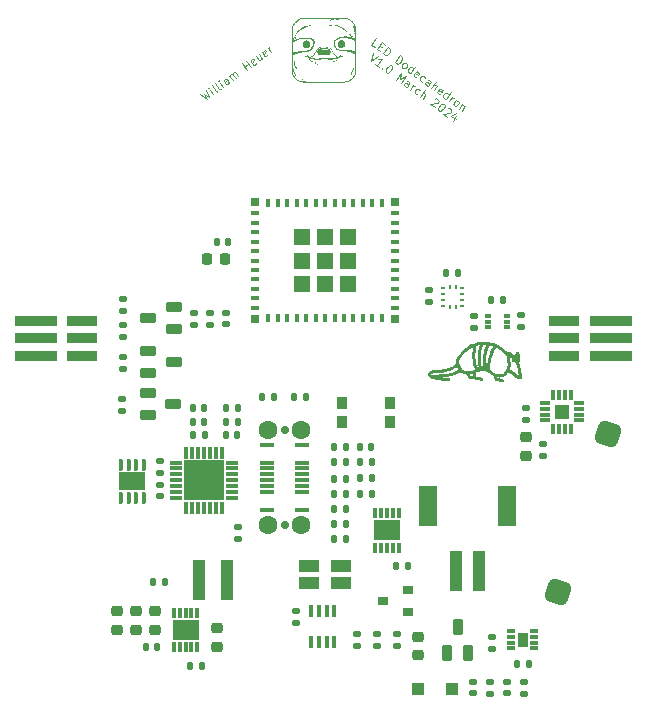
<source format=gbr>
%TF.GenerationSoftware,KiCad,Pcbnew,7.0.5*%
%TF.CreationDate,2024-03-28T22:27:53-05:00*%
%TF.ProjectId,LEDSphere,4c454453-7068-4657-9265-2e6b69636164,rev?*%
%TF.SameCoordinates,Original*%
%TF.FileFunction,Soldermask,Top*%
%TF.FilePolarity,Negative*%
%FSLAX46Y46*%
G04 Gerber Fmt 4.6, Leading zero omitted, Abs format (unit mm)*
G04 Created by KiCad (PCBNEW 7.0.5) date 2024-03-28 22:27:53*
%MOMM*%
%LPD*%
G01*
G04 APERTURE LIST*
G04 Aperture macros list*
%AMRoundRect*
0 Rectangle with rounded corners*
0 $1 Rounding radius*
0 $2 $3 $4 $5 $6 $7 $8 $9 X,Y pos of 4 corners*
0 Add a 4 corners polygon primitive as box body*
4,1,4,$2,$3,$4,$5,$6,$7,$8,$9,$2,$3,0*
0 Add four circle primitives for the rounded corners*
1,1,$1+$1,$2,$3*
1,1,$1+$1,$4,$5*
1,1,$1+$1,$6,$7*
1,1,$1+$1,$8,$9*
0 Add four rect primitives between the rounded corners*
20,1,$1+$1,$2,$3,$4,$5,0*
20,1,$1+$1,$4,$5,$6,$7,0*
20,1,$1+$1,$6,$7,$8,$9,0*
20,1,$1+$1,$8,$9,$2,$3,0*%
G04 Aperture macros list end*
%ADD10C,0.125000*%
%ADD11RoundRect,0.008100X-0.126900X0.451900X-0.126900X-0.451900X0.126900X-0.451900X0.126900X0.451900X0*%
%ADD12R,2.250000X1.500000*%
%ADD13R,1.000000X0.300000*%
%ADD14R,0.300000X1.000000*%
%ADD15R,3.350000X3.350000*%
%ADD16RoundRect,0.102000X0.545000X0.305000X-0.545000X0.305000X-0.545000X-0.305000X0.545000X-0.305000X0*%
%ADD17R,3.550000X0.850000*%
%ADD18R,2.650000X0.850000*%
%ADD19R,0.800000X0.400000*%
%ADD20R,0.400000X0.800000*%
%ADD21R,1.450000X1.450000*%
%ADD22R,0.700000X0.700000*%
%ADD23R,0.410000X0.280000*%
%ADD24R,0.280000X0.410000*%
%ADD25R,0.475000X0.300000*%
%ADD26C,0.710000*%
%ADD27R,1.150000X0.300000*%
%ADD28C,1.600000*%
%ADD29RoundRect,0.135000X0.185000X-0.135000X0.185000X0.135000X-0.185000X0.135000X-0.185000X-0.135000X0*%
%ADD30RoundRect,0.135000X0.135000X0.185000X-0.135000X0.185000X-0.135000X-0.185000X0.135000X-0.185000X0*%
%ADD31RoundRect,0.135000X-0.185000X0.135000X-0.185000X-0.135000X0.185000X-0.135000X0.185000X0.135000X0*%
%ADD32RoundRect,0.140000X-0.170000X0.140000X-0.170000X-0.140000X0.170000X-0.140000X0.170000X0.140000X0*%
%ADD33RoundRect,0.500000X0.326506X-0.627211X0.627211X0.326506X-0.326506X0.627211X-0.627211X-0.326506X0*%
%ADD34RoundRect,0.225000X-0.250000X0.225000X-0.250000X-0.225000X0.250000X-0.225000X0.250000X0.225000X0*%
%ADD35RoundRect,0.140000X-0.140000X-0.170000X0.140000X-0.170000X0.140000X0.170000X-0.140000X0.170000X0*%
%ADD36R,0.300000X0.850000*%
%ADD37R,2.250000X1.700000*%
%ADD38RoundRect,0.140000X0.170000X-0.140000X0.170000X0.140000X-0.170000X0.140000X-0.170000X-0.140000X0*%
%ADD39RoundRect,0.140000X0.140000X0.170000X-0.140000X0.170000X-0.140000X-0.170000X0.140000X-0.170000X0*%
%ADD40RoundRect,0.225000X0.225000X0.250000X-0.225000X0.250000X-0.225000X-0.250000X0.225000X-0.250000X0*%
%ADD41RoundRect,0.135000X-0.135000X-0.185000X0.135000X-0.185000X0.135000X0.185000X-0.135000X0.185000X0*%
%ADD42RoundRect,0.102000X-0.545000X-0.305000X0.545000X-0.305000X0.545000X0.305000X-0.545000X0.305000X0*%
%ADD43RoundRect,0.225000X0.250000X-0.225000X0.250000X0.225000X-0.250000X0.225000X-0.250000X-0.225000X0*%
%ADD44R,0.900000X0.800000*%
%ADD45RoundRect,0.147500X0.147500X0.172500X-0.147500X0.172500X-0.147500X-0.172500X0.147500X-0.172500X0*%
%ADD46R,1.750000X1.100000*%
%ADD47R,0.750000X0.300000*%
%ADD48R,0.900000X1.300000*%
%ADD49RoundRect,0.102000X0.305000X-0.545000X0.305000X0.545000X-0.305000X0.545000X-0.305000X-0.545000X0*%
%ADD50R,1.000000X3.500000*%
%ADD51R,1.500000X3.400000*%
%ADD52R,0.980000X3.400000*%
%ADD53R,0.900000X1.000000*%
%ADD54R,0.450000X1.050000*%
%ADD55R,0.850000X0.300000*%
%ADD56R,1.250000X1.250000*%
%ADD57RoundRect,0.250000X0.300000X0.300000X-0.300000X0.300000X-0.300000X-0.300000X0.300000X-0.300000X0*%
G04 APERTURE END LIST*
D10*
X139511808Y-68262008D02*
X140058093Y-68730355D01*
X140058093Y-68730355D02*
X139872070Y-68247475D01*
X139872070Y-68247475D02*
X140273831Y-68573613D01*
X140273831Y-68573613D02*
X139997218Y-67909336D01*
X140624405Y-68318906D02*
X140350106Y-67941364D01*
X140212956Y-67752594D02*
X140205581Y-67799154D01*
X140205581Y-67799154D02*
X140252141Y-67806528D01*
X140252141Y-67806528D02*
X140259516Y-67759968D01*
X140259516Y-67759968D02*
X140212956Y-67752594D01*
X140212956Y-67752594D02*
X140252141Y-67806528D01*
X140974979Y-68064199D02*
X140901452Y-68076417D01*
X140901452Y-68076417D02*
X140835299Y-68042076D01*
X140835299Y-68042076D02*
X140482628Y-67556665D01*
X141271619Y-67848677D02*
X141198092Y-67860896D01*
X141198092Y-67860896D02*
X141131939Y-67826554D01*
X141131939Y-67826554D02*
X140779268Y-67341144D01*
X141487357Y-67691934D02*
X141213057Y-67314393D01*
X141075907Y-67125623D02*
X141068533Y-67172183D01*
X141068533Y-67172183D02*
X141115093Y-67179557D01*
X141115093Y-67179557D02*
X141122468Y-67132997D01*
X141122468Y-67132997D02*
X141075907Y-67125623D01*
X141075907Y-67125623D02*
X141115093Y-67179557D01*
X141999734Y-67319671D02*
X141784213Y-67023031D01*
X141784213Y-67023031D02*
X141718060Y-66988689D01*
X141718060Y-66988689D02*
X141644533Y-67000908D01*
X141644533Y-67000908D02*
X141536664Y-67079279D01*
X141536664Y-67079279D02*
X141502322Y-67145432D01*
X141980141Y-67292703D02*
X141945800Y-67358856D01*
X141945800Y-67358856D02*
X141810964Y-67456821D01*
X141810964Y-67456821D02*
X141737436Y-67469039D01*
X141737436Y-67469039D02*
X141671283Y-67434697D01*
X141671283Y-67434697D02*
X141632098Y-67380763D01*
X141632098Y-67380763D02*
X141619879Y-67307236D01*
X141619879Y-67307236D02*
X141654221Y-67241083D01*
X141654221Y-67241083D02*
X141789057Y-67143118D01*
X141789057Y-67143118D02*
X141823399Y-67076966D01*
X142269406Y-67123742D02*
X141995107Y-66746201D01*
X142034292Y-66800136D02*
X142041667Y-66753576D01*
X142041667Y-66753576D02*
X142076008Y-66687423D01*
X142076008Y-66687423D02*
X142156910Y-66628644D01*
X142156910Y-66628644D02*
X142230437Y-66616426D01*
X142230437Y-66616426D02*
X142296590Y-66650767D01*
X142296590Y-66650767D02*
X142512111Y-66947407D01*
X142296590Y-66650767D02*
X142284372Y-66577240D01*
X142284372Y-66577240D02*
X142318713Y-66511087D01*
X142318713Y-66511087D02*
X142399615Y-66452309D01*
X142399615Y-66452309D02*
X142473142Y-66440090D01*
X142473142Y-66440090D02*
X142539295Y-66474432D01*
X142539295Y-66474432D02*
X142754817Y-66771071D01*
X143455964Y-66261658D02*
X143044514Y-65695346D01*
X143240443Y-65965018D02*
X143564050Y-65729904D01*
X143779571Y-66026544D02*
X143368121Y-65460232D01*
X144245388Y-65646905D02*
X144211046Y-65713058D01*
X144211046Y-65713058D02*
X144103177Y-65791430D01*
X144103177Y-65791430D02*
X144029650Y-65803648D01*
X144029650Y-65803648D02*
X143963497Y-65769307D01*
X143963497Y-65769307D02*
X143806754Y-65553569D01*
X143806754Y-65553569D02*
X143794536Y-65480041D01*
X143794536Y-65480041D02*
X143828878Y-65413889D01*
X143828878Y-65413889D02*
X143936747Y-65335517D01*
X143936747Y-65335517D02*
X144010274Y-65323299D01*
X144010274Y-65323299D02*
X144076427Y-65357640D01*
X144076427Y-65357640D02*
X144115612Y-65411575D01*
X144115612Y-65411575D02*
X143885126Y-65661438D01*
X144503058Y-64924067D02*
X144777358Y-65301609D01*
X144260353Y-65100403D02*
X144475875Y-65397043D01*
X144475875Y-65397043D02*
X144542027Y-65431384D01*
X144542027Y-65431384D02*
X144615555Y-65419166D01*
X144615555Y-65419166D02*
X144696457Y-65360387D01*
X144696457Y-65360387D02*
X144730798Y-65294234D01*
X144730798Y-65294234D02*
X144738173Y-65247674D01*
X145243175Y-64921971D02*
X145208834Y-64988123D01*
X145208834Y-64988123D02*
X145100965Y-65066495D01*
X145100965Y-65066495D02*
X145027437Y-65078713D01*
X145027437Y-65078713D02*
X144961285Y-65044372D01*
X144961285Y-65044372D02*
X144804542Y-64828634D01*
X144804542Y-64828634D02*
X144792323Y-64755106D01*
X144792323Y-64755106D02*
X144826665Y-64688954D01*
X144826665Y-64688954D02*
X144934534Y-64610582D01*
X144934534Y-64610582D02*
X145008061Y-64598364D01*
X145008061Y-64598364D02*
X145074214Y-64632705D01*
X145074214Y-64632705D02*
X145113400Y-64686640D01*
X145113400Y-64686640D02*
X144882913Y-64936503D01*
X145532440Y-64753009D02*
X145258141Y-64375468D01*
X145336512Y-64483337D02*
X145324294Y-64409810D01*
X145324294Y-64409810D02*
X145331668Y-64363250D01*
X145331668Y-64363250D02*
X145366010Y-64297097D01*
X145366010Y-64297097D02*
X145419944Y-64257911D01*
X154291196Y-64340676D02*
X154021524Y-64144748D01*
X154021524Y-64144748D02*
X154432974Y-63578436D01*
X154695489Y-64181187D02*
X154884259Y-64318337D01*
X154749640Y-64673755D02*
X154479967Y-64477826D01*
X154479967Y-64477826D02*
X154891417Y-63911514D01*
X154891417Y-63911514D02*
X155161089Y-64107443D01*
X154992344Y-64850090D02*
X155403794Y-64283778D01*
X155403794Y-64283778D02*
X155538630Y-64381742D01*
X155538630Y-64381742D02*
X155599939Y-64467488D01*
X155599939Y-64467488D02*
X155614688Y-64560608D01*
X155614688Y-64560608D02*
X155602470Y-64634136D01*
X155602470Y-64634136D02*
X155551065Y-64761597D01*
X155551065Y-64761597D02*
X155492287Y-64842499D01*
X155492287Y-64842499D02*
X155386948Y-64930775D01*
X155386948Y-64930775D02*
X155320795Y-64965117D01*
X155320795Y-64965117D02*
X155227675Y-64979866D01*
X155227675Y-64979866D02*
X155127181Y-64948054D01*
X155127181Y-64948054D02*
X154992344Y-64850090D01*
X155990132Y-65575025D02*
X156401582Y-65008713D01*
X156401582Y-65008713D02*
X156536418Y-65106677D01*
X156536418Y-65106677D02*
X156597727Y-65192423D01*
X156597727Y-65192423D02*
X156612475Y-65285543D01*
X156612475Y-65285543D02*
X156600257Y-65359071D01*
X156600257Y-65359071D02*
X156548853Y-65486532D01*
X156548853Y-65486532D02*
X156490074Y-65567434D01*
X156490074Y-65567434D02*
X156384736Y-65655710D01*
X156384736Y-65655710D02*
X156318583Y-65690052D01*
X156318583Y-65690052D02*
X156225463Y-65704801D01*
X156225463Y-65704801D02*
X156124968Y-65672989D01*
X156124968Y-65672989D02*
X155990132Y-65575025D01*
X156637345Y-66045253D02*
X156603004Y-65979100D01*
X156603004Y-65979100D02*
X156595629Y-65932540D01*
X156595629Y-65932540D02*
X156607848Y-65859013D01*
X156607848Y-65859013D02*
X156725405Y-65697210D01*
X156725405Y-65697210D02*
X156791558Y-65662868D01*
X156791558Y-65662868D02*
X156838118Y-65655494D01*
X156838118Y-65655494D02*
X156911645Y-65667712D01*
X156911645Y-65667712D02*
X156992547Y-65726491D01*
X156992547Y-65726491D02*
X157026889Y-65792643D01*
X157026889Y-65792643D02*
X157034263Y-65839204D01*
X157034263Y-65839204D02*
X157022044Y-65912731D01*
X157022044Y-65912731D02*
X156904487Y-66074534D01*
X156904487Y-66074534D02*
X156838335Y-66108876D01*
X156838335Y-66108876D02*
X156791774Y-66116250D01*
X156791774Y-66116250D02*
X156718247Y-66104032D01*
X156718247Y-66104032D02*
X156637345Y-66045253D01*
X157311526Y-66535074D02*
X157722976Y-65968762D01*
X157331119Y-66508107D02*
X157257592Y-66495888D01*
X157257592Y-66495888D02*
X157149723Y-66417517D01*
X157149723Y-66417517D02*
X157115381Y-66351364D01*
X157115381Y-66351364D02*
X157108007Y-66304804D01*
X157108007Y-66304804D02*
X157120225Y-66231277D01*
X157120225Y-66231277D02*
X157237782Y-66069473D01*
X157237782Y-66069473D02*
X157303935Y-66035132D01*
X157303935Y-66035132D02*
X157350495Y-66027757D01*
X157350495Y-66027757D02*
X157424022Y-66039976D01*
X157424022Y-66039976D02*
X157531891Y-66118347D01*
X157531891Y-66118347D02*
X157566233Y-66184500D01*
X157816529Y-66860778D02*
X157743001Y-66848559D01*
X157743001Y-66848559D02*
X157635133Y-66770188D01*
X157635133Y-66770188D02*
X157600791Y-66704035D01*
X157600791Y-66704035D02*
X157613009Y-66630508D01*
X157613009Y-66630508D02*
X157769752Y-66414770D01*
X157769752Y-66414770D02*
X157835905Y-66380428D01*
X157835905Y-66380428D02*
X157909432Y-66392647D01*
X157909432Y-66392647D02*
X158017301Y-66471018D01*
X158017301Y-66471018D02*
X158051643Y-66537171D01*
X158051643Y-66537171D02*
X158039424Y-66610698D01*
X158039424Y-66610698D02*
X158000239Y-66664633D01*
X158000239Y-66664633D02*
X157691381Y-66522639D01*
X158328906Y-67233042D02*
X158255379Y-67220823D01*
X158255379Y-67220823D02*
X158147510Y-67142452D01*
X158147510Y-67142452D02*
X158113168Y-67076299D01*
X158113168Y-67076299D02*
X158105794Y-67029739D01*
X158105794Y-67029739D02*
X158118012Y-66956212D01*
X158118012Y-66956212D02*
X158235569Y-66794408D01*
X158235569Y-66794408D02*
X158301722Y-66760067D01*
X158301722Y-66760067D02*
X158348282Y-66752692D01*
X158348282Y-66752692D02*
X158421810Y-66764911D01*
X158421810Y-66764911D02*
X158529679Y-66843282D01*
X158529679Y-66843282D02*
X158564020Y-66909435D01*
X158794724Y-67612680D02*
X159010245Y-67316041D01*
X159010245Y-67316041D02*
X159022463Y-67242513D01*
X159022463Y-67242513D02*
X158988122Y-67176360D01*
X158988122Y-67176360D02*
X158880253Y-67097989D01*
X158880253Y-67097989D02*
X158806725Y-67085771D01*
X158814316Y-67585713D02*
X158740789Y-67573495D01*
X158740789Y-67573495D02*
X158605953Y-67475530D01*
X158605953Y-67475530D02*
X158571611Y-67409377D01*
X158571611Y-67409377D02*
X158583830Y-67335850D01*
X158583830Y-67335850D02*
X158623015Y-67281916D01*
X158623015Y-67281916D02*
X158689168Y-67247574D01*
X158689168Y-67247574D02*
X158762696Y-67259792D01*
X158762696Y-67259792D02*
X158897532Y-67357757D01*
X158897532Y-67357757D02*
X158971059Y-67369975D01*
X159064396Y-67808608D02*
X159475845Y-67242297D01*
X159307101Y-67984944D02*
X159522622Y-67688304D01*
X159522622Y-67688304D02*
X159534840Y-67614777D01*
X159534840Y-67614777D02*
X159500499Y-67548624D01*
X159500499Y-67548624D02*
X159419597Y-67489846D01*
X159419597Y-67489846D02*
X159346070Y-67477627D01*
X159346070Y-67477627D02*
X159299510Y-67485002D01*
X159812103Y-68310648D02*
X159738576Y-68298429D01*
X159738576Y-68298429D02*
X159630707Y-68220058D01*
X159630707Y-68220058D02*
X159596366Y-68153905D01*
X159596366Y-68153905D02*
X159608584Y-68080378D01*
X159608584Y-68080378D02*
X159765327Y-67864640D01*
X159765327Y-67864640D02*
X159831480Y-67830298D01*
X159831480Y-67830298D02*
X159905007Y-67842517D01*
X159905007Y-67842517D02*
X160012876Y-67920888D01*
X160012876Y-67920888D02*
X160047218Y-67987041D01*
X160047218Y-67987041D02*
X160034999Y-68060568D01*
X160034999Y-68060568D02*
X159995813Y-68114503D01*
X159995813Y-68114503D02*
X159686955Y-67972509D01*
X160304888Y-68709879D02*
X160716338Y-68143567D01*
X160324481Y-68682912D02*
X160250954Y-68670693D01*
X160250954Y-68670693D02*
X160143085Y-68592322D01*
X160143085Y-68592322D02*
X160108743Y-68526169D01*
X160108743Y-68526169D02*
X160101369Y-68479609D01*
X160101369Y-68479609D02*
X160113587Y-68406082D01*
X160113587Y-68406082D02*
X160231144Y-68244278D01*
X160231144Y-68244278D02*
X160297297Y-68209937D01*
X160297297Y-68209937D02*
X160343857Y-68202562D01*
X160343857Y-68202562D02*
X160417384Y-68214781D01*
X160417384Y-68214781D02*
X160525253Y-68293152D01*
X160525253Y-68293152D02*
X160559595Y-68359305D01*
X160574560Y-68905807D02*
X160848860Y-68528266D01*
X160770489Y-68636135D02*
X160836641Y-68601793D01*
X160836641Y-68601793D02*
X160883202Y-68594419D01*
X160883202Y-68594419D02*
X160956729Y-68606637D01*
X160956729Y-68606637D02*
X161010663Y-68645823D01*
X161006036Y-69219292D02*
X160971694Y-69153140D01*
X160971694Y-69153140D02*
X160964320Y-69106579D01*
X160964320Y-69106579D02*
X160976538Y-69033052D01*
X160976538Y-69033052D02*
X161094095Y-68871249D01*
X161094095Y-68871249D02*
X161160248Y-68836907D01*
X161160248Y-68836907D02*
X161206808Y-68829533D01*
X161206808Y-68829533D02*
X161280335Y-68841751D01*
X161280335Y-68841751D02*
X161361237Y-68900530D01*
X161361237Y-68900530D02*
X161395579Y-68966683D01*
X161395579Y-68966683D02*
X161402953Y-69013243D01*
X161402953Y-69013243D02*
X161390735Y-69086770D01*
X161390735Y-69086770D02*
X161273178Y-69248573D01*
X161273178Y-69248573D02*
X161207025Y-69282915D01*
X161207025Y-69282915D02*
X161160465Y-69290289D01*
X161160465Y-69290289D02*
X161086937Y-69278071D01*
X161086937Y-69278071D02*
X161006036Y-69219292D01*
X161711811Y-69155236D02*
X161437511Y-69532778D01*
X161672625Y-69209171D02*
X161719185Y-69201797D01*
X161719185Y-69201797D02*
X161792713Y-69214015D01*
X161792713Y-69214015D02*
X161873614Y-69272794D01*
X161873614Y-69272794D02*
X161907956Y-69338946D01*
X161907956Y-69338946D02*
X161895737Y-69412474D01*
X161895737Y-69412474D02*
X161680216Y-69709113D01*
X154188531Y-64793886D02*
X153965851Y-65497348D01*
X153965851Y-65497348D02*
X154566072Y-65068186D01*
X154640032Y-65987169D02*
X154316426Y-65752055D01*
X154478229Y-65869612D02*
X154889679Y-65303300D01*
X154889679Y-65303300D02*
X154776966Y-65345016D01*
X154776966Y-65345016D02*
X154683845Y-65359765D01*
X154683845Y-65359765D02*
X154610318Y-65347546D01*
X154921923Y-66109570D02*
X154929298Y-66156130D01*
X154929298Y-66156130D02*
X154882738Y-66163505D01*
X154882738Y-66163505D02*
X154875363Y-66116945D01*
X154875363Y-66116945D02*
X154921923Y-66109570D01*
X154921923Y-66109570D02*
X154882738Y-66163505D01*
X155671728Y-65871492D02*
X155725663Y-65910678D01*
X155725663Y-65910678D02*
X155760004Y-65976831D01*
X155760004Y-65976831D02*
X155767379Y-66023391D01*
X155767379Y-66023391D02*
X155755160Y-66096918D01*
X155755160Y-66096918D02*
X155703756Y-66224380D01*
X155703756Y-66224380D02*
X155605792Y-66359216D01*
X155605792Y-66359216D02*
X155500453Y-66447492D01*
X155500453Y-66447492D02*
X155434301Y-66481834D01*
X155434301Y-66481834D02*
X155387740Y-66489208D01*
X155387740Y-66489208D02*
X155314213Y-66476990D01*
X155314213Y-66476990D02*
X155260279Y-66437804D01*
X155260279Y-66437804D02*
X155225937Y-66371651D01*
X155225937Y-66371651D02*
X155218563Y-66325091D01*
X155218563Y-66325091D02*
X155230781Y-66251564D01*
X155230781Y-66251564D02*
X155282185Y-66124102D01*
X155282185Y-66124102D02*
X155380149Y-65989266D01*
X155380149Y-65989266D02*
X155485488Y-65900990D01*
X155485488Y-65900990D02*
X155551641Y-65866648D01*
X155551641Y-65866648D02*
X155598201Y-65859274D01*
X155598201Y-65859274D02*
X155671728Y-65871492D01*
X156123230Y-67064775D02*
X156534680Y-66498463D01*
X156534680Y-66498463D02*
X156429558Y-67040122D01*
X156429558Y-67040122D02*
X156912221Y-66772763D01*
X156912221Y-66772763D02*
X156500771Y-67339075D01*
X157013149Y-67711339D02*
X157228670Y-67414699D01*
X157228670Y-67414699D02*
X157240889Y-67341172D01*
X157240889Y-67341172D02*
X157206547Y-67275019D01*
X157206547Y-67275019D02*
X157098678Y-67196648D01*
X157098678Y-67196648D02*
X157025151Y-67184429D01*
X157032742Y-67684372D02*
X156959214Y-67672153D01*
X156959214Y-67672153D02*
X156824378Y-67574189D01*
X156824378Y-67574189D02*
X156790037Y-67508036D01*
X156790037Y-67508036D02*
X156802255Y-67434509D01*
X156802255Y-67434509D02*
X156841441Y-67380574D01*
X156841441Y-67380574D02*
X156907594Y-67346233D01*
X156907594Y-67346233D02*
X156981121Y-67358451D01*
X156981121Y-67358451D02*
X157115957Y-67456415D01*
X157115957Y-67456415D02*
X157189484Y-67468634D01*
X157282821Y-67907267D02*
X157557121Y-67529726D01*
X157478749Y-67637595D02*
X157544902Y-67603253D01*
X157544902Y-67603253D02*
X157591462Y-67595879D01*
X157591462Y-67595879D02*
X157664990Y-67608097D01*
X157664990Y-67608097D02*
X157718924Y-67647283D01*
X157895693Y-68311342D02*
X157822165Y-68299124D01*
X157822165Y-68299124D02*
X157714296Y-68220752D01*
X157714296Y-68220752D02*
X157679955Y-68154599D01*
X157679955Y-68154599D02*
X157672580Y-68108039D01*
X157672580Y-68108039D02*
X157684799Y-68034512D01*
X157684799Y-68034512D02*
X157802356Y-67872709D01*
X157802356Y-67872709D02*
X157868509Y-67838367D01*
X157868509Y-67838367D02*
X157915069Y-67830993D01*
X157915069Y-67830993D02*
X157988596Y-67843211D01*
X157988596Y-67843211D02*
X158096465Y-67921582D01*
X158096465Y-67921582D02*
X158130807Y-67987735D01*
X158118805Y-68514645D02*
X158530255Y-67948333D01*
X158361510Y-68690981D02*
X158577031Y-68394341D01*
X158577031Y-68394341D02*
X158589250Y-68320814D01*
X158589250Y-68320814D02*
X158554908Y-68254661D01*
X158554908Y-68254661D02*
X158474006Y-68195882D01*
X158474006Y-68195882D02*
X158400479Y-68183664D01*
X158400479Y-68183664D02*
X158353919Y-68191038D01*
X159407954Y-68668424D02*
X159454514Y-68661049D01*
X159454514Y-68661049D02*
X159528042Y-68673268D01*
X159528042Y-68673268D02*
X159662878Y-68771232D01*
X159662878Y-68771232D02*
X159697219Y-68837385D01*
X159697219Y-68837385D02*
X159704594Y-68883945D01*
X159704594Y-68883945D02*
X159692375Y-68957472D01*
X159692375Y-68957472D02*
X159653190Y-69011407D01*
X159653190Y-69011407D02*
X159567444Y-69072716D01*
X159567444Y-69072716D02*
X159008723Y-69161208D01*
X159008723Y-69161208D02*
X159359297Y-69415915D01*
X160121321Y-69104311D02*
X160175255Y-69143496D01*
X160175255Y-69143496D02*
X160209597Y-69209649D01*
X160209597Y-69209649D02*
X160216971Y-69256209D01*
X160216971Y-69256209D02*
X160204753Y-69329737D01*
X160204753Y-69329737D02*
X160153349Y-69457198D01*
X160153349Y-69457198D02*
X160055385Y-69592035D01*
X160055385Y-69592035D02*
X159950046Y-69680311D01*
X159950046Y-69680311D02*
X159883893Y-69714652D01*
X159883893Y-69714652D02*
X159837333Y-69722027D01*
X159837333Y-69722027D02*
X159763806Y-69709808D01*
X159763806Y-69709808D02*
X159709871Y-69670622D01*
X159709871Y-69670622D02*
X159675530Y-69604470D01*
X159675530Y-69604470D02*
X159668155Y-69557909D01*
X159668155Y-69557909D02*
X159680374Y-69484382D01*
X159680374Y-69484382D02*
X159731778Y-69356920D01*
X159731778Y-69356920D02*
X159829742Y-69222084D01*
X159829742Y-69222084D02*
X159935081Y-69133808D01*
X159935081Y-69133808D02*
X160001234Y-69099467D01*
X160001234Y-69099467D02*
X160047794Y-69092092D01*
X160047794Y-69092092D02*
X160121321Y-69104311D01*
X160486644Y-69452138D02*
X160533204Y-69444763D01*
X160533204Y-69444763D02*
X160606731Y-69456982D01*
X160606731Y-69456982D02*
X160741568Y-69554946D01*
X160741568Y-69554946D02*
X160775909Y-69621099D01*
X160775909Y-69621099D02*
X160783284Y-69667659D01*
X160783284Y-69667659D02*
X160771065Y-69741186D01*
X160771065Y-69741186D02*
X160731880Y-69795121D01*
X160731880Y-69795121D02*
X160646134Y-69856430D01*
X160646134Y-69856430D02*
X160087413Y-69944922D01*
X160087413Y-69944922D02*
X160437987Y-70199629D01*
X161197697Y-70174759D02*
X160923397Y-70552301D01*
X161219604Y-69861057D02*
X160790875Y-70167602D01*
X160790875Y-70167602D02*
X161141449Y-70422309D01*
%TO.C,G\u002A\u002A\u002A*%
G36*
X163592847Y-89276548D02*
G01*
X163661720Y-89278319D01*
X163724247Y-89281012D01*
X163777292Y-89284627D01*
X163788342Y-89285639D01*
X163988742Y-89312084D01*
X164186221Y-89351855D01*
X164379171Y-89404434D01*
X164565986Y-89469303D01*
X164745060Y-89545943D01*
X164914785Y-89633837D01*
X164972709Y-89667782D01*
X165076538Y-89732966D01*
X165169662Y-89796848D01*
X165256316Y-89862710D01*
X165340732Y-89933836D01*
X165427144Y-90013509D01*
X165461657Y-90046976D01*
X165588001Y-90170967D01*
X165600984Y-90151153D01*
X165619424Y-90132784D01*
X165646915Y-90115807D01*
X165677002Y-90103554D01*
X165701333Y-90099320D01*
X165736775Y-90106082D01*
X165778291Y-90125955D01*
X165813739Y-90149959D01*
X165854769Y-90184051D01*
X165900404Y-90227104D01*
X165946712Y-90274990D01*
X165989759Y-90323584D01*
X166025612Y-90368758D01*
X166035420Y-90382540D01*
X166054894Y-90410532D01*
X166071034Y-90432979D01*
X166081889Y-90447215D01*
X166085426Y-90450904D01*
X166090479Y-90444711D01*
X166102978Y-90427328D01*
X166121676Y-90400550D01*
X166145327Y-90366173D01*
X166172684Y-90325991D01*
X166191140Y-90298684D01*
X166221487Y-90254280D01*
X166250294Y-90213280D01*
X166276004Y-90177812D01*
X166297060Y-90150003D01*
X166311904Y-90131981D01*
X166316738Y-90127109D01*
X166339971Y-90112426D01*
X166365220Y-90103000D01*
X166366855Y-90102668D01*
X166411777Y-90101040D01*
X166451273Y-90114041D01*
X166485357Y-90141680D01*
X166514045Y-90183971D01*
X166537351Y-90240925D01*
X166537656Y-90241878D01*
X166567556Y-90353487D01*
X166586609Y-90465079D01*
X166594856Y-90574726D01*
X166592337Y-90680502D01*
X166579093Y-90780478D01*
X166555164Y-90872727D01*
X166522797Y-90951005D01*
X166504998Y-90986233D01*
X166528345Y-91036947D01*
X166559315Y-91112875D01*
X166588005Y-91199756D01*
X166613255Y-91292957D01*
X166633904Y-91387847D01*
X166648792Y-91479793D01*
X166655531Y-91544721D01*
X166659136Y-91587467D01*
X166663639Y-91626667D01*
X166669627Y-91665048D01*
X166677689Y-91705337D01*
X166688411Y-91750259D01*
X166702382Y-91802541D01*
X166720189Y-91864909D01*
X166736355Y-91919744D01*
X166757825Y-91993182D01*
X166774475Y-92053809D01*
X166786492Y-92103615D01*
X166794058Y-92144593D01*
X166797358Y-92178733D01*
X166796578Y-92208027D01*
X166791901Y-92234466D01*
X166783512Y-92260043D01*
X166771596Y-92286748D01*
X166770558Y-92288868D01*
X166738193Y-92340702D01*
X166697535Y-92380327D01*
X166647174Y-92408751D01*
X166585698Y-92426982D01*
X166574178Y-92429116D01*
X166534358Y-92434167D01*
X166498726Y-92433790D01*
X166463046Y-92428990D01*
X166414648Y-92417611D01*
X166373468Y-92400176D01*
X166335692Y-92374331D01*
X166297507Y-92337721D01*
X166276259Y-92313691D01*
X166194303Y-92225556D01*
X166100866Y-92139779D01*
X166000054Y-92059822D01*
X165895971Y-91989145D01*
X165878949Y-91978724D01*
X165837562Y-91953290D01*
X165789693Y-91923096D01*
X165741746Y-91892220D01*
X165706041Y-91868701D01*
X165669826Y-91845292D01*
X165641362Y-91828508D01*
X165622225Y-91819205D01*
X165613991Y-91818242D01*
X165613864Y-91818509D01*
X165603056Y-91840766D01*
X165583390Y-91871595D01*
X165556900Y-91908368D01*
X165525625Y-91948455D01*
X165491602Y-91989230D01*
X165456867Y-92028064D01*
X165429428Y-92056471D01*
X165343662Y-92132516D01*
X165254608Y-92193450D01*
X165161446Y-92239594D01*
X165063355Y-92271266D01*
X164959515Y-92288786D01*
X164849107Y-92292474D01*
X164826003Y-92291572D01*
X164786449Y-92289268D01*
X164750351Y-92286615D01*
X164721848Y-92283950D01*
X164705705Y-92281744D01*
X164688819Y-92279219D01*
X164683468Y-92283462D01*
X164685934Y-92297862D01*
X164686320Y-92299404D01*
X164690926Y-92316063D01*
X164693922Y-92323992D01*
X164701855Y-92326183D01*
X164722145Y-92330791D01*
X164751828Y-92337166D01*
X164787939Y-92344660D01*
X164792458Y-92345582D01*
X164861882Y-92360826D01*
X164936061Y-92379037D01*
X165010330Y-92398946D01*
X165080023Y-92419286D01*
X165140474Y-92438789D01*
X165157331Y-92444728D01*
X165198154Y-92461454D01*
X165226864Y-92478184D01*
X165244842Y-92494485D01*
X165267221Y-92530592D01*
X165276308Y-92570135D01*
X165272778Y-92609882D01*
X165257304Y-92646602D01*
X165230559Y-92677062D01*
X165203264Y-92693968D01*
X165171698Y-92704891D01*
X165140899Y-92706999D01*
X165105600Y-92700220D01*
X165081390Y-92692333D01*
X165004864Y-92667255D01*
X164915486Y-92642028D01*
X164816008Y-92617375D01*
X164709179Y-92594017D01*
X164698142Y-92591769D01*
X164634433Y-92578289D01*
X164583559Y-92566258D01*
X164546297Y-92555880D01*
X164523428Y-92547360D01*
X164518560Y-92544572D01*
X164507991Y-92535640D01*
X164498035Y-92523510D01*
X164487898Y-92506388D01*
X164476787Y-92482478D01*
X164463911Y-92449987D01*
X164448476Y-92407118D01*
X164429690Y-92352077D01*
X164417804Y-92316456D01*
X164369245Y-92170165D01*
X164291059Y-92118937D01*
X164253771Y-92093794D01*
X164209606Y-92062918D01*
X164164018Y-92030176D01*
X164122459Y-91999434D01*
X164121427Y-91998655D01*
X164041906Y-91939935D01*
X163971437Y-91891134D01*
X163907877Y-91851273D01*
X163849084Y-91819370D01*
X163792914Y-91794446D01*
X163737224Y-91775520D01*
X163679870Y-91761610D01*
X163618710Y-91751737D01*
X163570261Y-91746501D01*
X163459824Y-91742056D01*
X163343605Y-91747425D01*
X163227204Y-91762028D01*
X163116219Y-91785284D01*
X163069547Y-91798414D01*
X163031590Y-91810991D01*
X162990772Y-91826068D01*
X162949706Y-91842493D01*
X162911002Y-91859115D01*
X162877272Y-91874781D01*
X162851125Y-91888339D01*
X162835174Y-91898639D01*
X162831469Y-91903445D01*
X162833379Y-91914608D01*
X162838571Y-91938351D01*
X162846448Y-91972117D01*
X162856411Y-92013348D01*
X162867862Y-92059488D01*
X162868887Y-92063559D01*
X162906088Y-92211280D01*
X163030789Y-92232494D01*
X163111759Y-92247236D01*
X163187738Y-92262950D01*
X163257008Y-92279172D01*
X163317851Y-92295439D01*
X163368549Y-92311288D01*
X163407382Y-92326255D01*
X163432633Y-92339876D01*
X163434734Y-92341450D01*
X163459655Y-92370136D01*
X163474836Y-92406620D01*
X163479504Y-92446232D01*
X163472891Y-92484304D01*
X163461964Y-92506330D01*
X163433082Y-92538699D01*
X163398881Y-92560049D01*
X163362920Y-92568200D01*
X163361023Y-92568222D01*
X163341682Y-92566081D01*
X163311525Y-92560254D01*
X163274676Y-92551629D01*
X163235261Y-92541096D01*
X163235217Y-92541084D01*
X163132056Y-92514884D01*
X163018832Y-92492245D01*
X162894524Y-92473033D01*
X162758112Y-92457114D01*
X162608573Y-92444353D01*
X162444887Y-92434618D01*
X162412393Y-92433112D01*
X162368392Y-92429209D01*
X162336749Y-92421649D01*
X162322543Y-92415159D01*
X162311337Y-92406188D01*
X162295929Y-92389293D01*
X162275550Y-92363446D01*
X162249431Y-92327618D01*
X162216803Y-92280781D01*
X162176896Y-92221905D01*
X162167148Y-92207361D01*
X162038234Y-92014703D01*
X162015981Y-92010764D01*
X162346847Y-92010764D01*
X162350950Y-92018115D01*
X162362152Y-92035832D01*
X162378794Y-92061342D01*
X162399216Y-92092073D01*
X162401491Y-92095467D01*
X162456136Y-92176914D01*
X162516733Y-92179577D01*
X162550401Y-92181101D01*
X162581839Y-92182597D01*
X162604568Y-92183757D01*
X162605589Y-92183813D01*
X162633849Y-92185386D01*
X162606712Y-92081864D01*
X162596678Y-92044005D01*
X162587983Y-92011994D01*
X162581412Y-91988654D01*
X162577746Y-91976808D01*
X162577341Y-91975928D01*
X162569184Y-91976136D01*
X162549502Y-91978829D01*
X162522098Y-91983466D01*
X162513714Y-91985010D01*
X162475016Y-91991641D01*
X162433510Y-91997805D01*
X162399584Y-92002006D01*
X162373213Y-92005196D01*
X162354302Y-92008322D01*
X162346852Y-92010720D01*
X162346847Y-92010764D01*
X162015981Y-92010764D01*
X161989592Y-92006093D01*
X161890210Y-91981024D01*
X161793792Y-91942192D01*
X161703403Y-91891134D01*
X161622107Y-91829390D01*
X161603019Y-91811949D01*
X161574079Y-91784453D01*
X161540515Y-91811923D01*
X161498282Y-91843861D01*
X161445808Y-91879452D01*
X161387190Y-91916135D01*
X161326522Y-91951349D01*
X161267903Y-91982531D01*
X161266792Y-91983090D01*
X161127614Y-92047506D01*
X160981779Y-92104071D01*
X160828035Y-92153099D01*
X160665126Y-92194902D01*
X160491797Y-92229794D01*
X160306795Y-92258089D01*
X160108865Y-92280100D01*
X160061550Y-92284293D01*
X159991233Y-92290245D01*
X160057643Y-92295671D01*
X160082388Y-92297234D01*
X160120150Y-92299023D01*
X160168327Y-92300942D01*
X160224312Y-92302897D01*
X160285503Y-92304793D01*
X160349294Y-92306534D01*
X160369154Y-92307027D01*
X160438141Y-92308758D01*
X160493334Y-92310347D01*
X160536565Y-92311943D01*
X160569664Y-92313691D01*
X160594461Y-92315739D01*
X160612786Y-92318233D01*
X160626470Y-92321320D01*
X160637344Y-92325148D01*
X160646058Y-92329254D01*
X160679159Y-92351487D01*
X160699887Y-92379461D01*
X160710418Y-92416601D01*
X160712166Y-92433343D01*
X160712884Y-92462345D01*
X160709098Y-92482873D01*
X160699356Y-92501777D01*
X160696860Y-92505532D01*
X160677374Y-92528656D01*
X160654076Y-92549360D01*
X160651244Y-92551383D01*
X160624084Y-92570074D01*
X160370163Y-92565364D01*
X160167293Y-92559053D01*
X159977642Y-92547915D01*
X159801390Y-92531989D01*
X159638718Y-92511313D01*
X159489806Y-92485928D01*
X159354834Y-92455871D01*
X159233982Y-92421181D01*
X159127431Y-92381899D01*
X159035360Y-92338062D01*
X158957950Y-92289709D01*
X158908346Y-92249331D01*
X158859558Y-92195141D01*
X158825301Y-92137203D01*
X158805369Y-92076965D01*
X158799907Y-92019539D01*
X159060353Y-92019539D01*
X159063566Y-92039952D01*
X159075061Y-92055177D01*
X159094351Y-92071990D01*
X159117060Y-92087515D01*
X159138813Y-92098878D01*
X159155236Y-92103204D01*
X159158845Y-92102554D01*
X159172747Y-92096874D01*
X159195078Y-92087966D01*
X159209854Y-92082138D01*
X159233991Y-92073633D01*
X159260707Y-92066366D01*
X159291551Y-92060194D01*
X159328071Y-92054970D01*
X159371815Y-92050548D01*
X159424332Y-92046785D01*
X159487169Y-92043534D01*
X159561875Y-92040650D01*
X159649999Y-92037988D01*
X159692049Y-92036885D01*
X159789731Y-92034277D01*
X159873968Y-92031687D01*
X159946940Y-92028975D01*
X160010827Y-92026003D01*
X160067808Y-92022632D01*
X160120065Y-92018724D01*
X160169777Y-92014141D01*
X160219124Y-92008743D01*
X160270286Y-92002391D01*
X160302865Y-91998052D01*
X160500660Y-91965481D01*
X160687316Y-91923082D01*
X160862506Y-91870954D01*
X161025904Y-91809192D01*
X161177183Y-91737895D01*
X161182713Y-91734986D01*
X161240539Y-91703036D01*
X161294459Y-91670566D01*
X161341354Y-91639571D01*
X161378106Y-91612048D01*
X161388020Y-91603582D01*
X161409723Y-91584163D01*
X161388511Y-91550769D01*
X161375219Y-91528649D01*
X161357723Y-91497916D01*
X161339000Y-91463839D01*
X161331293Y-91449433D01*
X161295286Y-91381490D01*
X161229480Y-91428529D01*
X161101255Y-91513311D01*
X160963240Y-91591912D01*
X160818416Y-91663068D01*
X160669759Y-91725513D01*
X160520251Y-91777983D01*
X160372869Y-91819212D01*
X160249061Y-91844891D01*
X160203506Y-91852512D01*
X160163434Y-91858729D01*
X160126295Y-91863744D01*
X160089535Y-91867759D01*
X160050604Y-91870975D01*
X160006948Y-91873596D01*
X159956017Y-91875824D01*
X159895258Y-91877861D01*
X159822120Y-91879908D01*
X159799815Y-91880492D01*
X159702422Y-91883257D01*
X159618656Y-91886220D01*
X159546517Y-91889539D01*
X159484007Y-91893372D01*
X159429126Y-91897874D01*
X159379875Y-91903205D01*
X159334255Y-91909522D01*
X159290266Y-91916982D01*
X159258558Y-91923134D01*
X159190958Y-91939217D01*
X159136918Y-91957150D01*
X159096857Y-91976682D01*
X159071196Y-91997562D01*
X159060353Y-92019539D01*
X158799907Y-92019539D01*
X158799559Y-92015880D01*
X158807663Y-91955397D01*
X158829479Y-91896968D01*
X158864800Y-91842042D01*
X158913423Y-91792070D01*
X158975142Y-91748503D01*
X158979452Y-91746013D01*
X159023608Y-91723473D01*
X159072849Y-91703680D01*
X159128351Y-91686454D01*
X159191291Y-91671612D01*
X159262846Y-91658974D01*
X159344192Y-91648359D01*
X159436507Y-91639586D01*
X159540967Y-91632473D01*
X159658749Y-91626841D01*
X159780327Y-91622798D01*
X159874481Y-91619856D01*
X159955388Y-91616465D01*
X160025425Y-91612363D01*
X160086970Y-91607286D01*
X160142399Y-91600972D01*
X160194091Y-91593157D01*
X160244423Y-91583579D01*
X160295773Y-91571974D01*
X160339610Y-91560943D01*
X160462676Y-91524490D01*
X160587687Y-91479223D01*
X160711708Y-91426574D01*
X160831801Y-91367973D01*
X160945032Y-91304851D01*
X161048463Y-91238640D01*
X161137788Y-91171891D01*
X161161472Y-91152014D01*
X161179647Y-91135709D01*
X161189523Y-91125525D01*
X161190526Y-91123708D01*
X161188715Y-91114408D01*
X161183831Y-91093441D01*
X161176698Y-91064271D01*
X161170993Y-91041556D01*
X161158466Y-90984686D01*
X161152874Y-90936925D01*
X161153206Y-90926140D01*
X161413825Y-90926140D01*
X161417840Y-90959394D01*
X161428278Y-91003682D01*
X161444115Y-91056303D01*
X161464328Y-91114552D01*
X161487896Y-91175726D01*
X161513795Y-91237123D01*
X161541002Y-91296038D01*
X161568494Y-91349770D01*
X161585393Y-91379561D01*
X161650890Y-91479523D01*
X161719402Y-91564282D01*
X161790889Y-91633806D01*
X161865312Y-91688065D01*
X161942632Y-91727025D01*
X162022810Y-91750657D01*
X162053860Y-91755592D01*
X162080888Y-91758782D01*
X162103270Y-91760855D01*
X162124544Y-91761812D01*
X162148248Y-91761650D01*
X162177921Y-91760371D01*
X162217099Y-91757973D01*
X162253091Y-91755559D01*
X162336486Y-91748090D01*
X162419625Y-91737294D01*
X162498185Y-91723869D01*
X162567841Y-91708512D01*
X162600769Y-91699501D01*
X162622974Y-91692364D01*
X162652872Y-91682072D01*
X162686958Y-91669915D01*
X162721728Y-91657184D01*
X162753678Y-91645167D01*
X162779302Y-91635155D01*
X162795098Y-91628437D01*
X162797915Y-91626938D01*
X162795713Y-91619771D01*
X162795384Y-91618945D01*
X164025322Y-91618945D01*
X164082624Y-91653765D01*
X164110247Y-91671545D01*
X164146057Y-91696032D01*
X164185918Y-91724326D01*
X164225692Y-91753528D01*
X164235823Y-91761149D01*
X164298894Y-91808452D01*
X164352034Y-91847276D01*
X164397384Y-91879066D01*
X164437084Y-91905265D01*
X164473276Y-91927317D01*
X164508100Y-91946666D01*
X164520669Y-91953225D01*
X164605456Y-91989855D01*
X164695320Y-92016052D01*
X164786816Y-92031268D01*
X164876495Y-92034956D01*
X164960912Y-92026566D01*
X164970384Y-92024750D01*
X165055903Y-91999537D01*
X165136866Y-91959701D01*
X165212239Y-91905843D01*
X165270105Y-91850605D01*
X165334425Y-91772914D01*
X165388188Y-91690924D01*
X165417388Y-91634570D01*
X165431982Y-91602888D01*
X165446158Y-91572122D01*
X165456877Y-91548864D01*
X165456987Y-91548628D01*
X165486366Y-91476601D01*
X165513579Y-91393924D01*
X165537220Y-91305550D01*
X165555880Y-91216437D01*
X165562082Y-91178715D01*
X165574168Y-91097889D01*
X165551259Y-91038084D01*
X165518214Y-90945370D01*
X165493853Y-90860918D01*
X165477428Y-90780530D01*
X165468190Y-90700011D01*
X165465394Y-90615162D01*
X165465898Y-90589610D01*
X165722121Y-90589610D01*
X165725866Y-90677726D01*
X165740025Y-90770436D01*
X165764118Y-90864679D01*
X165797663Y-90957396D01*
X165800669Y-90964486D01*
X165815161Y-90998834D01*
X165824390Y-91023784D01*
X165829302Y-91044279D01*
X165830840Y-91065260D01*
X165829952Y-91091669D01*
X165828718Y-91111101D01*
X165824094Y-91164672D01*
X165817041Y-91218587D01*
X165807031Y-91275303D01*
X165793538Y-91337281D01*
X165776037Y-91406979D01*
X165753999Y-91486858D01*
X165732471Y-91560679D01*
X165734068Y-91565675D01*
X165741561Y-91573859D01*
X165755803Y-91585823D01*
X165777647Y-91602156D01*
X165807943Y-91623450D01*
X165847544Y-91650296D01*
X165897302Y-91683284D01*
X165958067Y-91723005D01*
X166030693Y-91770050D01*
X166082848Y-91803667D01*
X166170884Y-91865192D01*
X166258354Y-91936386D01*
X166347498Y-92019154D01*
X166405690Y-92078270D01*
X166446876Y-92120405D01*
X166478672Y-92150661D01*
X166501448Y-92169366D01*
X166515572Y-92176845D01*
X166517025Y-92177021D01*
X166531463Y-92172922D01*
X166534604Y-92163318D01*
X166532423Y-92151781D01*
X166526331Y-92127773D01*
X166517009Y-92093758D01*
X166505136Y-92052204D01*
X166491394Y-92005574D01*
X166487738Y-91993385D01*
X166464380Y-91914194D01*
X166445712Y-91846845D01*
X166431109Y-91788486D01*
X166419948Y-91736265D01*
X166411606Y-91687329D01*
X166405459Y-91638826D01*
X166401868Y-91600439D01*
X166387286Y-91478029D01*
X166364299Y-91361199D01*
X166333569Y-91252558D01*
X166295760Y-91154716D01*
X166280466Y-91122484D01*
X166253864Y-91074692D01*
X166223839Y-91029429D01*
X166193026Y-90990222D01*
X166164058Y-90960600D01*
X166153087Y-90951874D01*
X166130947Y-90936109D01*
X166093156Y-90955241D01*
X166058845Y-90969578D01*
X166029922Y-90973186D01*
X166000491Y-90966144D01*
X165980042Y-90956794D01*
X165955230Y-90942656D01*
X165937316Y-90927629D01*
X165925016Y-90908815D01*
X165917041Y-90883316D01*
X165912105Y-90848231D01*
X165908921Y-90800664D01*
X165908696Y-90796080D01*
X165902628Y-90725650D01*
X165896766Y-90695857D01*
X166238167Y-90695857D01*
X166275050Y-90721397D01*
X166298721Y-90737435D01*
X166312787Y-90745016D01*
X166320419Y-90744680D01*
X166324789Y-90736967D01*
X166326825Y-90730218D01*
X166329786Y-90713974D01*
X166332597Y-90688628D01*
X166335063Y-90657897D01*
X166336984Y-90625496D01*
X166338164Y-90595143D01*
X166338405Y-90570555D01*
X166337510Y-90555449D01*
X166336263Y-90552473D01*
X166330106Y-90558635D01*
X166317558Y-90575331D01*
X166300558Y-90599873D01*
X166284529Y-90624165D01*
X166238167Y-90695857D01*
X165896766Y-90695857D01*
X165890735Y-90665201D01*
X165871372Y-90610489D01*
X165842893Y-90557271D01*
X165803653Y-90501300D01*
X165785489Y-90478317D01*
X165766927Y-90456375D01*
X165754123Y-90445568D01*
X165745317Y-90446861D01*
X165738747Y-90461220D01*
X165732651Y-90489612D01*
X165729268Y-90509148D01*
X165722121Y-90589610D01*
X165465898Y-90589610D01*
X165466448Y-90561759D01*
X165470747Y-90442132D01*
X165414105Y-90374248D01*
X165312116Y-90261915D01*
X165197016Y-90152982D01*
X165071247Y-90049351D01*
X164937250Y-89952923D01*
X164797470Y-89865598D01*
X164677102Y-89800537D01*
X164635364Y-89779689D01*
X164605327Y-89765183D01*
X164584763Y-89756282D01*
X164571443Y-89752249D01*
X164563138Y-89752345D01*
X164557619Y-89755833D01*
X164554243Y-89759869D01*
X164543389Y-89776910D01*
X164527303Y-89805781D01*
X164507173Y-89844064D01*
X164484187Y-89889343D01*
X164459534Y-89939201D01*
X164434401Y-89991221D01*
X164409976Y-90042986D01*
X164387448Y-90092080D01*
X164368005Y-90136085D01*
X164359923Y-90155156D01*
X164286405Y-90345816D01*
X164220341Y-90545583D01*
X164162501Y-90751206D01*
X164113656Y-90959433D01*
X164074578Y-91167014D01*
X164046038Y-91370698D01*
X164030214Y-91544721D01*
X164025322Y-91618945D01*
X162795384Y-91618945D01*
X162788347Y-91601287D01*
X162777025Y-91574433D01*
X162765415Y-91547729D01*
X162701143Y-91383134D01*
X162648935Y-91209180D01*
X162608843Y-91026504D01*
X162580922Y-90835746D01*
X162565224Y-90637543D01*
X162562566Y-90478249D01*
X162821988Y-90478249D01*
X162825587Y-90636797D01*
X162835881Y-90783840D01*
X162853215Y-90922149D01*
X162877932Y-91054498D01*
X162908870Y-91178315D01*
X162925312Y-91233695D01*
X162943511Y-91289572D01*
X162962681Y-91344034D01*
X162982038Y-91395168D01*
X163000798Y-91441059D01*
X163018177Y-91479796D01*
X163033389Y-91509464D01*
X163045652Y-91528151D01*
X163054180Y-91533943D01*
X163054617Y-91533816D01*
X163068632Y-91529877D01*
X163089767Y-91525286D01*
X163092518Y-91524761D01*
X163111895Y-91519840D01*
X163123366Y-91514524D01*
X163124093Y-91513704D01*
X163123848Y-91503844D01*
X163119836Y-91483330D01*
X163112908Y-91456436D01*
X163112225Y-91454039D01*
X163100219Y-91407926D01*
X163087160Y-91350492D01*
X163073862Y-91285931D01*
X163061140Y-91218438D01*
X163049807Y-91152205D01*
X163040677Y-91091426D01*
X163038208Y-91072660D01*
X163028768Y-90979035D01*
X163022217Y-90873801D01*
X163018556Y-90760704D01*
X163018002Y-90676566D01*
X163277944Y-90676566D01*
X163278900Y-90742708D01*
X163283060Y-90870145D01*
X163290579Y-90985490D01*
X163301895Y-91091999D01*
X163317443Y-91192929D01*
X163337660Y-91291539D01*
X163362982Y-91391085D01*
X163368285Y-91409947D01*
X163388886Y-91482217D01*
X163430755Y-91482217D01*
X163472624Y-91482217D01*
X163467997Y-91452919D01*
X163463832Y-91426085D01*
X163460078Y-91401205D01*
X163459927Y-91400181D01*
X163458499Y-91385368D01*
X163456524Y-91357724D01*
X163454174Y-91320030D01*
X163451620Y-91275065D01*
X163449035Y-91225609D01*
X163448589Y-91216651D01*
X163446265Y-91094225D01*
X163702261Y-91094225D01*
X163708660Y-91272258D01*
X163722752Y-91421346D01*
X163728470Y-91461451D01*
X163734386Y-91488328D01*
X163741468Y-91504358D01*
X163750686Y-91511919D01*
X163760280Y-91513469D01*
X163765838Y-91511322D01*
X163770280Y-91503346D01*
X163774113Y-91487236D01*
X163777846Y-91460689D01*
X163781984Y-91421401D01*
X163783082Y-91409947D01*
X163809189Y-91193255D01*
X163846341Y-90974651D01*
X163893871Y-90756422D01*
X163951110Y-90540859D01*
X164017391Y-90330251D01*
X164092046Y-90126885D01*
X164174406Y-89933051D01*
X164263805Y-89751038D01*
X164271212Y-89737111D01*
X164288361Y-89704540D01*
X164302142Y-89677371D01*
X164311220Y-89658310D01*
X164314259Y-89650066D01*
X164314208Y-89649960D01*
X164305844Y-89647112D01*
X164285175Y-89641429D01*
X164255114Y-89633624D01*
X164218572Y-89624411D01*
X164178463Y-89614505D01*
X164137699Y-89604621D01*
X164099192Y-89595471D01*
X164065854Y-89587771D01*
X164040599Y-89582235D01*
X164028473Y-89579892D01*
X163995151Y-89574437D01*
X163975226Y-89619489D01*
X163965012Y-89644300D01*
X163951542Y-89679438D01*
X163936497Y-89720407D01*
X163921559Y-89762710D01*
X163920188Y-89766689D01*
X163862787Y-89949297D01*
X163813694Y-90138002D01*
X163773179Y-90330554D01*
X163741509Y-90524702D01*
X163718954Y-90718197D01*
X163705782Y-90908789D01*
X163702261Y-91094225D01*
X163446265Y-91094225D01*
X163444961Y-91025508D01*
X163452170Y-90826205D01*
X163469809Y-90621436D01*
X163497475Y-90413895D01*
X163534761Y-90206275D01*
X163581263Y-90001271D01*
X163636575Y-89801576D01*
X163682840Y-89659093D01*
X163696322Y-89619277D01*
X163707374Y-89584850D01*
X163715214Y-89558406D01*
X163719054Y-89542539D01*
X163719119Y-89539182D01*
X163710383Y-89537812D01*
X163688683Y-89536506D01*
X163656683Y-89535363D01*
X163617044Y-89534486D01*
X163584665Y-89534069D01*
X163454132Y-89532879D01*
X163442896Y-89564131D01*
X163434249Y-89591231D01*
X163423128Y-89630670D01*
X163410250Y-89679487D01*
X163396332Y-89734725D01*
X163382092Y-89793425D01*
X163368247Y-89852628D01*
X163355513Y-89909375D01*
X163344608Y-89960707D01*
X163336249Y-90003666D01*
X163335907Y-90005564D01*
X163315845Y-90124883D01*
X163300396Y-90235348D01*
X163289222Y-90341354D01*
X163281982Y-90447296D01*
X163278335Y-90557568D01*
X163277944Y-90676566D01*
X163018002Y-90676566D01*
X163017784Y-90643489D01*
X163019902Y-90525904D01*
X163024908Y-90411694D01*
X163032803Y-90304607D01*
X163038267Y-90251061D01*
X163049794Y-90160660D01*
X163064350Y-90063997D01*
X163081251Y-89964696D01*
X163099810Y-89866379D01*
X163119343Y-89772669D01*
X163139166Y-89687189D01*
X163158593Y-89613562D01*
X163159178Y-89611520D01*
X163166340Y-89584622D01*
X163170724Y-89564166D01*
X163171481Y-89554188D01*
X163171313Y-89553910D01*
X163163019Y-89554267D01*
X163142679Y-89557310D01*
X163113515Y-89562415D01*
X163078752Y-89568956D01*
X163041613Y-89576306D01*
X163005322Y-89583840D01*
X162973103Y-89590933D01*
X162948179Y-89596958D01*
X162944560Y-89597923D01*
X162934430Y-89601291D01*
X162927068Y-89606760D01*
X162921289Y-89617122D01*
X162915903Y-89635169D01*
X162909725Y-89663692D01*
X162903863Y-89693601D01*
X162875777Y-89849051D01*
X162853966Y-89993715D01*
X162838081Y-90130959D01*
X162827769Y-90264148D01*
X162822679Y-90396647D01*
X162821988Y-90478249D01*
X162562566Y-90478249D01*
X162561803Y-90432533D01*
X162570713Y-90221354D01*
X162592008Y-90004644D01*
X162620098Y-89815323D01*
X162626254Y-89778718D01*
X162631293Y-89747619D01*
X162634691Y-89725332D01*
X162635927Y-89715181D01*
X162629610Y-89712043D01*
X162611786Y-89716369D01*
X162584149Y-89727258D01*
X162548390Y-89743809D01*
X162506202Y-89765122D01*
X162459277Y-89790295D01*
X162409308Y-89818429D01*
X162357987Y-89848622D01*
X162307006Y-89879974D01*
X162258058Y-89911583D01*
X162225746Y-89933496D01*
X162108437Y-90021305D01*
X161993002Y-90120048D01*
X161881394Y-90227524D01*
X161775569Y-90341536D01*
X161677480Y-90459885D01*
X161589082Y-90580372D01*
X161512328Y-90700797D01*
X161462067Y-90792745D01*
X161441435Y-90834617D01*
X161427398Y-90865935D01*
X161418854Y-90889742D01*
X161414703Y-90909085D01*
X161413825Y-90926140D01*
X161153206Y-90926140D01*
X161154216Y-90893382D01*
X161162488Y-90849166D01*
X161170886Y-90819933D01*
X161200870Y-90740374D01*
X161242325Y-90653640D01*
X161293931Y-90561531D01*
X161354371Y-90465851D01*
X161422326Y-90368401D01*
X161496477Y-90270984D01*
X161575506Y-90175402D01*
X161658093Y-90083457D01*
X161742922Y-89996951D01*
X161828672Y-89917687D01*
X161835096Y-89912091D01*
X161993350Y-89783500D01*
X162154429Y-89670020D01*
X162319199Y-89571258D01*
X162488527Y-89486824D01*
X162663282Y-89416326D01*
X162844329Y-89359371D01*
X163032536Y-89315568D01*
X163221901Y-89285382D01*
X163263016Y-89281587D01*
X163316596Y-89278722D01*
X163379503Y-89276787D01*
X163448604Y-89275781D01*
X163520764Y-89275702D01*
X163592847Y-89276548D01*
G37*
G36*
X149527165Y-65708376D02*
G01*
X149534705Y-65713319D01*
X149540342Y-65720238D01*
X149546633Y-65730409D01*
X149552736Y-65742125D01*
X149557807Y-65753680D01*
X149561002Y-65763366D01*
X149561674Y-65767904D01*
X149561032Y-65773542D01*
X149557926Y-65775669D01*
X149552363Y-65775855D01*
X149542691Y-65774814D01*
X149533368Y-65772812D01*
X149519084Y-65766776D01*
X149508980Y-65757722D01*
X149504510Y-65750592D01*
X149499106Y-65736521D01*
X149498128Y-65724593D01*
X149501555Y-65715403D01*
X149505852Y-65711362D01*
X149516704Y-65707079D01*
X149527165Y-65708376D01*
G37*
G36*
X147636858Y-63312467D02*
G01*
X147641663Y-63316052D01*
X147643742Y-63318157D01*
X147651227Y-63325970D01*
X147634541Y-63336020D01*
X147610668Y-63349382D01*
X147581528Y-63363872D01*
X147546985Y-63379555D01*
X147534773Y-63384835D01*
X147517200Y-63392290D01*
X147504065Y-63397623D01*
X147494565Y-63401021D01*
X147487897Y-63402675D01*
X147483256Y-63402773D01*
X147479839Y-63401504D01*
X147476842Y-63399058D01*
X147476357Y-63398579D01*
X147472206Y-63391998D01*
X147472231Y-63387587D01*
X147478003Y-63378285D01*
X147488582Y-63368254D01*
X147503160Y-63357899D01*
X147520925Y-63347623D01*
X147541071Y-63337829D01*
X147562786Y-63328923D01*
X147585261Y-63321306D01*
X147607688Y-63315384D01*
X147622759Y-63312489D01*
X147631374Y-63311500D01*
X147636858Y-63312467D01*
G37*
G36*
X147701390Y-66018262D02*
G01*
X147703757Y-66020527D01*
X147704234Y-66021168D01*
X147707401Y-66027122D01*
X147708613Y-66034246D01*
X147707698Y-66043210D01*
X147704489Y-66054687D01*
X147698817Y-66069346D01*
X147690513Y-66087859D01*
X147684011Y-66101477D01*
X147676044Y-66117508D01*
X147668395Y-66132177D01*
X147661590Y-66144528D01*
X147656158Y-66153602D01*
X147652628Y-66158441D01*
X147643552Y-66164394D01*
X147634167Y-66165126D01*
X147625602Y-66160571D01*
X147625017Y-66160007D01*
X147621293Y-66154438D01*
X147619568Y-66146290D01*
X147619287Y-66138638D01*
X147619820Y-66129603D01*
X147621794Y-66120977D01*
X147625771Y-66110950D01*
X147631520Y-66099246D01*
X147644462Y-66075413D01*
X147656285Y-66056507D01*
X147667423Y-66041936D01*
X147678305Y-66031110D01*
X147684896Y-66026163D01*
X147693308Y-66020732D01*
X147698356Y-66018214D01*
X147701390Y-66018262D01*
G37*
G36*
X149382525Y-62450409D02*
G01*
X149429038Y-62456702D01*
X149472877Y-62466780D01*
X149513257Y-62480521D01*
X149527295Y-62486571D01*
X149540187Y-62492482D01*
X149521566Y-62492386D01*
X149508874Y-62491926D01*
X149495928Y-62490842D01*
X149488620Y-62489860D01*
X149468429Y-62486747D01*
X149443928Y-62483472D01*
X149416524Y-62480193D01*
X149387627Y-62477069D01*
X149358647Y-62474258D01*
X149330993Y-62471918D01*
X149324269Y-62471412D01*
X149296659Y-62469367D01*
X149274242Y-62467635D01*
X149256494Y-62466159D01*
X149242889Y-62464879D01*
X149232902Y-62463737D01*
X149226010Y-62462675D01*
X149221687Y-62461633D01*
X149219409Y-62460555D01*
X149218713Y-62459646D01*
X149218888Y-62457991D01*
X149221021Y-62456575D01*
X149225733Y-62455304D01*
X149233641Y-62454083D01*
X149245364Y-62452820D01*
X149261522Y-62451420D01*
X149282733Y-62449789D01*
X149284611Y-62449649D01*
X149334121Y-62448018D01*
X149382525Y-62450409D01*
G37*
G36*
X149408968Y-65642742D02*
G01*
X149413139Y-65646478D01*
X149417542Y-65653235D01*
X149422853Y-65664430D01*
X149428690Y-65678921D01*
X149434667Y-65695563D01*
X149440401Y-65713215D01*
X149445509Y-65730731D01*
X149449605Y-65746970D01*
X149452307Y-65760787D01*
X149452831Y-65764659D01*
X149454106Y-65775964D01*
X149455082Y-65785032D01*
X149455605Y-65790402D01*
X149455652Y-65791154D01*
X149454718Y-65793028D01*
X149451438Y-65792352D01*
X149445192Y-65788816D01*
X149435355Y-65782108D01*
X149430415Y-65778569D01*
X149421633Y-65772096D01*
X149415360Y-65766766D01*
X149410620Y-65761249D01*
X149406440Y-65754215D01*
X149401845Y-65744332D01*
X149396984Y-65732935D01*
X149389277Y-65714462D01*
X149383621Y-65700266D01*
X149379715Y-65689399D01*
X149377257Y-65680913D01*
X149375945Y-65673860D01*
X149375478Y-65667294D01*
X149375457Y-65665326D01*
X149377520Y-65653507D01*
X149382988Y-65644798D01*
X149390775Y-65639738D01*
X149399796Y-65638872D01*
X149408968Y-65642742D01*
G37*
G36*
X152195967Y-63202086D02*
G01*
X152215232Y-63206110D01*
X152235886Y-63212324D01*
X152256884Y-63220264D01*
X152277184Y-63229467D01*
X152295739Y-63239471D01*
X152311508Y-63249812D01*
X152323445Y-63260028D01*
X152329229Y-63267284D01*
X152333652Y-63275691D01*
X152334036Y-63280971D01*
X152330051Y-63284366D01*
X152324132Y-63286385D01*
X152314512Y-63288561D01*
X152306146Y-63288880D01*
X152296629Y-63287233D01*
X152287604Y-63284736D01*
X152279854Y-63282391D01*
X152267979Y-63278751D01*
X152253321Y-63274231D01*
X152237224Y-63269244D01*
X152228874Y-63266648D01*
X152212143Y-63261676D01*
X152195711Y-63257211D01*
X152181057Y-63253627D01*
X152169664Y-63251298D01*
X152165847Y-63250742D01*
X152154415Y-63249026D01*
X152143878Y-63246714D01*
X152137915Y-63244825D01*
X152131750Y-63241558D01*
X152129130Y-63237137D01*
X152128604Y-63229828D01*
X152131176Y-63218815D01*
X152138749Y-63210295D01*
X152151103Y-63204393D01*
X152168020Y-63201236D01*
X152179135Y-63200715D01*
X152195967Y-63202086D01*
G37*
G36*
X149280178Y-65551997D02*
G01*
X149284892Y-65553767D01*
X149290350Y-65556616D01*
X149294859Y-65560639D01*
X149298801Y-65566646D01*
X149302556Y-65575446D01*
X149306505Y-65587848D01*
X149311028Y-65604662D01*
X149313553Y-65614690D01*
X149318975Y-65634256D01*
X149326135Y-65656805D01*
X149334303Y-65680146D01*
X149342512Y-65701511D01*
X149349527Y-65719056D01*
X149354507Y-65732191D01*
X149357703Y-65741758D01*
X149359366Y-65748603D01*
X149359748Y-65753569D01*
X149359135Y-65757376D01*
X149355607Y-65764272D01*
X149349582Y-65766829D01*
X149342985Y-65766594D01*
X149339580Y-65765396D01*
X149336065Y-65761580D01*
X149331680Y-65755414D01*
X149331615Y-65755313D01*
X149326915Y-65749875D01*
X149319009Y-65742613D01*
X149309436Y-65734918D01*
X149307330Y-65733356D01*
X149285579Y-65714364D01*
X149268308Y-65692264D01*
X149255316Y-65666711D01*
X149246403Y-65637356D01*
X149243786Y-65623553D01*
X149242537Y-65604566D01*
X149244746Y-65586968D01*
X149250072Y-65571771D01*
X149258178Y-65559988D01*
X149267283Y-65553276D01*
X149273712Y-65551154D01*
X149280178Y-65551997D01*
G37*
G36*
X147619677Y-65865532D02*
G01*
X147622688Y-65868761D01*
X147626976Y-65876127D01*
X147631989Y-65886336D01*
X147637175Y-65898094D01*
X147641983Y-65910110D01*
X147645861Y-65921088D01*
X147648256Y-65929736D01*
X147648755Y-65933682D01*
X147647569Y-65939462D01*
X147644292Y-65949788D01*
X147639174Y-65963976D01*
X147632465Y-65981344D01*
X147624417Y-66001208D01*
X147620920Y-66009601D01*
X147610672Y-66033664D01*
X147602083Y-66052820D01*
X147594801Y-66067524D01*
X147588473Y-66078233D01*
X147582744Y-66085405D01*
X147577262Y-66089495D01*
X147571675Y-66090961D01*
X147565627Y-66090259D01*
X147560008Y-66088358D01*
X147551855Y-66082307D01*
X147546307Y-66071615D01*
X147543214Y-66055984D01*
X147543138Y-66055242D01*
X147542624Y-66047207D01*
X147543019Y-66039768D01*
X147544609Y-66031468D01*
X147547680Y-66020849D01*
X147552518Y-66006456D01*
X147552966Y-66005168D01*
X147567553Y-65966022D01*
X147582398Y-65931834D01*
X147597843Y-65901832D01*
X147601750Y-65895045D01*
X147607936Y-65884270D01*
X147612833Y-65875233D01*
X147615812Y-65869125D01*
X147616422Y-65867282D01*
X147618458Y-65865333D01*
X147619677Y-65865532D01*
G37*
G36*
X152259215Y-63307895D02*
G01*
X152279779Y-63313068D01*
X152302464Y-63322041D01*
X152310519Y-63325924D01*
X152338372Y-63341105D01*
X152367904Y-63359262D01*
X152397636Y-63379362D01*
X152426090Y-63400369D01*
X152451788Y-63421252D01*
X152468921Y-63436742D01*
X152490887Y-63457801D01*
X152483267Y-63471657D01*
X152478664Y-63479414D01*
X152474884Y-63484707D01*
X152473302Y-63486118D01*
X152469607Y-63485540D01*
X152462106Y-63483451D01*
X152452378Y-63480292D01*
X152451765Y-63480081D01*
X152439048Y-63475218D01*
X152425627Y-63469078D01*
X152410690Y-63461213D01*
X152393423Y-63451176D01*
X152373013Y-63438520D01*
X152354166Y-63426397D01*
X152326231Y-63408680D01*
X152301824Y-63394244D01*
X152280113Y-63382647D01*
X152260268Y-63373449D01*
X152241457Y-63366210D01*
X152238903Y-63365343D01*
X152226558Y-63361039D01*
X152218424Y-63357551D01*
X152213213Y-63354093D01*
X152209633Y-63349879D01*
X152207477Y-63346187D01*
X152204051Y-63339127D01*
X152203402Y-63334093D01*
X152205434Y-63328153D01*
X152206788Y-63325259D01*
X152214559Y-63315204D01*
X152226174Y-63308960D01*
X152241203Y-63306524D01*
X152259215Y-63307895D01*
G37*
G36*
X147647040Y-63447500D02*
G01*
X147652869Y-63448465D01*
X147653666Y-63449258D01*
X147652141Y-63452353D01*
X147647416Y-63456970D01*
X147639270Y-63463248D01*
X147627478Y-63471331D01*
X147611817Y-63481360D01*
X147592064Y-63493477D01*
X147567997Y-63507824D01*
X147539390Y-63524542D01*
X147506022Y-63543774D01*
X147494665Y-63550275D01*
X147466473Y-63566338D01*
X147442787Y-63579681D01*
X147423172Y-63590487D01*
X147407194Y-63598936D01*
X147394418Y-63605213D01*
X147384410Y-63609500D01*
X147376735Y-63611978D01*
X147370959Y-63612831D01*
X147366648Y-63612241D01*
X147363366Y-63610390D01*
X147360681Y-63607462D01*
X147360178Y-63606764D01*
X147356193Y-63596367D01*
X147356956Y-63584472D01*
X147360732Y-63575391D01*
X147366638Y-63568212D01*
X147376853Y-63558932D01*
X147390597Y-63548082D01*
X147407089Y-63536194D01*
X147425549Y-63523802D01*
X147445199Y-63511437D01*
X147465256Y-63499631D01*
X147484943Y-63488916D01*
X147494665Y-63484006D01*
X147520506Y-63471872D01*
X147542889Y-63462646D01*
X147563061Y-63455963D01*
X147582268Y-63451458D01*
X147601754Y-63448766D01*
X147618571Y-63447664D01*
X147635592Y-63447232D01*
X147647040Y-63447500D01*
G37*
G36*
X147584332Y-66563380D02*
G01*
X147589101Y-66569642D01*
X147595571Y-66578970D01*
X147603091Y-66590455D01*
X147604509Y-66592685D01*
X147613869Y-66607996D01*
X147620275Y-66619858D01*
X147624252Y-66629373D01*
X147626325Y-66637643D01*
X147626501Y-66638816D01*
X147627412Y-66656303D01*
X147626081Y-66677745D01*
X147622635Y-66701878D01*
X147617789Y-66725026D01*
X147614329Y-66740139D01*
X147610932Y-66756191D01*
X147608175Y-66770418D01*
X147607469Y-66774445D01*
X147604931Y-66786832D01*
X147602203Y-66793741D01*
X147598951Y-66795424D01*
X147594838Y-66792131D01*
X147591080Y-66786698D01*
X147587406Y-66779304D01*
X147583144Y-66768593D01*
X147579171Y-66756785D01*
X147578904Y-66755900D01*
X147576972Y-66749009D01*
X147575445Y-66742208D01*
X147574262Y-66734678D01*
X147573360Y-66725598D01*
X147572678Y-66714150D01*
X147572154Y-66699512D01*
X147571727Y-66680866D01*
X147571335Y-66657391D01*
X147571296Y-66654774D01*
X147570975Y-66630895D01*
X147570824Y-66612072D01*
X147570868Y-66597636D01*
X147571135Y-66586914D01*
X147571651Y-66579235D01*
X147572442Y-66573929D01*
X147573535Y-66570324D01*
X147574710Y-66568112D01*
X147578818Y-66563061D01*
X147581913Y-66561090D01*
X147584332Y-66563380D01*
G37*
G36*
X152348610Y-66400472D02*
G01*
X152354089Y-66407912D01*
X152359505Y-66419211D01*
X152364383Y-66433466D01*
X152366466Y-66441393D01*
X152370094Y-66460544D01*
X152372640Y-66482169D01*
X152374116Y-66505162D01*
X152374537Y-66528416D01*
X152373915Y-66550825D01*
X152372264Y-66571282D01*
X152369598Y-66588681D01*
X152365930Y-66601916D01*
X152364467Y-66605249D01*
X152360188Y-66612963D01*
X152354479Y-66622227D01*
X152348192Y-66631790D01*
X152342178Y-66640398D01*
X152337290Y-66646801D01*
X152334379Y-66649744D01*
X152334159Y-66649810D01*
X152330785Y-66648051D01*
X152326094Y-66643985D01*
X152321726Y-66636923D01*
X152321859Y-66630377D01*
X152322021Y-66624259D01*
X152321058Y-66614254D01*
X152319161Y-66602050D01*
X152317885Y-66595469D01*
X152315672Y-66581947D01*
X152313848Y-66565208D01*
X152312439Y-66546325D01*
X152311468Y-66526374D01*
X152310959Y-66506430D01*
X152310934Y-66487568D01*
X152311419Y-66470862D01*
X152312438Y-66457389D01*
X152314012Y-66448222D01*
X152314588Y-66446495D01*
X152318283Y-66438468D01*
X152323393Y-66428738D01*
X152329163Y-66418571D01*
X152334841Y-66409235D01*
X152339674Y-66401995D01*
X152342908Y-66398120D01*
X152343541Y-66397792D01*
X152348610Y-66400472D01*
G37*
G36*
X152524434Y-65995325D02*
G01*
X152526934Y-66003185D01*
X152530252Y-66014490D01*
X152534104Y-66028185D01*
X152538206Y-66043211D01*
X152542274Y-66058511D01*
X152546026Y-66073030D01*
X152549176Y-66085709D01*
X152551442Y-66095493D01*
X152552540Y-66101323D01*
X152552600Y-66102106D01*
X152552130Y-66106850D01*
X152550835Y-66116004D01*
X152548875Y-66128624D01*
X152546416Y-66143764D01*
X152543619Y-66160482D01*
X152540647Y-66177831D01*
X152537664Y-66194868D01*
X152534832Y-66210648D01*
X152532314Y-66224226D01*
X152530273Y-66234658D01*
X152528873Y-66241000D01*
X152528379Y-66242486D01*
X152526233Y-66241028D01*
X152521910Y-66236071D01*
X152518182Y-66231179D01*
X152507036Y-66214773D01*
X152498810Y-66199620D01*
X152492204Y-66183102D01*
X152488482Y-66171467D01*
X152483375Y-66153401D01*
X152480235Y-66139309D01*
X152478894Y-66127849D01*
X152479184Y-66117678D01*
X152480632Y-66108832D01*
X152482413Y-66102265D01*
X152485616Y-66092119D01*
X152489906Y-66079321D01*
X152494946Y-66064792D01*
X152500403Y-66049458D01*
X152505940Y-66034242D01*
X152511222Y-66020068D01*
X152515914Y-66007860D01*
X152519681Y-65998543D01*
X152522188Y-65993040D01*
X152523036Y-65991968D01*
X152524434Y-65995325D01*
G37*
G36*
X152428007Y-66237607D02*
G01*
X152429623Y-66238979D01*
X152437306Y-66248298D01*
X152445285Y-66262104D01*
X152453091Y-66279207D01*
X152460256Y-66298416D01*
X152466309Y-66318538D01*
X152470783Y-66338384D01*
X152472190Y-66347148D01*
X152473765Y-66361995D01*
X152474871Y-66378762D01*
X152475254Y-66392749D01*
X152475162Y-66402382D01*
X152474598Y-66409910D01*
X152473131Y-66416724D01*
X152470330Y-66424215D01*
X152465762Y-66433775D01*
X152458998Y-66446792D01*
X152457771Y-66449123D01*
X152451079Y-66461696D01*
X152445231Y-66472446D01*
X152440795Y-66480344D01*
X152438341Y-66484360D01*
X152438164Y-66484580D01*
X152436412Y-66482842D01*
X152432874Y-66476610D01*
X152427949Y-66466684D01*
X152422039Y-66453864D01*
X152416675Y-66441607D01*
X152405773Y-66415154D01*
X152397516Y-66392722D01*
X152391641Y-66373391D01*
X152387886Y-66356246D01*
X152385988Y-66340369D01*
X152385668Y-66333332D01*
X152385603Y-66325437D01*
X152386065Y-66318816D01*
X152387424Y-66312304D01*
X152390047Y-66304738D01*
X152394302Y-66294953D01*
X152400557Y-66281786D01*
X152404560Y-66273547D01*
X152411926Y-66258500D01*
X152417273Y-66247953D01*
X152421077Y-66241248D01*
X152423817Y-66237727D01*
X152425967Y-66236733D01*
X152428007Y-66237607D01*
G37*
G36*
X147499485Y-66393359D02*
G01*
X147503228Y-66399898D01*
X147508120Y-66409591D01*
X147513669Y-66421355D01*
X147519385Y-66434107D01*
X147524775Y-66446764D01*
X147529348Y-66458244D01*
X147532614Y-66467464D01*
X147533593Y-66470846D01*
X147534403Y-66475332D01*
X147534564Y-66480664D01*
X147533949Y-66487651D01*
X147532433Y-66497099D01*
X147529890Y-66509816D01*
X147526193Y-66526608D01*
X147522109Y-66544436D01*
X147517281Y-66565166D01*
X147512266Y-66586459D01*
X147507418Y-66606829D01*
X147503091Y-66624791D01*
X147499639Y-66638858D01*
X147499251Y-66640409D01*
X147495832Y-66654424D01*
X147492891Y-66667172D01*
X147490753Y-66677197D01*
X147489766Y-66682847D01*
X147488999Y-66685531D01*
X147487552Y-66684544D01*
X147485178Y-66679388D01*
X147481628Y-66669566D01*
X147478406Y-66659928D01*
X147473703Y-66644631D01*
X147469339Y-66628686D01*
X147465912Y-66614365D01*
X147464457Y-66606928D01*
X147462312Y-66588601D01*
X147461177Y-66566724D01*
X147461055Y-66543390D01*
X147461944Y-66520688D01*
X147463846Y-66500710D01*
X147464432Y-66496689D01*
X147467095Y-66482428D01*
X147470735Y-66466570D01*
X147475051Y-66450076D01*
X147479744Y-66433910D01*
X147484512Y-66419036D01*
X147489056Y-66406415D01*
X147493075Y-66397012D01*
X147496269Y-66391789D01*
X147497382Y-66391055D01*
X147499485Y-66393359D01*
G37*
G36*
X151197250Y-65335492D02*
G01*
X151203557Y-65338294D01*
X151205741Y-65343763D01*
X151203594Y-65350379D01*
X151199848Y-65354519D01*
X151177373Y-65373361D01*
X151156519Y-65390890D01*
X151137913Y-65406577D01*
X151122183Y-65419892D01*
X151109956Y-65430307D01*
X151105843Y-65433839D01*
X151090503Y-65446428D01*
X151074786Y-65457911D01*
X151057554Y-65469001D01*
X151037672Y-65480414D01*
X151014005Y-65492862D01*
X151003617Y-65498095D01*
X150953401Y-65521885D01*
X150905611Y-65541827D01*
X150858937Y-65558416D01*
X150812067Y-65572146D01*
X150797868Y-65575758D01*
X150768208Y-65582701D01*
X150743345Y-65587712D01*
X150722711Y-65590857D01*
X150705733Y-65592204D01*
X150691842Y-65591820D01*
X150680465Y-65589771D01*
X150679874Y-65589604D01*
X150671811Y-65585277D01*
X150668522Y-65578978D01*
X150670405Y-65571770D01*
X150672272Y-65569328D01*
X150677347Y-65564784D01*
X150684643Y-65560199D01*
X150694749Y-65555332D01*
X150708252Y-65549943D01*
X150725739Y-65543791D01*
X150747798Y-65536635D01*
X150765463Y-65531148D01*
X150808170Y-65517774D01*
X150846560Y-65505086D01*
X150881920Y-65492571D01*
X150915535Y-65479714D01*
X150948692Y-65465999D01*
X150982676Y-65450913D01*
X151018774Y-65433941D01*
X151058271Y-65414567D01*
X151064247Y-65411583D01*
X151089365Y-65398908D01*
X151110037Y-65388195D01*
X151127015Y-65379003D01*
X151141054Y-65370888D01*
X151152907Y-65363407D01*
X151163327Y-65356118D01*
X151173067Y-65348576D01*
X151177196Y-65345179D01*
X151187153Y-65338087D01*
X151194971Y-65335453D01*
X151197250Y-65335492D01*
G37*
G36*
X151541264Y-63723164D02*
G01*
X151555954Y-63724905D01*
X151577679Y-63731165D01*
X151601225Y-63741756D01*
X151625657Y-63755989D01*
X151650035Y-63773173D01*
X151673423Y-63792618D01*
X151694883Y-63813635D01*
X151713479Y-63835533D01*
X151721544Y-63846799D01*
X151734598Y-63868385D01*
X151747466Y-63893439D01*
X151759535Y-63920451D01*
X151770188Y-63947914D01*
X151778813Y-63974320D01*
X151784793Y-63998161D01*
X151786073Y-64005156D01*
X151787859Y-64018725D01*
X151789605Y-64036637D01*
X151791226Y-64057506D01*
X151792635Y-64079944D01*
X151793746Y-64102565D01*
X151794473Y-64123982D01*
X151794730Y-64142809D01*
X151794727Y-64144566D01*
X151794686Y-64152369D01*
X151794410Y-64158802D01*
X151793566Y-64164655D01*
X151791822Y-64170718D01*
X151788844Y-64177781D01*
X151784300Y-64186633D01*
X151777857Y-64198065D01*
X151769183Y-64212865D01*
X151758012Y-64231710D01*
X151743826Y-64254710D01*
X151730668Y-64273672D01*
X151717380Y-64289856D01*
X151702806Y-64304522D01*
X151685788Y-64318929D01*
X151665170Y-64334338D01*
X151661103Y-64337233D01*
X151643634Y-64349301D01*
X151629305Y-64358361D01*
X151616828Y-64365036D01*
X151604915Y-64369953D01*
X151592275Y-64373736D01*
X151580164Y-64376492D01*
X151565977Y-64378536D01*
X151547553Y-64379881D01*
X151526343Y-64380528D01*
X151503796Y-64380477D01*
X151481364Y-64379728D01*
X151460495Y-64378281D01*
X151444798Y-64376465D01*
X151394447Y-64366350D01*
X151345798Y-64351034D01*
X151299454Y-64330747D01*
X151256019Y-64305713D01*
X151254268Y-64304562D01*
X151229190Y-64284656D01*
X151207144Y-64260415D01*
X151188582Y-64232624D01*
X151173956Y-64202063D01*
X151163719Y-64169517D01*
X151158632Y-64139167D01*
X151157864Y-64123885D01*
X151157987Y-64104450D01*
X151158888Y-64082340D01*
X151160456Y-64059033D01*
X151162579Y-64036007D01*
X151165144Y-64014740D01*
X151168041Y-63996712D01*
X151170157Y-63986998D01*
X151179713Y-63954091D01*
X151191056Y-63922793D01*
X151203753Y-63894057D01*
X151217368Y-63868834D01*
X151231467Y-63848078D01*
X151236106Y-63842424D01*
X151248967Y-63828697D01*
X151264497Y-63813900D01*
X151281742Y-63798788D01*
X151299746Y-63784113D01*
X151317555Y-63770628D01*
X151334211Y-63759086D01*
X151348762Y-63750241D01*
X151359575Y-63745091D01*
X151376432Y-63739888D01*
X151397397Y-63735139D01*
X151421252Y-63730968D01*
X151446778Y-63727500D01*
X151472760Y-63724860D01*
X151497980Y-63723174D01*
X151521221Y-63722567D01*
X151541264Y-63723164D01*
G37*
G36*
X147500957Y-65431512D02*
G01*
X147503579Y-65438815D01*
X147507400Y-65451236D01*
X147511889Y-65466830D01*
X147517272Y-65487599D01*
X147520484Y-65505152D01*
X147521648Y-65521524D01*
X147520888Y-65538748D01*
X147518329Y-65558860D01*
X147517729Y-65562680D01*
X147515273Y-65579605D01*
X147512723Y-65599975D01*
X147510188Y-65622607D01*
X147507780Y-65646315D01*
X147505610Y-65669915D01*
X147503787Y-65692221D01*
X147502423Y-65712049D01*
X147501629Y-65728214D01*
X147501471Y-65736734D01*
X147501713Y-65752553D01*
X147502486Y-65763102D01*
X147504029Y-65768364D01*
X147506581Y-65768319D01*
X147510381Y-65762952D01*
X147515670Y-65752245D01*
X147522686Y-65736179D01*
X147523127Y-65735137D01*
X147530935Y-65717593D01*
X147538696Y-65701759D01*
X147546014Y-65688305D01*
X147552491Y-65677900D01*
X147557732Y-65671212D01*
X147561340Y-65668910D01*
X147562176Y-65669299D01*
X147563724Y-65672946D01*
X147566242Y-65681064D01*
X147569449Y-65692532D01*
X147573065Y-65706230D01*
X147576810Y-65721036D01*
X147580405Y-65735830D01*
X147583569Y-65749491D01*
X147586023Y-65760898D01*
X147587486Y-65768930D01*
X147587774Y-65771791D01*
X147586913Y-65777268D01*
X147584549Y-65786973D01*
X147581004Y-65799706D01*
X147576604Y-65814263D01*
X147574734Y-65820148D01*
X147569072Y-65838180D01*
X147563140Y-65857831D01*
X147557622Y-65876796D01*
X147553200Y-65892770D01*
X147552987Y-65893574D01*
X147548390Y-65910245D01*
X147544395Y-65922584D01*
X147540429Y-65931867D01*
X147535917Y-65939370D01*
X147530283Y-65946368D01*
X147528137Y-65948723D01*
X147518923Y-65955178D01*
X147508881Y-65956180D01*
X147499839Y-65952308D01*
X147495131Y-65947073D01*
X147490399Y-65938867D01*
X147488750Y-65935027D01*
X147486152Y-65923612D01*
X147485089Y-65907833D01*
X147485513Y-65888833D01*
X147487374Y-65867755D01*
X147490624Y-65845741D01*
X147493038Y-65833411D01*
X147495067Y-65823617D01*
X147496627Y-65814811D01*
X147497707Y-65806256D01*
X147498292Y-65797215D01*
X147498370Y-65786949D01*
X147497928Y-65774721D01*
X147496953Y-65759794D01*
X147495432Y-65741428D01*
X147493352Y-65718888D01*
X147490700Y-65691435D01*
X147490503Y-65689420D01*
X147486771Y-65650706D01*
X147483646Y-65617160D01*
X147481086Y-65588257D01*
X147479051Y-65563472D01*
X147477497Y-65542282D01*
X147476384Y-65524159D01*
X147475669Y-65508581D01*
X147475400Y-65499653D01*
X147475209Y-65487282D01*
X147475655Y-65478678D01*
X147477233Y-65471879D01*
X147480434Y-65464925D01*
X147485753Y-65455855D01*
X147486882Y-65453996D01*
X147492514Y-65444405D01*
X147496745Y-65436579D01*
X147498852Y-65431877D01*
X147498962Y-65431316D01*
X147499447Y-65429091D01*
X147500957Y-65431512D01*
G37*
G36*
X148498068Y-63754822D02*
G01*
X148512463Y-63755149D01*
X148543574Y-63756073D01*
X148569663Y-63757145D01*
X148591437Y-63758442D01*
X148609602Y-63760043D01*
X148624865Y-63762024D01*
X148637933Y-63764463D01*
X148649513Y-63767438D01*
X148660312Y-63771026D01*
X148661590Y-63771502D01*
X148693273Y-63786404D01*
X148722874Y-63806194D01*
X148749875Y-63830251D01*
X148773759Y-63857949D01*
X148794007Y-63888668D01*
X148810103Y-63921782D01*
X148821529Y-63956670D01*
X148823871Y-63966916D01*
X148827100Y-63980709D01*
X148831074Y-63995138D01*
X148834824Y-64006761D01*
X148837024Y-64013261D01*
X148838634Y-64019513D01*
X148839731Y-64026526D01*
X148840396Y-64035310D01*
X148840707Y-64046875D01*
X148840743Y-64062230D01*
X148840602Y-64080554D01*
X148840358Y-64100324D01*
X148839995Y-64115447D01*
X148839402Y-64127004D01*
X148838470Y-64136078D01*
X148837090Y-64143752D01*
X148835150Y-64151106D01*
X148832638Y-64158939D01*
X148828432Y-64169980D01*
X148822213Y-64184373D01*
X148814465Y-64201164D01*
X148805673Y-64219396D01*
X148796322Y-64238115D01*
X148786896Y-64256367D01*
X148777881Y-64273197D01*
X148769761Y-64287649D01*
X148763022Y-64298769D01*
X148758199Y-64305542D01*
X148751145Y-64312468D01*
X148740222Y-64321614D01*
X148726460Y-64332230D01*
X148710891Y-64343566D01*
X148694545Y-64354871D01*
X148678452Y-64365396D01*
X148663643Y-64374390D01*
X148663535Y-64374452D01*
X148646012Y-64383938D01*
X148629477Y-64391734D01*
X148614988Y-64397403D01*
X148603603Y-64400512D01*
X148599113Y-64400973D01*
X148592890Y-64401579D01*
X148582569Y-64403226D01*
X148569632Y-64405656D01*
X148556770Y-64408345D01*
X148512638Y-64415304D01*
X148468098Y-64416805D01*
X148441507Y-64415183D01*
X148421422Y-64412717D01*
X148404167Y-64409081D01*
X148388274Y-64403698D01*
X148372275Y-64395989D01*
X148354702Y-64385375D01*
X148339197Y-64374875D01*
X148319652Y-64360912D01*
X148304056Y-64348967D01*
X148291417Y-64338161D01*
X148280742Y-64327611D01*
X148271039Y-64316438D01*
X148265708Y-64309643D01*
X148257574Y-64298192D01*
X148247730Y-64283163D01*
X148237093Y-64266070D01*
X148226577Y-64248430D01*
X148217095Y-64231756D01*
X148209564Y-64217565D01*
X148207233Y-64212775D01*
X148199447Y-64196134D01*
X148200290Y-64135972D01*
X148200843Y-64107722D01*
X148201721Y-64084182D01*
X148203053Y-64064336D01*
X148204964Y-64047167D01*
X148207585Y-64031660D01*
X148211041Y-64016797D01*
X148215462Y-64001562D01*
X148218289Y-63992842D01*
X148235643Y-63947272D01*
X148255759Y-63906597D01*
X148278810Y-63870602D01*
X148304974Y-63839069D01*
X148334424Y-63811781D01*
X148367336Y-63788522D01*
X148396104Y-63772753D01*
X148409227Y-63766645D01*
X148421051Y-63761989D01*
X148432645Y-63758622D01*
X148445076Y-63756384D01*
X148459412Y-63755112D01*
X148476720Y-63754645D01*
X148498068Y-63754822D01*
G37*
G36*
X150881093Y-62410366D02*
G01*
X150911364Y-62411196D01*
X150936815Y-62412784D01*
X150952856Y-62414275D01*
X150966642Y-62415869D01*
X150979447Y-62417817D01*
X150992548Y-62420368D01*
X151007218Y-62423773D01*
X151024733Y-62428283D01*
X151046369Y-62434148D01*
X151048259Y-62434667D01*
X151089848Y-62446714D01*
X151131431Y-62460026D01*
X151173477Y-62474809D01*
X151216461Y-62491273D01*
X151260852Y-62509625D01*
X151307124Y-62530073D01*
X151355748Y-62552825D01*
X151407196Y-62578088D01*
X151461940Y-62606072D01*
X151520451Y-62636983D01*
X151577115Y-62667693D01*
X151609851Y-62685738D01*
X151638253Y-62701698D01*
X151663099Y-62716073D01*
X151685170Y-62729363D01*
X151705242Y-62742072D01*
X151724094Y-62754698D01*
X151742505Y-62767745D01*
X151761254Y-62781713D01*
X151781119Y-62797103D01*
X151794093Y-62807384D01*
X151815819Y-62825052D01*
X151837025Y-62843039D01*
X151858256Y-62861870D01*
X151880058Y-62882066D01*
X151902977Y-62904153D01*
X151927560Y-62928654D01*
X151954352Y-62956093D01*
X151983899Y-62986992D01*
X152007791Y-63012322D01*
X152029852Y-63036078D01*
X152047853Y-63056034D01*
X152061898Y-63072323D01*
X152072094Y-63085075D01*
X152078548Y-63094423D01*
X152081366Y-63100498D01*
X152080987Y-63103183D01*
X152074579Y-63106970D01*
X152066091Y-63107264D01*
X152054728Y-63103969D01*
X152042725Y-63098529D01*
X152033358Y-63093403D01*
X152024173Y-63087295D01*
X152014209Y-63079435D01*
X152002504Y-63069053D01*
X151988096Y-63055379D01*
X151984576Y-63051957D01*
X151970364Y-63038308D01*
X151959697Y-63028565D01*
X151952217Y-63022438D01*
X151947570Y-63019634D01*
X151945399Y-63019864D01*
X151945390Y-63019878D01*
X151944701Y-63021175D01*
X151944006Y-63022093D01*
X151942803Y-63022311D01*
X151940591Y-63021508D01*
X151936868Y-63019363D01*
X151931134Y-63015555D01*
X151922886Y-63009763D01*
X151911622Y-63001668D01*
X151896842Y-62990947D01*
X151878044Y-62977280D01*
X151872485Y-62973240D01*
X151852870Y-62959148D01*
X151832031Y-62944458D01*
X151811232Y-62930041D01*
X151791734Y-62916769D01*
X151774802Y-62905510D01*
X151766257Y-62899995D01*
X151752838Y-62891184D01*
X151735885Y-62879600D01*
X151716408Y-62865959D01*
X151695418Y-62850977D01*
X151673925Y-62835370D01*
X151652938Y-62819856D01*
X151647388Y-62815699D01*
X151611524Y-62789010D01*
X151579109Y-62765497D01*
X151549251Y-62744600D01*
X151521054Y-62725760D01*
X151493623Y-62708416D01*
X151466066Y-62692010D01*
X151437486Y-62675982D01*
X151406989Y-62659772D01*
X151373682Y-62642820D01*
X151360817Y-62636421D01*
X151337378Y-62625079D01*
X151310766Y-62612641D01*
X151281898Y-62599501D01*
X151251689Y-62586054D01*
X151221054Y-62572695D01*
X151190908Y-62559818D01*
X151162167Y-62547819D01*
X151135746Y-62537092D01*
X151112561Y-62528032D01*
X151093527Y-62521033D01*
X151091893Y-62520463D01*
X151054288Y-62508334D01*
X151018673Y-62498615D01*
X150986001Y-62491542D01*
X150958301Y-62487460D01*
X150943964Y-62486311D01*
X150924956Y-62485313D01*
X150902336Y-62484481D01*
X150877161Y-62483829D01*
X150850490Y-62483371D01*
X150823379Y-62483120D01*
X150796887Y-62483090D01*
X150772072Y-62483296D01*
X150749991Y-62483751D01*
X150731702Y-62484470D01*
X150731528Y-62484479D01*
X150697380Y-62486904D01*
X150658861Y-62490680D01*
X150617124Y-62495639D01*
X150573323Y-62501612D01*
X150528612Y-62508433D01*
X150484144Y-62515932D01*
X150441073Y-62523942D01*
X150400552Y-62532294D01*
X150395473Y-62533410D01*
X150375061Y-62537615D01*
X150359470Y-62540051D01*
X150348078Y-62540737D01*
X150340264Y-62539692D01*
X150335405Y-62536936D01*
X150334128Y-62535325D01*
X150332861Y-62529679D01*
X150336027Y-62523420D01*
X150343892Y-62516309D01*
X150356724Y-62508107D01*
X150374788Y-62498572D01*
X150375420Y-62498260D01*
X150410456Y-62482692D01*
X150450193Y-62468081D01*
X150493646Y-62454690D01*
X150539827Y-62442779D01*
X150587752Y-62432610D01*
X150636435Y-62424445D01*
X150670381Y-62420067D01*
X150703097Y-62416863D01*
X150738337Y-62414250D01*
X150774931Y-62412263D01*
X150811703Y-62410931D01*
X150847482Y-62410288D01*
X150881093Y-62410366D01*
G37*
G36*
X148984144Y-62439298D02*
G01*
X148987780Y-62442381D01*
X148988698Y-62446877D01*
X148988091Y-62451055D01*
X148985843Y-62454567D01*
X148981316Y-62457642D01*
X148973873Y-62460507D01*
X148962876Y-62463391D01*
X148947687Y-62466521D01*
X148927669Y-62470126D01*
X148919941Y-62471450D01*
X148900719Y-62474907D01*
X148882198Y-62478684D01*
X148863842Y-62482965D01*
X148845116Y-62487931D01*
X148825483Y-62493765D01*
X148804406Y-62500651D01*
X148781352Y-62508770D01*
X148755782Y-62518306D01*
X148727161Y-62529441D01*
X148694954Y-62542359D01*
X148658623Y-62557240D01*
X148617634Y-62574269D01*
X148614832Y-62575439D01*
X148573060Y-62592976D01*
X148535809Y-62608826D01*
X148502259Y-62623383D01*
X148471592Y-62637039D01*
X148442989Y-62650189D01*
X148415631Y-62663224D01*
X148388699Y-62676539D01*
X148361376Y-62690525D01*
X148332841Y-62705578D01*
X148302277Y-62722089D01*
X148268864Y-62740452D01*
X148253858Y-62748770D01*
X148207881Y-62774549D01*
X148166337Y-62798392D01*
X148128460Y-62820780D01*
X148093490Y-62842196D01*
X148060664Y-62863124D01*
X148029219Y-62884045D01*
X147998392Y-62905443D01*
X147967421Y-62927799D01*
X147946874Y-62943057D01*
X147923201Y-62960974D01*
X147901118Y-62978072D01*
X147880038Y-62994863D01*
X147859370Y-63011860D01*
X147838527Y-63029576D01*
X147816920Y-63048523D01*
X147793959Y-63069215D01*
X147769057Y-63092163D01*
X147741624Y-63117881D01*
X147711071Y-63146881D01*
X147692913Y-63164235D01*
X147669947Y-63186065D01*
X147650632Y-63204043D01*
X147634641Y-63218441D01*
X147621647Y-63229529D01*
X147611321Y-63237577D01*
X147603336Y-63242858D01*
X147597365Y-63245640D01*
X147593659Y-63246246D01*
X147587428Y-63245049D01*
X147583067Y-63243587D01*
X147575818Y-63238471D01*
X147570094Y-63230749D01*
X147567720Y-63222898D01*
X147567719Y-63222776D01*
X147569732Y-63214121D01*
X147575525Y-63201987D01*
X147584735Y-63186848D01*
X147596995Y-63169180D01*
X147611942Y-63149457D01*
X147629209Y-63128155D01*
X147648431Y-63105748D01*
X147669244Y-63082711D01*
X147691283Y-63059519D01*
X147700104Y-63050562D01*
X147717270Y-63032924D01*
X147730506Y-63018410D01*
X147740279Y-63006471D01*
X147747059Y-62996557D01*
X147748917Y-62993264D01*
X147756384Y-62981682D01*
X147768032Y-62967036D01*
X147783465Y-62949707D01*
X147802286Y-62930078D01*
X147824097Y-62908528D01*
X147848502Y-62885438D01*
X147875102Y-62861190D01*
X147903501Y-62836165D01*
X147933302Y-62810742D01*
X147964108Y-62785304D01*
X147974532Y-62776886D01*
X148015556Y-62744487D01*
X148053671Y-62715603D01*
X148089891Y-62689575D01*
X148125228Y-62665744D01*
X148160698Y-62643447D01*
X148197313Y-62622027D01*
X148236088Y-62600821D01*
X148278035Y-62579170D01*
X148278209Y-62579082D01*
X148297720Y-62569238D01*
X148316837Y-62559552D01*
X148334563Y-62550536D01*
X148349898Y-62542697D01*
X148361843Y-62536545D01*
X148367872Y-62533399D01*
X148380703Y-62526914D01*
X148389829Y-62523203D01*
X148396423Y-62522025D01*
X148401653Y-62523138D01*
X148405757Y-62525601D01*
X148409428Y-62529224D01*
X148408425Y-62532848D01*
X148407176Y-62534448D01*
X148402925Y-62537826D01*
X148394888Y-62542836D01*
X148384448Y-62548643D01*
X148378635Y-62551647D01*
X148363477Y-62559725D01*
X148346615Y-62569605D01*
X148327447Y-62581675D01*
X148305371Y-62596320D01*
X148279784Y-62613926D01*
X148262452Y-62626103D01*
X148247441Y-62636697D01*
X148229396Y-62649406D01*
X148209977Y-62663060D01*
X148190847Y-62676491D01*
X148177703Y-62685704D01*
X148159218Y-62698746D01*
X148145081Y-62708962D01*
X148134867Y-62716697D01*
X148128150Y-62722295D01*
X148124504Y-62726100D01*
X148123503Y-62728455D01*
X148123861Y-62729195D01*
X148126558Y-62728151D01*
X148133563Y-62724610D01*
X148144212Y-62718930D01*
X148157845Y-62711468D01*
X148173801Y-62702583D01*
X148190877Y-62692939D01*
X148256153Y-62656755D01*
X148318072Y-62624386D01*
X148377293Y-62595562D01*
X148434476Y-62570011D01*
X148490281Y-62547463D01*
X148545365Y-62527646D01*
X148600389Y-62510290D01*
X148656013Y-62495123D01*
X148694285Y-62485974D01*
X148701597Y-62484491D01*
X148713774Y-62482224D01*
X148730029Y-62479310D01*
X148749573Y-62475887D01*
X148771617Y-62472095D01*
X148795373Y-62468071D01*
X148817475Y-62464380D01*
X148842610Y-62460193D01*
X148867192Y-62456061D01*
X148890344Y-62452135D01*
X148911192Y-62448564D01*
X148928859Y-62445498D01*
X148942471Y-62443087D01*
X148950023Y-62441699D01*
X148965948Y-62439048D01*
X148977094Y-62438218D01*
X148984144Y-62439298D01*
G37*
G36*
X150042610Y-64401857D02*
G01*
X150095873Y-64403716D01*
X150147925Y-64406870D01*
X150197661Y-64411281D01*
X150243973Y-64416909D01*
X150285055Y-64423586D01*
X150302196Y-64426652D01*
X150321420Y-64429857D01*
X150339590Y-64432686D01*
X150346650Y-64433707D01*
X150367356Y-64437088D01*
X150386176Y-64441359D01*
X150404753Y-64447031D01*
X150424733Y-64454612D01*
X150447759Y-64464613D01*
X150450797Y-64465996D01*
X150466716Y-64473315D01*
X150478395Y-64478942D01*
X150486808Y-64483564D01*
X150492928Y-64487872D01*
X150497728Y-64492552D01*
X150502180Y-64498293D01*
X150507257Y-64505783D01*
X150507451Y-64506074D01*
X150521233Y-64530122D01*
X150533818Y-64558594D01*
X150544787Y-64590234D01*
X150553720Y-64623790D01*
X150560200Y-64658008D01*
X150561587Y-64668087D01*
X150563384Y-64688630D01*
X150564118Y-64711747D01*
X150563852Y-64735924D01*
X150562645Y-64759646D01*
X150560557Y-64781398D01*
X150557648Y-64799665D01*
X150556086Y-64806353D01*
X150546032Y-64835899D01*
X150532093Y-64864886D01*
X150514915Y-64892525D01*
X150495147Y-64918027D01*
X150473435Y-64940605D01*
X150450429Y-64959469D01*
X150426774Y-64973831D01*
X150413867Y-64979472D01*
X150409540Y-64980907D01*
X150403939Y-64982381D01*
X150396603Y-64983968D01*
X150387070Y-64985740D01*
X150374879Y-64987769D01*
X150359566Y-64990126D01*
X150340671Y-64992885D01*
X150317732Y-64996117D01*
X150290287Y-64999894D01*
X150257875Y-65004290D01*
X150237785Y-65006993D01*
X150218964Y-65009095D01*
X150195276Y-65011053D01*
X150167582Y-65012837D01*
X150136744Y-65014418D01*
X150103622Y-65015764D01*
X150069077Y-65016844D01*
X150033972Y-65017630D01*
X149999168Y-65018088D01*
X149965525Y-65018190D01*
X149933906Y-65017905D01*
X149931243Y-65017860D01*
X149876335Y-65016443D01*
X149824510Y-65014186D01*
X149776166Y-65011128D01*
X149731702Y-65007304D01*
X149691514Y-65002752D01*
X149656000Y-64997510D01*
X149625559Y-64991614D01*
X149610506Y-64987942D01*
X149580257Y-64976942D01*
X149552112Y-64960812D01*
X149526359Y-64939857D01*
X149503291Y-64914381D01*
X149483196Y-64884691D01*
X149466366Y-64851091D01*
X149457151Y-64826813D01*
X149453063Y-64813485D01*
X149449896Y-64800147D01*
X149447536Y-64785785D01*
X149445870Y-64769388D01*
X149444785Y-64749944D01*
X149444169Y-64726440D01*
X149443967Y-64708709D01*
X149443549Y-64651539D01*
X149458496Y-64611486D01*
X149468257Y-64586307D01*
X149477107Y-64565789D01*
X149485534Y-64549038D01*
X149494025Y-64535160D01*
X149503067Y-64523258D01*
X149511539Y-64514040D01*
X149519598Y-64506769D01*
X149524784Y-64502606D01*
X149809486Y-64502606D01*
X149810946Y-64513055D01*
X149815687Y-64521705D01*
X149824249Y-64528942D01*
X149837171Y-64535154D01*
X149854992Y-64540725D01*
X149866783Y-64543589D01*
X149875518Y-64545505D01*
X149883730Y-64547124D01*
X149892132Y-64548515D01*
X149901438Y-64549748D01*
X149912360Y-64550889D01*
X149925612Y-64552009D01*
X149941906Y-64553174D01*
X149961957Y-64554455D01*
X149986477Y-64555918D01*
X150008423Y-64557188D01*
X150028628Y-64558381D01*
X150046873Y-64559520D01*
X150062400Y-64560552D01*
X150074454Y-64561425D01*
X150082278Y-64562088D01*
X150085110Y-64562479D01*
X150084579Y-64565365D01*
X150082025Y-64571127D01*
X150081718Y-64571723D01*
X150078679Y-64578573D01*
X150077370Y-64583547D01*
X150077369Y-64583609D01*
X150079732Y-64586631D01*
X150086366Y-64587019D01*
X150096528Y-64584909D01*
X150109474Y-64580439D01*
X150120325Y-64575730D01*
X150136547Y-64568774D01*
X150148465Y-64565061D01*
X150155983Y-64564576D01*
X150159003Y-64567299D01*
X150157428Y-64573215D01*
X150151875Y-64581415D01*
X150143838Y-64594046D01*
X150141128Y-64605210D01*
X150143688Y-64615407D01*
X150147512Y-64621011D01*
X150154457Y-64627527D01*
X150161883Y-64630006D01*
X150165173Y-64630163D01*
X150174240Y-64628604D01*
X150186786Y-64624288D01*
X150201604Y-64617751D01*
X150217486Y-64609534D01*
X150233226Y-64600174D01*
X150235069Y-64598985D01*
X150247800Y-64591155D01*
X150257496Y-64586539D01*
X150265556Y-64584724D01*
X150273380Y-64585295D01*
X150277720Y-64586368D01*
X150312308Y-64596443D01*
X150341495Y-64605195D01*
X150365252Y-64612613D01*
X150383544Y-64618688D01*
X150396341Y-64623408D01*
X150403611Y-64626763D01*
X150403948Y-64626970D01*
X150416137Y-64631789D01*
X150427999Y-64630978D01*
X150438894Y-64624627D01*
X150441907Y-64621623D01*
X150448375Y-64610377D01*
X150450120Y-64596760D01*
X150447312Y-64581389D01*
X150440119Y-64564877D01*
X150428709Y-64547841D01*
X150418570Y-64536212D01*
X150401316Y-64521234D01*
X150379061Y-64506779D01*
X150352533Y-64493152D01*
X150322456Y-64480658D01*
X150289557Y-64469603D01*
X150254562Y-64460292D01*
X150222821Y-64453821D01*
X150200185Y-64450683D01*
X150173104Y-64448293D01*
X150142539Y-64446633D01*
X150109452Y-64445687D01*
X150074802Y-64445438D01*
X150039552Y-64445869D01*
X150004662Y-64446964D01*
X149971094Y-64448705D01*
X149939807Y-64451075D01*
X149911764Y-64454059D01*
X149887925Y-64457638D01*
X149876810Y-64459887D01*
X149854534Y-64465460D01*
X149837422Y-64470992D01*
X149824923Y-64476833D01*
X149816484Y-64483335D01*
X149811555Y-64490846D01*
X149809583Y-64499716D01*
X149809486Y-64502606D01*
X149524784Y-64502606D01*
X149531021Y-64497600D01*
X149544841Y-64487200D01*
X149560095Y-64476232D01*
X149575819Y-64465361D01*
X149591047Y-64455252D01*
X149604816Y-64446570D01*
X149616161Y-64439978D01*
X149624117Y-64436143D01*
X149625041Y-64435820D01*
X149630609Y-64434607D01*
X149641105Y-64432854D01*
X149655761Y-64430657D01*
X149673811Y-64428117D01*
X149694489Y-64425332D01*
X149717029Y-64422401D01*
X149740663Y-64419423D01*
X149764625Y-64416497D01*
X149788149Y-64413722D01*
X149810468Y-64411196D01*
X149830816Y-64409019D01*
X149839567Y-64408136D01*
X149886615Y-64404432D01*
X149936875Y-64402177D01*
X149989242Y-64401331D01*
X150042610Y-64401857D01*
G37*
G36*
X149918520Y-64287410D02*
G01*
X149945980Y-64293474D01*
X149952022Y-64295440D01*
X149956824Y-64297037D01*
X149961605Y-64298341D01*
X149966988Y-64299385D01*
X149973598Y-64300202D01*
X149982062Y-64300825D01*
X149993003Y-64301287D01*
X150007047Y-64301622D01*
X150024819Y-64301862D01*
X150046943Y-64302040D01*
X150074045Y-64302189D01*
X150080217Y-64302219D01*
X150107901Y-64302441D01*
X150134469Y-64302826D01*
X150159117Y-64303350D01*
X150181039Y-64303991D01*
X150199432Y-64304726D01*
X150213492Y-64305534D01*
X150220596Y-64306160D01*
X150293099Y-64316873D01*
X150365765Y-64332623D01*
X150439322Y-64353578D01*
X150462678Y-64361243D01*
X150485902Y-64369121D01*
X150504285Y-64375434D01*
X150518418Y-64380430D01*
X150528894Y-64384357D01*
X150536308Y-64387465D01*
X150541251Y-64390001D01*
X150544317Y-64392214D01*
X150546098Y-64394353D01*
X150547181Y-64396646D01*
X150550526Y-64401272D01*
X150557336Y-64408027D01*
X150566386Y-64415742D01*
X150570642Y-64419050D01*
X150586351Y-64431974D01*
X150603941Y-64448220D01*
X150622043Y-64466389D01*
X150639288Y-64485085D01*
X150654306Y-64502910D01*
X150659647Y-64509838D01*
X150668855Y-64522482D01*
X150677612Y-64535194D01*
X150686255Y-64548574D01*
X150695122Y-64563222D01*
X150704550Y-64579737D01*
X150714877Y-64598719D01*
X150726440Y-64620767D01*
X150739576Y-64646481D01*
X150754624Y-64676460D01*
X150763658Y-64694623D01*
X150781324Y-64729996D01*
X150797003Y-64760800D01*
X150811086Y-64787677D01*
X150823966Y-64811271D01*
X150836038Y-64832224D01*
X150847692Y-64851177D01*
X150859323Y-64868775D01*
X150871324Y-64885659D01*
X150884086Y-64902473D01*
X150898003Y-64919858D01*
X150910788Y-64935272D01*
X150929050Y-64956077D01*
X150949404Y-64977600D01*
X150971359Y-64999446D01*
X150994427Y-65021218D01*
X151018119Y-65042521D01*
X151041945Y-65062957D01*
X151065418Y-65082132D01*
X151088048Y-65099648D01*
X151109345Y-65115110D01*
X151128821Y-65128121D01*
X151145987Y-65138285D01*
X151160354Y-65145206D01*
X151171433Y-65148489D01*
X151174240Y-65148706D01*
X151183380Y-65147357D01*
X151196694Y-65143542D01*
X151213364Y-65137607D01*
X151232575Y-65129900D01*
X151253508Y-65120768D01*
X151275345Y-65110556D01*
X151297271Y-65099612D01*
X151318466Y-65088283D01*
X151324166Y-65085086D01*
X151337942Y-65077041D01*
X151347341Y-65070925D01*
X151353132Y-65066151D01*
X151356081Y-65062127D01*
X151356757Y-65060092D01*
X151361229Y-65042224D01*
X151366524Y-65029285D01*
X151373210Y-65020478D01*
X151381855Y-65015007D01*
X151390741Y-65012464D01*
X151393811Y-65011989D01*
X151397097Y-65011830D01*
X151401093Y-65012130D01*
X151406296Y-65013028D01*
X151413202Y-65014666D01*
X151422307Y-65017184D01*
X151434106Y-65020724D01*
X151449096Y-65025426D01*
X151467774Y-65031431D01*
X151490634Y-65038881D01*
X151518173Y-65047916D01*
X151534928Y-65053426D01*
X151561886Y-65062278D01*
X151583894Y-65069556D01*
X151601420Y-65075547D01*
X151614935Y-65080537D01*
X151624906Y-65084812D01*
X151631804Y-65088660D01*
X151636098Y-65092366D01*
X151638256Y-65096217D01*
X151638747Y-65100499D01*
X151638042Y-65105499D01*
X151636608Y-65111503D01*
X151635760Y-65114993D01*
X151629266Y-65130472D01*
X151617840Y-65143677D01*
X151601912Y-65154346D01*
X151581913Y-65162219D01*
X151558276Y-65167035D01*
X151547986Y-65168041D01*
X151538159Y-65168493D01*
X151529761Y-65168082D01*
X151521078Y-65166503D01*
X151510393Y-65163451D01*
X151496874Y-65158924D01*
X151481006Y-65153767D01*
X151469423Y-65150816D01*
X151461213Y-65149868D01*
X151457247Y-65150233D01*
X151452751Y-65151806D01*
X151443653Y-65155527D01*
X151430548Y-65161134D01*
X151414031Y-65168364D01*
X151394697Y-65176957D01*
X151373142Y-65186651D01*
X151349963Y-65197183D01*
X151338303Y-65202520D01*
X151309938Y-65215589D01*
X151286431Y-65226553D01*
X151267394Y-65235607D01*
X151252437Y-65242949D01*
X151241174Y-65248775D01*
X151233213Y-65253281D01*
X151228168Y-65256665D01*
X151225649Y-65259121D01*
X151225365Y-65259620D01*
X151221538Y-65263982D01*
X151214275Y-65269323D01*
X151204924Y-65274948D01*
X151194837Y-65280163D01*
X151185361Y-65284272D01*
X151177846Y-65286582D01*
X151173642Y-65286397D01*
X151173534Y-65286300D01*
X151167017Y-65283585D01*
X151157367Y-65284406D01*
X151145834Y-65288605D01*
X151142731Y-65290203D01*
X151120926Y-65300441D01*
X151093628Y-65310382D01*
X151061071Y-65319977D01*
X151023485Y-65329174D01*
X150981103Y-65337924D01*
X150934157Y-65346175D01*
X150882879Y-65353878D01*
X150827501Y-65360981D01*
X150806463Y-65363398D01*
X150759234Y-65368510D01*
X150716944Y-65372731D01*
X150678877Y-65376087D01*
X150644315Y-65378604D01*
X150612542Y-65380311D01*
X150582842Y-65381234D01*
X150554498Y-65381399D01*
X150526792Y-65380833D01*
X150499010Y-65379564D01*
X150470433Y-65377618D01*
X150456726Y-65376494D01*
X150440068Y-65375047D01*
X150426001Y-65373723D01*
X150413662Y-65372357D01*
X150402186Y-65370781D01*
X150390707Y-65368828D01*
X150378362Y-65366332D01*
X150364285Y-65363124D01*
X150347612Y-65359038D01*
X150327478Y-65353907D01*
X150303018Y-65347564D01*
X150291572Y-65344583D01*
X150237357Y-65330792D01*
X150188187Y-65318997D01*
X150143757Y-65309141D01*
X150103764Y-65301163D01*
X150067904Y-65295007D01*
X150035873Y-65290612D01*
X150007367Y-65287920D01*
X149994270Y-65287191D01*
X149955594Y-65285598D01*
X149895432Y-65305752D01*
X149850958Y-65320029D01*
X149803115Y-65334279D01*
X149754215Y-65347851D01*
X149706574Y-65360097D01*
X149675243Y-65367525D01*
X149661126Y-65370698D01*
X149649549Y-65373107D01*
X149639344Y-65374860D01*
X149629346Y-65376063D01*
X149618387Y-65376822D01*
X149605303Y-65377244D01*
X149588926Y-65377436D01*
X149568089Y-65377504D01*
X149565971Y-65377508D01*
X149548044Y-65377684D01*
X149525487Y-65378137D01*
X149499390Y-65378833D01*
X149470843Y-65379736D01*
X149440937Y-65380812D01*
X149410763Y-65382027D01*
X149381412Y-65383344D01*
X149377705Y-65383521D01*
X149342853Y-65385134D01*
X149313511Y-65386339D01*
X149289472Y-65387143D01*
X149270532Y-65387550D01*
X149256485Y-65387564D01*
X149247125Y-65387191D01*
X149243056Y-65386659D01*
X149226178Y-65382777D01*
X149205545Y-65377898D01*
X149181700Y-65372160D01*
X149155188Y-65365701D01*
X149126555Y-65358659D01*
X149096343Y-65351171D01*
X149065099Y-65343376D01*
X149033366Y-65335412D01*
X149001689Y-65327416D01*
X148970613Y-65319526D01*
X148940681Y-65311880D01*
X148912440Y-65304617D01*
X148886432Y-65297874D01*
X148863204Y-65291788D01*
X148843298Y-65286498D01*
X148827261Y-65282142D01*
X148815635Y-65278858D01*
X148808967Y-65276782D01*
X148808536Y-65276625D01*
X148781644Y-65266498D01*
X148776387Y-65272778D01*
X148771186Y-65280514D01*
X148769501Y-65287948D01*
X148771575Y-65296059D01*
X148777648Y-65305826D01*
X148787483Y-65317691D01*
X148798830Y-65330477D01*
X148809350Y-65321240D01*
X148818475Y-65314865D01*
X148826659Y-65312091D01*
X148827649Y-65312048D01*
X148836972Y-65313598D01*
X148842221Y-65318399D01*
X148843583Y-65326866D01*
X148841246Y-65339412D01*
X148840749Y-65341132D01*
X148837810Y-65358132D01*
X148839527Y-65373012D01*
X148843679Y-65382071D01*
X148847441Y-65386063D01*
X148855232Y-65393000D01*
X148866467Y-65402426D01*
X148880563Y-65413890D01*
X148896935Y-65426937D01*
X148914998Y-65441115D01*
X148934168Y-65455969D01*
X148953861Y-65471045D01*
X148973491Y-65485892D01*
X148992474Y-65500054D01*
X149010226Y-65513079D01*
X149026162Y-65524513D01*
X149037035Y-65532090D01*
X149046798Y-65538345D01*
X149059443Y-65545858D01*
X149072733Y-65553314D01*
X149077143Y-65555677D01*
X149088610Y-65561883D01*
X149095873Y-65566384D01*
X149099874Y-65569999D01*
X149101554Y-65573543D01*
X149101861Y-65577124D01*
X149101126Y-65582743D01*
X149098406Y-65585442D01*
X149092929Y-65585226D01*
X149083923Y-65582101D01*
X149073212Y-65577299D01*
X149046916Y-65564881D01*
X149021892Y-65552964D01*
X148998709Y-65541824D01*
X148977939Y-65531740D01*
X148960150Y-65522990D01*
X148945914Y-65515853D01*
X148935799Y-65510607D01*
X148930742Y-65507764D01*
X148923620Y-65503671D01*
X148918406Y-65501313D01*
X148917342Y-65501086D01*
X148915629Y-65503695D01*
X148913556Y-65510602D01*
X148911522Y-65520424D01*
X148911162Y-65522572D01*
X148909194Y-65532803D01*
X148907130Y-65540390D01*
X148905361Y-65543951D01*
X148905082Y-65544059D01*
X148899190Y-65542293D01*
X148891328Y-65537871D01*
X148883659Y-65532105D01*
X148880686Y-65529251D01*
X148871725Y-65515636D01*
X148866604Y-65498564D01*
X148865509Y-65485043D01*
X148864123Y-65471053D01*
X148859443Y-65459261D01*
X148850683Y-65448194D01*
X148841350Y-65439802D01*
X148834241Y-65434183D01*
X148829010Y-65430428D01*
X148827179Y-65429464D01*
X148825843Y-65432028D01*
X148823900Y-65438714D01*
X148822001Y-65447011D01*
X148818931Y-65458555D01*
X148815141Y-65465745D01*
X148811491Y-65469069D01*
X148806233Y-65471899D01*
X148802722Y-65470869D01*
X148799632Y-65467438D01*
X148796255Y-65460214D01*
X148793684Y-65448385D01*
X148792721Y-65440366D01*
X148790965Y-65421154D01*
X148789568Y-65406679D01*
X148788260Y-65395981D01*
X148786769Y-65388102D01*
X148784826Y-65382083D01*
X148782157Y-65376967D01*
X148778494Y-65371794D01*
X148773564Y-65365605D01*
X148770501Y-65361783D01*
X148763012Y-65352625D01*
X148756760Y-65345472D01*
X148752634Y-65341317D01*
X148751595Y-65340669D01*
X148749826Y-65343198D01*
X148746628Y-65350050D01*
X148742473Y-65360144D01*
X148738364Y-65370949D01*
X148733443Y-65383561D01*
X148729241Y-65392823D01*
X148726129Y-65397980D01*
X148724696Y-65398662D01*
X148722269Y-65393180D01*
X148720805Y-65383505D01*
X148720328Y-65371098D01*
X148720866Y-65357419D01*
X148722443Y-65343927D01*
X148723613Y-65337788D01*
X148727166Y-65321052D01*
X148729367Y-65308607D01*
X148730327Y-65299202D01*
X148730158Y-65291588D01*
X148728970Y-65284516D01*
X148728517Y-65282650D01*
X148726064Y-65271997D01*
X148724001Y-65261433D01*
X148723730Y-65259804D01*
X148722045Y-65252624D01*
X148719042Y-65246224D01*
X148714120Y-65240143D01*
X148706676Y-65233916D01*
X148696109Y-65227081D01*
X148681817Y-65219175D01*
X148663197Y-65209735D01*
X148650643Y-65203600D01*
X148631489Y-65194396D01*
X148621724Y-65189859D01*
X148887144Y-65189859D01*
X148888477Y-65190953D01*
X148891897Y-65192517D01*
X148897931Y-65194730D01*
X148907110Y-65197771D01*
X148919962Y-65201820D01*
X148937017Y-65207055D01*
X148958804Y-65213657D01*
X148970077Y-65217055D01*
X149031337Y-65234633D01*
X149088865Y-65249261D01*
X149143713Y-65261138D01*
X149196936Y-65270464D01*
X149249584Y-65277442D01*
X149302713Y-65282269D01*
X149318159Y-65283284D01*
X149337936Y-65284157D01*
X149361893Y-65284700D01*
X149388923Y-65284928D01*
X149417918Y-65284861D01*
X149447771Y-65284515D01*
X149477372Y-65283908D01*
X149505615Y-65283057D01*
X149531392Y-65281980D01*
X149553595Y-65280695D01*
X149570269Y-65279306D01*
X149604511Y-65275830D01*
X149640127Y-65272297D01*
X149676048Y-65268809D01*
X149711202Y-65265466D01*
X149744521Y-65262370D01*
X149774934Y-65259622D01*
X149801372Y-65257323D01*
X149815073Y-65256185D01*
X149827661Y-65255280D01*
X149844267Y-65254265D01*
X149864303Y-65253162D01*
X149887175Y-65251995D01*
X149912295Y-65250788D01*
X149939070Y-65249564D01*
X149966910Y-65248346D01*
X149995223Y-65247159D01*
X150023420Y-65246025D01*
X150050908Y-65244969D01*
X150077098Y-65244013D01*
X150101398Y-65243181D01*
X150123217Y-65242497D01*
X150141964Y-65241984D01*
X150157049Y-65241666D01*
X150167880Y-65241566D01*
X150173867Y-65241708D01*
X150174851Y-65241872D01*
X150178266Y-65242634D01*
X150186552Y-65243970D01*
X150198891Y-65245764D01*
X150214465Y-65247898D01*
X150232458Y-65250257D01*
X150245065Y-65251856D01*
X150266872Y-65254702D01*
X150289274Y-65257830D01*
X150310816Y-65261023D01*
X150330042Y-65264062D01*
X150345498Y-65266731D01*
X150349412Y-65267471D01*
X150368449Y-65270820D01*
X150388586Y-65273597D01*
X150410487Y-65275841D01*
X150434812Y-65277592D01*
X150462224Y-65278889D01*
X150493385Y-65279771D01*
X150528958Y-65280277D01*
X150568764Y-65280446D01*
X150599702Y-65280388D01*
X150626019Y-65280126D01*
X150648823Y-65279571D01*
X150669221Y-65278636D01*
X150688321Y-65277232D01*
X150707230Y-65275271D01*
X150727057Y-65272666D01*
X150748909Y-65269328D01*
X150773893Y-65265170D01*
X150784976Y-65263263D01*
X150846526Y-65251501D01*
X150906949Y-65237626D01*
X150967910Y-65221210D01*
X151031076Y-65201824D01*
X151055477Y-65193767D01*
X151101085Y-65178441D01*
X151081261Y-65165374D01*
X151069466Y-65157646D01*
X151055334Y-65148453D01*
X151041354Y-65139414D01*
X151037086Y-65136668D01*
X151001038Y-65110960D01*
X150964706Y-65080118D01*
X150928555Y-65044687D01*
X150893054Y-65005213D01*
X150858670Y-64962242D01*
X150825869Y-64916320D01*
X150795120Y-64867993D01*
X150771422Y-64826319D01*
X150765349Y-64814942D01*
X150759519Y-64803766D01*
X150753614Y-64792128D01*
X150747313Y-64779364D01*
X150740297Y-64764810D01*
X150732246Y-64747801D01*
X150722841Y-64727675D01*
X150711763Y-64703767D01*
X150698692Y-64675414D01*
X150696326Y-64670271D01*
X150677216Y-64630496D01*
X150657494Y-64592780D01*
X150637527Y-64557720D01*
X150617686Y-64525915D01*
X150598340Y-64497962D01*
X150579858Y-64474459D01*
X150566060Y-64459381D01*
X150557715Y-64451268D01*
X150549703Y-64444224D01*
X150541312Y-64437859D01*
X150531832Y-64431784D01*
X150520551Y-64425608D01*
X150506757Y-64418942D01*
X150489739Y-64411396D01*
X150468785Y-64402581D01*
X150443422Y-64392203D01*
X150423229Y-64384207D01*
X150405829Y-64377903D01*
X150389824Y-64372950D01*
X150373816Y-64369009D01*
X150356408Y-64365740D01*
X150336201Y-64362801D01*
X150311797Y-64359854D01*
X150309407Y-64359583D01*
X150287565Y-64357280D01*
X150264990Y-64355244D01*
X150240968Y-64353432D01*
X150214783Y-64351807D01*
X150185722Y-64350326D01*
X150153069Y-64348951D01*
X150116109Y-64347640D01*
X150074487Y-64346364D01*
X150047823Y-64345530D01*
X150020896Y-64344569D01*
X149994744Y-64343524D01*
X149970406Y-64342442D01*
X149948920Y-64341369D01*
X149931325Y-64340350D01*
X149921089Y-64339631D01*
X149900114Y-64338257D01*
X149881383Y-64337587D01*
X149866097Y-64337644D01*
X149856629Y-64338294D01*
X149846031Y-64339373D01*
X149831767Y-64340500D01*
X149815895Y-64341524D01*
X149803756Y-64342154D01*
X149783330Y-64343304D01*
X149765220Y-64344912D01*
X149747817Y-64347223D01*
X149729516Y-64350484D01*
X149708707Y-64354939D01*
X149687728Y-64359878D01*
X149662294Y-64366670D01*
X149639667Y-64374288D01*
X149618696Y-64383338D01*
X149598226Y-64394428D01*
X149577105Y-64408165D01*
X149554177Y-64425154D01*
X149535890Y-64439753D01*
X149526895Y-64447579D01*
X149514887Y-64458722D01*
X149500751Y-64472297D01*
X149485371Y-64487422D01*
X149469631Y-64503213D01*
X149454417Y-64518786D01*
X149440613Y-64533258D01*
X149429103Y-64545745D01*
X149424130Y-64551379D01*
X149415969Y-64561093D01*
X149409871Y-64569347D01*
X149405212Y-64577485D01*
X149401366Y-64586846D01*
X149397711Y-64598774D01*
X149393620Y-64614609D01*
X149392409Y-64619532D01*
X149386295Y-64643171D01*
X149379471Y-64667298D01*
X149372280Y-64690858D01*
X149365067Y-64712796D01*
X149358175Y-64732057D01*
X149351948Y-64747584D01*
X149347884Y-64756217D01*
X149342464Y-64765090D01*
X149333661Y-64777688D01*
X149321919Y-64793477D01*
X149307683Y-64811919D01*
X149291398Y-64832476D01*
X149273508Y-64854612D01*
X149254457Y-64877790D01*
X149234689Y-64901472D01*
X149214650Y-64925122D01*
X149194783Y-64948203D01*
X149175534Y-64970177D01*
X149157345Y-64990508D01*
X149140663Y-65008658D01*
X149127674Y-65022305D01*
X149089862Y-65059626D01*
X149053492Y-65092368D01*
X149018731Y-65120411D01*
X148985742Y-65143632D01*
X148954690Y-65161911D01*
X148925741Y-65175126D01*
X148914804Y-65178961D01*
X148903505Y-65182697D01*
X148894274Y-65186013D01*
X148888495Y-65188403D01*
X148887368Y-65189057D01*
X148887144Y-65189859D01*
X148621724Y-65189859D01*
X148616473Y-65187419D01*
X148604627Y-65182303D01*
X148594980Y-65178680D01*
X148586562Y-65176183D01*
X148578404Y-65174445D01*
X148570426Y-65173218D01*
X148558683Y-65171547D01*
X148551540Y-65170116D01*
X148547914Y-65168422D01*
X148546725Y-65165961D01*
X148546887Y-65162249D01*
X148546336Y-65156171D01*
X148541970Y-65153197D01*
X148540508Y-65152788D01*
X148527899Y-65151912D01*
X148511169Y-65154464D01*
X148490738Y-65160374D01*
X148487345Y-65161558D01*
X148465932Y-65167359D01*
X148445271Y-65168884D01*
X148424130Y-65166044D01*
X148401278Y-65158748D01*
X148391312Y-65154530D01*
X148374182Y-65144496D01*
X148362175Y-65131953D01*
X148355165Y-65116700D01*
X148353031Y-65098535D01*
X148353334Y-65092349D01*
X148355704Y-65079280D01*
X148360156Y-65071215D01*
X148365077Y-65068521D01*
X148374876Y-65065007D01*
X148388790Y-65060841D01*
X148406055Y-65056196D01*
X148425906Y-65051242D01*
X148447578Y-65046148D01*
X148470308Y-65041087D01*
X148493331Y-65036227D01*
X148515883Y-65031741D01*
X148537200Y-65027797D01*
X148556517Y-65024568D01*
X148573070Y-65022223D01*
X148585223Y-65020992D01*
X148598040Y-65020155D01*
X148606498Y-65019964D01*
X148611948Y-65020630D01*
X148615744Y-65022363D01*
X148619239Y-65025374D01*
X148620317Y-65026444D01*
X148625613Y-65033922D01*
X148627999Y-65041692D01*
X148628006Y-65041859D01*
X148628291Y-65049606D01*
X148628946Y-65055595D01*
X148630613Y-65060564D01*
X148633929Y-65065254D01*
X148639537Y-65070403D01*
X148648076Y-65076751D01*
X148660185Y-65085036D01*
X148672615Y-65093383D01*
X148687301Y-65103008D01*
X148701137Y-65111636D01*
X148713124Y-65118676D01*
X148722260Y-65123538D01*
X148727048Y-65125519D01*
X148735087Y-65126612D01*
X148748713Y-65127072D01*
X148767962Y-65126900D01*
X148792866Y-65126096D01*
X148798184Y-65125875D01*
X148823350Y-65124594D01*
X148843873Y-65122997D01*
X148860836Y-65120857D01*
X148875326Y-65117948D01*
X148888428Y-65114045D01*
X148901226Y-65108920D01*
X148914806Y-65102349D01*
X148917280Y-65101067D01*
X148937618Y-65089037D01*
X148960771Y-65072846D01*
X148986198Y-65052979D01*
X149013354Y-65029917D01*
X149041697Y-65004142D01*
X149070683Y-64976138D01*
X149099769Y-64946386D01*
X149128412Y-64915369D01*
X149136190Y-64906624D01*
X149149319Y-64891533D01*
X149163671Y-64874683D01*
X149178730Y-64856711D01*
X149193982Y-64838257D01*
X149208911Y-64819956D01*
X149223003Y-64802449D01*
X149235741Y-64786373D01*
X149246612Y-64772367D01*
X149255099Y-64761068D01*
X149260688Y-64753114D01*
X149262417Y-64750251D01*
X149265225Y-64743936D01*
X149269242Y-64733778D01*
X149273856Y-64721367D01*
X149277041Y-64712392D01*
X149286895Y-64685685D01*
X149297773Y-64659053D01*
X149309144Y-64633644D01*
X149320475Y-64610606D01*
X149331236Y-64591087D01*
X149338627Y-64579427D01*
X149344834Y-64570998D01*
X149354164Y-64559097D01*
X149365930Y-64544536D01*
X149379448Y-64528125D01*
X149394035Y-64510675D01*
X149409006Y-64492999D01*
X149423676Y-64475906D01*
X149437360Y-64460209D01*
X149449375Y-64446718D01*
X149459036Y-64436244D01*
X149462208Y-64432960D01*
X149481917Y-64414709D01*
X149503532Y-64397680D01*
X149525436Y-64383043D01*
X149546007Y-64371968D01*
X149547588Y-64371253D01*
X149556936Y-64366618D01*
X149569092Y-64359937D01*
X149582080Y-64352314D01*
X149588447Y-64348383D01*
X149608854Y-64336558D01*
X149630204Y-64326377D01*
X149653369Y-64317563D01*
X149679218Y-64309840D01*
X149708622Y-64302931D01*
X149742452Y-64296560D01*
X149761193Y-64293506D01*
X149807549Y-64287429D01*
X149849256Y-64284388D01*
X149886263Y-64284382D01*
X149918520Y-64287410D01*
G37*
G36*
X149549107Y-61819984D02*
G01*
X149633903Y-61820002D01*
X149719564Y-61820028D01*
X149805898Y-61820063D01*
X149892713Y-61820107D01*
X149979817Y-61820159D01*
X150067016Y-61820219D01*
X150154118Y-61820287D01*
X150240932Y-61820363D01*
X150327264Y-61820448D01*
X150412922Y-61820539D01*
X150497715Y-61820639D01*
X150581448Y-61820745D01*
X150663931Y-61820859D01*
X150744970Y-61820980D01*
X150824373Y-61821109D01*
X150901949Y-61821244D01*
X150977503Y-61821385D01*
X151050845Y-61821534D01*
X151121781Y-61821689D01*
X151190119Y-61821850D01*
X151255667Y-61822017D01*
X151318232Y-61822191D01*
X151377623Y-61822370D01*
X151433645Y-61822555D01*
X151486108Y-61822746D01*
X151534819Y-61822942D01*
X151579585Y-61823144D01*
X151620213Y-61823351D01*
X151656513Y-61823563D01*
X151688290Y-61823780D01*
X151715353Y-61824002D01*
X151737509Y-61824229D01*
X151754567Y-61824460D01*
X151766332Y-61824696D01*
X151772614Y-61824936D01*
X151773359Y-61825003D01*
X151852848Y-61837481D01*
X151928578Y-61854081D01*
X152000933Y-61874967D01*
X152070295Y-61900304D01*
X152137050Y-61930256D01*
X152201581Y-61964987D01*
X152264270Y-62004661D01*
X152325502Y-62049441D01*
X152356361Y-62074356D01*
X152372127Y-62088113D01*
X152390497Y-62105160D01*
X152410386Y-62124404D01*
X152430708Y-62144752D01*
X152450376Y-62165114D01*
X152468302Y-62184396D01*
X152483401Y-62201506D01*
X152486380Y-62205044D01*
X152534903Y-62267712D01*
X152578402Y-62333088D01*
X152616815Y-62401016D01*
X152650080Y-62471340D01*
X152678136Y-62543904D01*
X152700920Y-62618552D01*
X152718372Y-62695127D01*
X152730428Y-62773474D01*
X152736063Y-62835971D01*
X152736299Y-62842202D01*
X152736522Y-62853206D01*
X152736731Y-62869020D01*
X152736928Y-62889683D01*
X152737112Y-62915234D01*
X152737283Y-62945711D01*
X152737442Y-62981155D01*
X152737588Y-63021603D01*
X152737721Y-63067095D01*
X152737841Y-63117669D01*
X152737949Y-63173363D01*
X152738044Y-63234218D01*
X152738127Y-63300272D01*
X152738197Y-63371563D01*
X152738255Y-63448130D01*
X152738301Y-63530013D01*
X152738334Y-63617249D01*
X152738355Y-63709879D01*
X152738364Y-63807940D01*
X152738361Y-63911472D01*
X152738345Y-64020514D01*
X152738318Y-64135103D01*
X152738278Y-64255280D01*
X152738227Y-64381082D01*
X152738163Y-64512549D01*
X152738113Y-64604379D01*
X152738046Y-64723553D01*
X152737980Y-64837135D01*
X152737915Y-64945260D01*
X152737850Y-65048067D01*
X152737786Y-65145691D01*
X152737721Y-65238271D01*
X152737656Y-65325942D01*
X152737589Y-65408843D01*
X152737520Y-65487109D01*
X152737450Y-65560877D01*
X152737376Y-65630286D01*
X152737300Y-65695471D01*
X152737220Y-65756569D01*
X152737136Y-65813718D01*
X152737048Y-65867054D01*
X152736954Y-65916715D01*
X152736856Y-65962837D01*
X152736751Y-66005557D01*
X152736640Y-66045012D01*
X152736523Y-66081340D01*
X152736398Y-66114676D01*
X152736266Y-66145159D01*
X152736125Y-66172924D01*
X152735976Y-66198110D01*
X152735818Y-66220852D01*
X152735650Y-66241287D01*
X152735473Y-66259554D01*
X152735285Y-66275788D01*
X152735086Y-66290127D01*
X152734876Y-66302707D01*
X152734654Y-66313666D01*
X152734420Y-66323140D01*
X152734173Y-66331266D01*
X152733913Y-66338181D01*
X152733639Y-66344023D01*
X152733352Y-66348928D01*
X152733050Y-66353033D01*
X152732732Y-66356475D01*
X152732400Y-66359391D01*
X152732248Y-66360549D01*
X152722371Y-66423990D01*
X152710593Y-66482977D01*
X152696591Y-66538563D01*
X152680041Y-66591803D01*
X152660620Y-66643751D01*
X152638006Y-66695459D01*
X152615768Y-66740521D01*
X152577458Y-66808344D01*
X152534570Y-66872853D01*
X152487334Y-66933854D01*
X152435978Y-66991150D01*
X152380730Y-67044548D01*
X152321821Y-67093852D01*
X152259478Y-67138868D01*
X152193930Y-67179401D01*
X152125406Y-67215256D01*
X152054135Y-67246238D01*
X151998252Y-67266412D01*
X151936908Y-67284389D01*
X151870708Y-67299410D01*
X151799627Y-67311481D01*
X151773359Y-67315039D01*
X151770135Y-67315290D01*
X151764432Y-67315530D01*
X151756143Y-67315760D01*
X151745158Y-67315980D01*
X151731370Y-67316190D01*
X151714672Y-67316389D01*
X151694954Y-67316580D01*
X151672110Y-67316761D01*
X151646031Y-67316933D01*
X151616610Y-67317096D01*
X151583737Y-67317250D01*
X151547306Y-67317396D01*
X151507208Y-67317534D01*
X151463336Y-67317664D01*
X151415581Y-67317787D01*
X151363836Y-67317902D01*
X151307992Y-67318010D01*
X151247941Y-67318111D01*
X151183576Y-67318205D01*
X151114789Y-67318293D01*
X151041471Y-67318375D01*
X150963515Y-67318451D01*
X150880813Y-67318520D01*
X150793256Y-67318585D01*
X150700738Y-67318644D01*
X150603148Y-67318698D01*
X150500381Y-67318748D01*
X150392328Y-67318793D01*
X150278880Y-67318833D01*
X150159931Y-67318870D01*
X150035371Y-67318902D01*
X150021487Y-67318906D01*
X149922225Y-67318928D01*
X149824354Y-67318947D01*
X149728032Y-67318963D01*
X149633415Y-67318975D01*
X149540663Y-67318985D01*
X149449932Y-67318991D01*
X149361382Y-67318994D01*
X149275169Y-67318995D01*
X149191451Y-67318992D01*
X149110387Y-67318987D01*
X149032135Y-67318979D01*
X148956851Y-67318968D01*
X148884695Y-67318954D01*
X148815824Y-67318938D01*
X148750395Y-67318919D01*
X148688568Y-67318897D01*
X148630499Y-67318873D01*
X148576347Y-67318846D01*
X148526269Y-67318816D01*
X148480423Y-67318785D01*
X148438968Y-67318750D01*
X148402061Y-67318714D01*
X148369859Y-67318675D01*
X148342522Y-67318634D01*
X148320206Y-67318591D01*
X148303070Y-67318545D01*
X148291272Y-67318498D01*
X148284969Y-67318448D01*
X148283939Y-67318423D01*
X148240288Y-67314809D01*
X148199360Y-67310244D01*
X148162575Y-67304888D01*
X148159317Y-67304339D01*
X148083148Y-67288475D01*
X148008961Y-67267340D01*
X147936973Y-67241113D01*
X147867402Y-67209973D01*
X147800467Y-67174101D01*
X147736384Y-67133676D01*
X147675373Y-67088879D01*
X147617650Y-67039888D01*
X147563435Y-66986884D01*
X147512944Y-66930047D01*
X147466396Y-66869557D01*
X147424010Y-66805592D01*
X147386002Y-66738334D01*
X147352591Y-66667962D01*
X147334765Y-66624117D01*
X147319414Y-66581269D01*
X147306148Y-66538324D01*
X147294676Y-66494087D01*
X147284706Y-66447360D01*
X147275949Y-66396947D01*
X147270619Y-66360549D01*
X147270279Y-66357825D01*
X147269955Y-66354639D01*
X147269646Y-66350855D01*
X147269351Y-66346336D01*
X147269071Y-66340944D01*
X147268805Y-66334543D01*
X147268552Y-66326996D01*
X147268313Y-66318166D01*
X147268085Y-66307916D01*
X147267870Y-66296109D01*
X147267666Y-66282608D01*
X147267473Y-66267277D01*
X147267291Y-66249979D01*
X147267119Y-66230575D01*
X147266956Y-66208931D01*
X147266803Y-66184909D01*
X147266659Y-66158371D01*
X147266523Y-66129181D01*
X147266395Y-66097203D01*
X147266274Y-66062298D01*
X147266160Y-66024332D01*
X147266053Y-65983165D01*
X147265952Y-65938662D01*
X147265856Y-65890686D01*
X147265766Y-65839099D01*
X147265680Y-65783765D01*
X147265599Y-65724547D01*
X147265521Y-65661308D01*
X147265446Y-65593911D01*
X147265375Y-65522220D01*
X147265306Y-65446097D01*
X147265238Y-65365405D01*
X147265173Y-65280008D01*
X147265108Y-65189768D01*
X147265044Y-65094549D01*
X147264979Y-64994215D01*
X147264915Y-64888627D01*
X147264850Y-64777649D01*
X147264783Y-64661144D01*
X147264750Y-64602947D01*
X147264680Y-64468590D01*
X147264637Y-64375392D01*
X147347124Y-64375392D01*
X147347134Y-64425344D01*
X147347162Y-64473714D01*
X147347207Y-64520194D01*
X147347269Y-64564477D01*
X147347346Y-64606254D01*
X147347437Y-64645217D01*
X147347542Y-64681058D01*
X147347659Y-64713468D01*
X147347787Y-64742140D01*
X147347925Y-64766765D01*
X147348072Y-64787036D01*
X147348227Y-64802644D01*
X147348389Y-64813280D01*
X147348556Y-64818638D01*
X147348636Y-64819245D01*
X147351686Y-64818125D01*
X147358859Y-64815079D01*
X147369074Y-64810575D01*
X147380866Y-64805258D01*
X147412574Y-64791538D01*
X147448267Y-64777339D01*
X147486718Y-64763070D01*
X147526702Y-64749139D01*
X147566995Y-64735953D01*
X147606370Y-64723921D01*
X147643604Y-64713452D01*
X147677472Y-64704953D01*
X147690909Y-64701960D01*
X147728879Y-64694689D01*
X147772222Y-64687841D01*
X147820595Y-64681447D01*
X147873655Y-64675536D01*
X147931058Y-64670140D01*
X147992461Y-64665290D01*
X148057521Y-64661016D01*
X148125895Y-64657349D01*
X148197239Y-64654321D01*
X148236668Y-64652968D01*
X148272232Y-64651696D01*
X148303366Y-64650210D01*
X148331367Y-64648388D01*
X148357533Y-64646109D01*
X148383163Y-64643250D01*
X148409555Y-64639692D01*
X148438008Y-64635313D01*
X148454399Y-64632611D01*
X148489783Y-64626244D01*
X148521005Y-64619615D01*
X148549631Y-64612316D01*
X148577226Y-64603938D01*
X148605357Y-64594072D01*
X148613025Y-64591185D01*
X148654790Y-64574400D01*
X148691845Y-64557520D01*
X148725183Y-64539909D01*
X148755799Y-64520929D01*
X148784686Y-64499944D01*
X148812838Y-64476316D01*
X148841250Y-64449409D01*
X148853276Y-64437207D01*
X148876776Y-64412226D01*
X148897565Y-64388415D01*
X148916335Y-64364771D01*
X148933777Y-64340291D01*
X148950582Y-64313973D01*
X148967442Y-64284815D01*
X148985050Y-64251814D01*
X148995880Y-64230513D01*
X149016595Y-64185779D01*
X149033708Y-64141102D01*
X149047460Y-64095503D01*
X149058093Y-64048000D01*
X149065847Y-63997612D01*
X149070964Y-63943361D01*
X149072363Y-63919620D01*
X149073508Y-63894200D01*
X149074075Y-63873554D01*
X149073953Y-63856746D01*
X149073030Y-63842839D01*
X149071194Y-63830898D01*
X149068333Y-63819987D01*
X149064336Y-63809167D01*
X149059090Y-63797505D01*
X149057352Y-63793899D01*
X149047609Y-63776005D01*
X149035737Y-63757548D01*
X149022535Y-63739503D01*
X149008798Y-63722845D01*
X148995323Y-63708546D01*
X148982904Y-63697582D01*
X148973746Y-63691597D01*
X148965424Y-63687644D01*
X148953486Y-63682309D01*
X148939637Y-63676342D01*
X148927745Y-63671377D01*
X148888893Y-63656221D01*
X148851073Y-63643210D01*
X148813533Y-63632218D01*
X148775519Y-63623122D01*
X148736279Y-63615796D01*
X148695058Y-63610116D01*
X148651104Y-63605958D01*
X148603663Y-63603198D01*
X148551981Y-63601709D01*
X148504120Y-63601352D01*
X148481598Y-63601417D01*
X148460689Y-63601575D01*
X148442142Y-63601810D01*
X148426710Y-63602112D01*
X148415143Y-63602466D01*
X148408193Y-63602859D01*
X148406715Y-63603058D01*
X148402326Y-63603520D01*
X148392922Y-63604085D01*
X148379217Y-63604724D01*
X148361924Y-63605407D01*
X148341756Y-63606108D01*
X148319428Y-63606796D01*
X148301128Y-63607302D01*
X148269984Y-63608204D01*
X148243780Y-63609165D01*
X148221723Y-63610232D01*
X148203023Y-63611456D01*
X148186889Y-63612885D01*
X148172531Y-63614568D01*
X148163614Y-63615847D01*
X148098999Y-63626758D01*
X148036586Y-63639365D01*
X147975655Y-63653911D01*
X147915488Y-63670638D01*
X147855363Y-63689789D01*
X147794563Y-63711608D01*
X147732367Y-63736337D01*
X147668056Y-63764218D01*
X147600910Y-63795495D01*
X147534773Y-63828104D01*
X147503355Y-63844043D01*
X147476284Y-63857967D01*
X147452737Y-63870324D01*
X147431887Y-63881562D01*
X147412910Y-63892130D01*
X147394980Y-63902476D01*
X147377273Y-63913047D01*
X147367894Y-63918774D01*
X147347124Y-63931540D01*
X147347124Y-64375392D01*
X147264637Y-64375392D01*
X147264620Y-64339915D01*
X147264573Y-64216875D01*
X147264536Y-64099423D01*
X147264512Y-63987510D01*
X147264500Y-63881089D01*
X147264499Y-63781181D01*
X147347124Y-63781181D01*
X147347448Y-63787630D01*
X147348241Y-63790710D01*
X147348359Y-63790754D01*
X147351185Y-63789468D01*
X147358124Y-63785932D01*
X147368254Y-63780625D01*
X147380653Y-63774029D01*
X147386319Y-63770987D01*
X147404564Y-63761559D01*
X147427273Y-63750452D01*
X147453564Y-63738053D01*
X147482554Y-63724748D01*
X147513362Y-63710922D01*
X147545106Y-63696963D01*
X147576904Y-63683255D01*
X147607875Y-63670184D01*
X147637136Y-63658138D01*
X147663807Y-63647500D01*
X147687004Y-63638658D01*
X147696639Y-63635168D01*
X147717571Y-63627851D01*
X147737254Y-63621222D01*
X147756263Y-63615147D01*
X147775173Y-63609488D01*
X147794557Y-63604109D01*
X147814990Y-63598876D01*
X147837048Y-63593651D01*
X147861304Y-63588298D01*
X147888333Y-63582682D01*
X147918709Y-63576666D01*
X147953007Y-63570114D01*
X147991802Y-63562891D01*
X148035668Y-63554860D01*
X148036127Y-63554776D01*
X148083236Y-63546339D01*
X148125755Y-63539054D01*
X148164682Y-63532810D01*
X148201015Y-63527493D01*
X148235752Y-63522991D01*
X148269890Y-63519190D01*
X148304428Y-63515978D01*
X148340364Y-63513241D01*
X148378696Y-63510867D01*
X148420422Y-63508743D01*
X148457264Y-63507134D01*
X148482506Y-63506251D01*
X148510670Y-63505538D01*
X148540933Y-63504997D01*
X148572471Y-63504625D01*
X148604463Y-63504424D01*
X148636085Y-63504392D01*
X148666514Y-63504530D01*
X148694928Y-63504837D01*
X148720504Y-63505313D01*
X148742418Y-63505957D01*
X148759849Y-63506769D01*
X148766762Y-63507249D01*
X148814587Y-63512970D01*
X148859562Y-63522324D01*
X148902842Y-63535690D01*
X148945581Y-63553449D01*
X148988935Y-63575978D01*
X149005443Y-63585647D01*
X149047865Y-63612753D01*
X149084816Y-63639759D01*
X149116539Y-63666972D01*
X149143278Y-63694696D01*
X149165278Y-63723236D01*
X149182782Y-63752899D01*
X149196035Y-63783990D01*
X149205279Y-63816814D01*
X149209512Y-63841094D01*
X149210993Y-63857954D01*
X149211644Y-63879133D01*
X149211512Y-63903292D01*
X149210641Y-63929086D01*
X149209080Y-63955175D01*
X149206874Y-63980216D01*
X149204069Y-64002868D01*
X149203873Y-64004187D01*
X149201252Y-64019684D01*
X149197438Y-64039615D01*
X149192680Y-64062872D01*
X149187227Y-64088344D01*
X149181330Y-64114921D01*
X149175239Y-64141494D01*
X149169202Y-64166953D01*
X149163469Y-64190187D01*
X149158291Y-64210087D01*
X149154571Y-64223350D01*
X149133860Y-64284369D01*
X149108817Y-64341637D01*
X149079430Y-64395170D01*
X149045686Y-64444985D01*
X149007569Y-64491097D01*
X148965067Y-64533524D01*
X148918166Y-64572280D01*
X148866852Y-64607384D01*
X148811112Y-64638850D01*
X148802481Y-64643201D01*
X148788351Y-64650148D01*
X148775655Y-64656179D01*
X148763500Y-64661648D01*
X148750996Y-64666909D01*
X148737252Y-64672315D01*
X148721377Y-64678222D01*
X148702478Y-64684981D01*
X148679666Y-64692948D01*
X148660670Y-64699510D01*
X148626845Y-64711013D01*
X148597036Y-64720732D01*
X148570293Y-64728837D01*
X148545664Y-64735496D01*
X148522199Y-64740879D01*
X148498947Y-64745156D01*
X148474957Y-64748496D01*
X148449278Y-64751069D01*
X148420961Y-64753043D01*
X148389052Y-64754589D01*
X148352603Y-64755876D01*
X148342669Y-64756177D01*
X148300798Y-64757621D01*
X148263379Y-64759406D01*
X148229136Y-64761662D01*
X148196794Y-64764518D01*
X148165079Y-64768103D01*
X148132716Y-64772547D01*
X148098429Y-64777979D01*
X148060945Y-64784530D01*
X148057613Y-64785135D01*
X147955292Y-64806239D01*
X147852898Y-64832237D01*
X147751584Y-64862782D01*
X147652500Y-64897526D01*
X147556797Y-64936124D01*
X147556729Y-64936153D01*
X147539537Y-64943648D01*
X147524768Y-64950326D01*
X147511548Y-64956686D01*
X147499003Y-64963225D01*
X147486260Y-64970443D01*
X147472445Y-64978836D01*
X147456685Y-64988904D01*
X147438105Y-65001144D01*
X147415832Y-65016055D01*
X147411584Y-65018913D01*
X147348556Y-65061327D01*
X147348197Y-65657221D01*
X147348173Y-65715894D01*
X147348173Y-65773404D01*
X147348195Y-65829459D01*
X147348238Y-65883768D01*
X147348302Y-65936037D01*
X147348386Y-65985974D01*
X147348488Y-66033287D01*
X147348608Y-66077684D01*
X147348745Y-66118871D01*
X147348898Y-66156557D01*
X147349065Y-66190449D01*
X147349247Y-66220255D01*
X147349442Y-66245682D01*
X147349649Y-66266438D01*
X147349867Y-66282231D01*
X147350095Y-66292768D01*
X147350241Y-66296537D01*
X147351178Y-66310119D01*
X147352572Y-66326051D01*
X147354305Y-66343368D01*
X147356261Y-66361105D01*
X147358321Y-66378297D01*
X147360369Y-66393978D01*
X147362287Y-66407185D01*
X147363959Y-66416951D01*
X147365266Y-66422311D01*
X147365613Y-66422966D01*
X147366505Y-66420862D01*
X147367967Y-66414402D01*
X147369710Y-66404893D01*
X147370026Y-66402993D01*
X147374729Y-66377759D01*
X147380960Y-66350590D01*
X147388960Y-66320541D01*
X147398973Y-66286670D01*
X147404535Y-66268873D01*
X147412613Y-66243908D01*
X147419368Y-66224180D01*
X147424923Y-66209385D01*
X147429400Y-66199214D01*
X147432922Y-66193362D01*
X147435573Y-66191521D01*
X147437154Y-66194128D01*
X147439773Y-66201256D01*
X147443087Y-66211867D01*
X147446755Y-66224921D01*
X147447359Y-66227198D01*
X147456759Y-66262875D01*
X147442142Y-66309563D01*
X147431283Y-66345452D01*
X147422491Y-66377451D01*
X147415491Y-66406900D01*
X147410004Y-66435138D01*
X147405754Y-66463503D01*
X147402464Y-66493334D01*
X147401238Y-66507414D01*
X147399982Y-66523289D01*
X147399278Y-66535771D01*
X147399341Y-66546096D01*
X147400391Y-66555504D01*
X147402643Y-66565231D01*
X147406316Y-66576517D01*
X147411628Y-66590600D01*
X147418795Y-66608717D01*
X147419222Y-66609793D01*
X147449162Y-66677474D01*
X147484039Y-66742531D01*
X147523590Y-66804702D01*
X147567554Y-66863727D01*
X147615669Y-66919342D01*
X147667673Y-66971286D01*
X147723304Y-67019297D01*
X147782301Y-67063113D01*
X147844402Y-67102474D01*
X147909344Y-67137115D01*
X147975964Y-67166422D01*
X147988332Y-67171126D01*
X148003212Y-67176498D01*
X148019623Y-67182215D01*
X148036582Y-67187954D01*
X148053109Y-67193392D01*
X148068221Y-67198207D01*
X148080938Y-67202076D01*
X148090277Y-67204676D01*
X148095257Y-67205684D01*
X148095384Y-67205687D01*
X148096634Y-67203122D01*
X148098084Y-67196559D01*
X148098887Y-67191336D01*
X148100855Y-67178336D01*
X148102777Y-67170977D01*
X148104989Y-67169180D01*
X148107825Y-67172870D01*
X148111619Y-67181969D01*
X148113766Y-67187914D01*
X148117983Y-67198684D01*
X148122097Y-67207186D01*
X148125428Y-67212084D01*
X148126370Y-67212730D01*
X148130696Y-67213686D01*
X148139437Y-67215398D01*
X148151362Y-67217638D01*
X148165241Y-67220181D01*
X148179844Y-67222800D01*
X148193941Y-67225272D01*
X148204162Y-67227012D01*
X148214629Y-67228762D01*
X148209023Y-67210779D01*
X148205243Y-67197949D01*
X148200445Y-67180572D01*
X148194896Y-67159686D01*
X148188860Y-67136328D01*
X148182604Y-67111536D01*
X148176394Y-67086346D01*
X148170495Y-67061796D01*
X148166625Y-67045254D01*
X148162768Y-67028585D01*
X148159244Y-67013431D01*
X148156301Y-67000852D01*
X148154187Y-66991904D01*
X148153228Y-66987957D01*
X148152290Y-66983148D01*
X148153674Y-66983129D01*
X148155832Y-66985092D01*
X148159365Y-66989417D01*
X148165408Y-66997776D01*
X148173427Y-67009351D01*
X148182884Y-67023323D01*
X148193242Y-67038876D01*
X148203967Y-67055189D01*
X148214520Y-67071446D01*
X148224365Y-67086828D01*
X148232967Y-67100518D01*
X148239789Y-67111696D01*
X148244293Y-67119546D01*
X148245331Y-67121579D01*
X148248974Y-67129972D01*
X148253913Y-67142309D01*
X148259576Y-67157117D01*
X148265391Y-67172922D01*
X148267147Y-67177828D01*
X148272464Y-67192775D01*
X148277310Y-67206373D01*
X148281260Y-67217436D01*
X148283892Y-67224780D01*
X148284498Y-67226458D01*
X148286480Y-67230792D01*
X148289449Y-67233153D01*
X148294963Y-67234136D01*
X148304579Y-67234336D01*
X148305112Y-67234336D01*
X148322860Y-67234336D01*
X148328230Y-67218538D01*
X148335664Y-67201561D01*
X148346210Y-67183772D01*
X148358290Y-67167652D01*
X148365579Y-67159849D01*
X148371829Y-67154070D01*
X148375484Y-67151877D01*
X148378014Y-67152818D01*
X148380112Y-67155383D01*
X148382744Y-67162499D01*
X148384067Y-67174608D01*
X148384209Y-67181463D01*
X148384497Y-67195206D01*
X148385244Y-67209793D01*
X148386050Y-67219592D01*
X148387891Y-67237201D01*
X148417418Y-67237201D01*
X148446945Y-67237201D01*
X148454756Y-67226961D01*
X148462566Y-67216720D01*
X148465645Y-67226244D01*
X148468723Y-67235769D01*
X150094541Y-67235769D01*
X150210687Y-67235769D01*
X150321247Y-67235771D01*
X150426366Y-67235773D01*
X150526187Y-67235773D01*
X150620853Y-67235771D01*
X150710510Y-67235765D01*
X150795302Y-67235755D01*
X150875371Y-67235739D01*
X150950863Y-67235717D01*
X151021920Y-67235686D01*
X151088688Y-67235647D01*
X151151310Y-67235598D01*
X151209930Y-67235537D01*
X151264692Y-67235465D01*
X151315740Y-67235379D01*
X151363218Y-67235278D01*
X151407270Y-67235163D01*
X151448040Y-67235030D01*
X151485673Y-67234880D01*
X151520311Y-67234711D01*
X151552099Y-67234523D01*
X151581181Y-67234313D01*
X151607701Y-67234081D01*
X151631803Y-67233827D01*
X151653631Y-67233548D01*
X151673329Y-67233243D01*
X151691041Y-67232913D01*
X151706910Y-67232554D01*
X151721082Y-67232168D01*
X151733699Y-67231751D01*
X151744907Y-67231304D01*
X151754848Y-67230825D01*
X151763666Y-67230313D01*
X151771507Y-67229767D01*
X151778514Y-67229185D01*
X151784830Y-67228568D01*
X151790600Y-67227913D01*
X151795968Y-67227220D01*
X151801077Y-67226487D01*
X151806073Y-67225713D01*
X151811097Y-67224898D01*
X151816296Y-67224040D01*
X151821812Y-67223139D01*
X151824927Y-67222641D01*
X151890933Y-67209521D01*
X151957244Y-67191162D01*
X152022975Y-67167930D01*
X152087241Y-67140190D01*
X152149155Y-67108309D01*
X152207833Y-67072652D01*
X152237537Y-67052190D01*
X152297131Y-67005830D01*
X152352706Y-66955543D01*
X152404104Y-66901586D01*
X152451164Y-66844213D01*
X152493728Y-66783679D01*
X152531636Y-66720240D01*
X152564729Y-66654149D01*
X152592847Y-66585663D01*
X152615831Y-66515035D01*
X152633523Y-66442522D01*
X152639893Y-66408280D01*
X152641401Y-66399364D01*
X152642796Y-66391092D01*
X152644084Y-66383229D01*
X152645269Y-66375535D01*
X152646356Y-66367774D01*
X152647350Y-66359707D01*
X152648255Y-66351099D01*
X152649076Y-66341710D01*
X152649818Y-66331304D01*
X152650485Y-66319643D01*
X152651081Y-66306490D01*
X152651612Y-66291606D01*
X152652082Y-66274755D01*
X152652496Y-66255699D01*
X152652858Y-66234201D01*
X152653173Y-66210022D01*
X152653446Y-66182926D01*
X152653681Y-66152675D01*
X152653883Y-66119032D01*
X152654057Y-66081758D01*
X152654206Y-66040617D01*
X152654337Y-65995371D01*
X152654453Y-65945783D01*
X152654559Y-65891614D01*
X152654660Y-65832628D01*
X152654760Y-65768587D01*
X152654864Y-65699253D01*
X152654958Y-65636691D01*
X152655977Y-64965834D01*
X152619332Y-64940344D01*
X152549752Y-64894591D01*
X152477990Y-64852504D01*
X152404746Y-64814416D01*
X152330722Y-64780659D01*
X152256622Y-64751564D01*
X152183147Y-64727464D01*
X152148658Y-64717859D01*
X152120343Y-64710751D01*
X152092512Y-64704454D01*
X152064598Y-64698907D01*
X152036037Y-64694054D01*
X152006262Y-64689834D01*
X151974708Y-64686190D01*
X151940808Y-64683063D01*
X151903999Y-64680394D01*
X151863713Y-64678125D01*
X151819385Y-64676196D01*
X151770450Y-64674550D01*
X151717494Y-64673154D01*
X151689696Y-64672454D01*
X151662190Y-64671675D01*
X151635832Y-64670846D01*
X151611478Y-64669999D01*
X151589984Y-64669163D01*
X151572207Y-64668370D01*
X151559004Y-64667648D01*
X151555628Y-64667419D01*
X151502043Y-64662701D01*
X151453054Y-64656648D01*
X151407632Y-64649025D01*
X151364749Y-64639597D01*
X151323378Y-64628131D01*
X151282492Y-64614390D01*
X151241061Y-64598141D01*
X151228157Y-64592649D01*
X151186521Y-64573964D01*
X151149720Y-64555928D01*
X151116980Y-64538029D01*
X151087527Y-64519750D01*
X151060586Y-64500579D01*
X151035382Y-64480000D01*
X151011141Y-64457499D01*
X150987088Y-64432561D01*
X150986950Y-64432411D01*
X150955351Y-64394299D01*
X150926195Y-64351644D01*
X150899820Y-64305231D01*
X150876564Y-64255845D01*
X150856766Y-64204271D01*
X150840763Y-64151295D01*
X150828894Y-64097702D01*
X150821982Y-64049176D01*
X150820692Y-64031830D01*
X150819959Y-64011167D01*
X150819750Y-63988393D01*
X150820034Y-63964717D01*
X150820596Y-63947045D01*
X150919628Y-63947045D01*
X150919924Y-63975841D01*
X150921077Y-64004465D01*
X150923102Y-64032080D01*
X150926017Y-64057851D01*
X150929836Y-64080941D01*
X150929956Y-64081539D01*
X150935448Y-64105396D01*
X150942867Y-64132574D01*
X150951659Y-64161229D01*
X150961273Y-64189516D01*
X150966753Y-64204360D01*
X150978860Y-64231604D01*
X150994977Y-64260950D01*
X151014350Y-64291320D01*
X151036221Y-64321637D01*
X151059837Y-64350823D01*
X151084440Y-64377801D01*
X151097365Y-64390591D01*
X151140792Y-64428281D01*
X151187353Y-64461841D01*
X151236340Y-64490831D01*
X151287041Y-64514812D01*
X151316411Y-64526063D01*
X151341911Y-64534192D01*
X151371791Y-64542358D01*
X151404707Y-64550284D01*
X151439317Y-64557692D01*
X151474280Y-64564303D01*
X151508253Y-64569840D01*
X151539894Y-64574024D01*
X151555628Y-64575631D01*
X151569023Y-64576502D01*
X151587320Y-64577207D01*
X151609696Y-64577747D01*
X151635327Y-64578122D01*
X151663389Y-64578330D01*
X151693057Y-64578373D01*
X151723507Y-64578249D01*
X151753915Y-64577958D01*
X151783456Y-64577501D01*
X151811307Y-64576877D01*
X151836643Y-64576086D01*
X151846413Y-64575701D01*
X151877687Y-64574516D01*
X151911661Y-64573478D01*
X151947564Y-64572595D01*
X151984622Y-64571873D01*
X152022063Y-64571318D01*
X152059113Y-64570936D01*
X152095000Y-64570733D01*
X152128951Y-64570717D01*
X152160192Y-64570894D01*
X152187951Y-64571269D01*
X152211455Y-64571849D01*
X152228370Y-64572554D01*
X152291101Y-64577186D01*
X152349990Y-64584206D01*
X152406508Y-64593853D01*
X152462123Y-64606368D01*
X152502470Y-64617299D01*
X152519507Y-64622462D01*
X152538639Y-64628648D01*
X152558804Y-64635476D01*
X152578936Y-64642562D01*
X152597970Y-64649524D01*
X152614842Y-64655980D01*
X152628486Y-64661546D01*
X152637838Y-64665839D01*
X152638552Y-64666213D01*
X152645675Y-64669138D01*
X152650728Y-64670156D01*
X152651401Y-64669961D01*
X152652011Y-64669166D01*
X152652561Y-64667503D01*
X152653055Y-64664706D01*
X152653495Y-64660507D01*
X152653884Y-64654640D01*
X152654225Y-64646838D01*
X152654523Y-64636833D01*
X152654779Y-64624359D01*
X152654996Y-64609148D01*
X152655178Y-64590934D01*
X152655328Y-64569450D01*
X152655450Y-64544428D01*
X152655545Y-64515601D01*
X152655617Y-64482703D01*
X152655669Y-64445467D01*
X152655704Y-64403625D01*
X152655726Y-64356911D01*
X152655737Y-64305057D01*
X152655741Y-64247797D01*
X152655741Y-64235018D01*
X152655741Y-63799764D01*
X152648398Y-63793988D01*
X152643957Y-63791226D01*
X152635112Y-63786332D01*
X152622604Y-63779694D01*
X152607175Y-63771700D01*
X152589567Y-63762739D01*
X152570522Y-63753197D01*
X152568898Y-63752390D01*
X152489667Y-63714555D01*
X152413176Y-63681165D01*
X152338791Y-63652036D01*
X152265876Y-63626983D01*
X152193796Y-63605821D01*
X152121916Y-63588365D01*
X152049600Y-63574431D01*
X151976213Y-63563835D01*
X151901121Y-63556391D01*
X151892251Y-63555722D01*
X151874559Y-63554727D01*
X151852167Y-63553933D01*
X151826105Y-63553341D01*
X151797398Y-63552951D01*
X151767076Y-63552762D01*
X151736165Y-63552776D01*
X151705693Y-63552992D01*
X151676688Y-63553410D01*
X151650177Y-63554030D01*
X151627187Y-63554853D01*
X151611493Y-63555691D01*
X151575447Y-63558271D01*
X151539347Y-63561287D01*
X151503855Y-63564656D01*
X151469632Y-63568297D01*
X151437338Y-63572129D01*
X151407634Y-63576069D01*
X151381181Y-63580036D01*
X151358640Y-63583949D01*
X151340672Y-63587725D01*
X151330707Y-63590385D01*
X151290735Y-63604184D01*
X151247294Y-63622087D01*
X151200727Y-63643918D01*
X151151376Y-63669504D01*
X151099585Y-63698671D01*
X151045697Y-63731244D01*
X151015282Y-63750553D01*
X150994641Y-63763980D01*
X150978266Y-63774944D01*
X150965533Y-63783966D01*
X150955817Y-63791566D01*
X150948492Y-63798265D01*
X150942933Y-63804584D01*
X150938516Y-63811044D01*
X150934964Y-63817481D01*
X150930450Y-63829750D01*
X150926698Y-63846864D01*
X150923724Y-63867987D01*
X150921544Y-63892282D01*
X150920173Y-63918914D01*
X150919628Y-63947045D01*
X150820596Y-63947045D01*
X150820777Y-63941347D01*
X150821948Y-63919490D01*
X150823515Y-63900354D01*
X150825445Y-63885148D01*
X150826499Y-63879565D01*
X150829903Y-63865973D01*
X150834718Y-63849197D01*
X150840532Y-63830449D01*
X150846936Y-63810939D01*
X150853520Y-63791879D01*
X150859875Y-63774479D01*
X150865591Y-63759952D01*
X150870257Y-63749509D01*
X150870977Y-63748112D01*
X150881037Y-63732577D01*
X150895076Y-63716508D01*
X150913520Y-63699487D01*
X150936796Y-63681093D01*
X150945410Y-63674794D01*
X151013979Y-63627959D01*
X151081721Y-63586728D01*
X151148744Y-63551052D01*
X151215156Y-63520882D01*
X151281068Y-63496170D01*
X151346588Y-63476866D01*
X151411826Y-63462923D01*
X151423579Y-63460973D01*
X151441272Y-63457764D01*
X151460121Y-63453676D01*
X151477795Y-63449252D01*
X151491169Y-63445297D01*
X151504631Y-63440940D01*
X151516461Y-63437446D01*
X151527754Y-63434618D01*
X151539604Y-63432253D01*
X151553109Y-63430153D01*
X151569363Y-63428117D01*
X151589461Y-63425944D01*
X151606463Y-63424229D01*
X151654169Y-63419836D01*
X151697824Y-63416585D01*
X151738976Y-63414409D01*
X151779175Y-63413239D01*
X151819971Y-63413009D01*
X151852999Y-63413433D01*
X151884039Y-63414273D01*
X151913119Y-63415584D01*
X151940912Y-63417481D01*
X151968089Y-63420079D01*
X151995322Y-63423491D01*
X152023284Y-63427832D01*
X152052646Y-63433216D01*
X152084080Y-63439758D01*
X152118258Y-63447572D01*
X152155853Y-63456773D01*
X152197536Y-63467476D01*
X152243980Y-63479793D01*
X152246064Y-63480353D01*
X152266989Y-63485871D01*
X152283008Y-63489840D01*
X152294696Y-63492376D01*
X152302629Y-63493594D01*
X152307384Y-63493609D01*
X152309091Y-63492994D01*
X152321614Y-63484704D01*
X152332651Y-63479799D01*
X152343492Y-63478256D01*
X152355426Y-63480051D01*
X152369742Y-63485160D01*
X152383786Y-63491623D01*
X152414368Y-63507082D01*
X152440123Y-63521334D01*
X152460860Y-63534268D01*
X152476393Y-63545767D01*
X152482748Y-63551539D01*
X152488800Y-63557222D01*
X152495318Y-63562318D01*
X152503248Y-63567370D01*
X152513532Y-63572922D01*
X152527115Y-63579522D01*
X152544943Y-63587712D01*
X152547208Y-63588735D01*
X152565046Y-63596835D01*
X152583147Y-63605141D01*
X152600055Y-63612977D01*
X152614313Y-63619672D01*
X152622587Y-63623632D01*
X152633858Y-63628928D01*
X152643428Y-63633099D01*
X152649987Y-63635591D01*
X152651952Y-63636051D01*
X152652854Y-63635139D01*
X152653607Y-63632120D01*
X152654224Y-63626565D01*
X152654717Y-63618045D01*
X152655097Y-63606134D01*
X152655377Y-63590402D01*
X152655569Y-63570421D01*
X152655685Y-63545765D01*
X152655736Y-63516004D01*
X152655741Y-63500477D01*
X152655741Y-63364904D01*
X152642914Y-63338550D01*
X152632454Y-63318329D01*
X152619998Y-63296692D01*
X152605106Y-63272935D01*
X152587333Y-63246351D01*
X152566236Y-63216236D01*
X152564520Y-63213833D01*
X152554592Y-63199827D01*
X152545794Y-63187191D01*
X152538689Y-63176750D01*
X152533841Y-63169332D01*
X152531832Y-63165823D01*
X152532068Y-63160120D01*
X152534562Y-63154794D01*
X152539775Y-63150142D01*
X152546820Y-63150013D01*
X152558879Y-63154365D01*
X152573432Y-63162777D01*
X152589688Y-63174616D01*
X152606856Y-63189245D01*
X152624146Y-63206031D01*
X152640767Y-63224337D01*
X152643677Y-63227806D01*
X152655541Y-63242130D01*
X152655641Y-63179747D01*
X152655741Y-63117365D01*
X152645369Y-63096666D01*
X152631849Y-63070398D01*
X152616232Y-63041260D01*
X152599148Y-63010344D01*
X152581225Y-62978742D01*
X152563094Y-62947546D01*
X152545385Y-62917847D01*
X152528725Y-62890738D01*
X152513746Y-62867311D01*
X152509154Y-62860388D01*
X152501171Y-62848169D01*
X152496246Y-62839773D01*
X152494507Y-62835251D01*
X152496082Y-62834650D01*
X152501097Y-62838019D01*
X152509679Y-62845408D01*
X152521956Y-62856865D01*
X152536468Y-62870889D01*
X152575079Y-62910839D01*
X152608421Y-62950145D01*
X152633309Y-62984108D01*
X152640709Y-62994952D01*
X152647095Y-63004139D01*
X152651687Y-63010557D01*
X152653534Y-63012940D01*
X152654634Y-63011588D01*
X152655282Y-63005039D01*
X152655449Y-62993810D01*
X152655249Y-62982859D01*
X152654309Y-62949912D01*
X152613104Y-62871329D01*
X152601724Y-62849750D01*
X152590122Y-62827973D01*
X152578855Y-62807026D01*
X152568479Y-62787939D01*
X152559552Y-62771742D01*
X152552630Y-62759463D01*
X152551883Y-62758167D01*
X152530634Y-62722877D01*
X152506289Y-62684887D01*
X152479798Y-62645558D01*
X152452110Y-62606247D01*
X152424175Y-62568313D01*
X152396942Y-62533115D01*
X152380271Y-62512593D01*
X152371058Y-62501288D01*
X152363341Y-62491414D01*
X152357794Y-62483861D01*
X152355087Y-62479520D01*
X152354929Y-62478985D01*
X152357394Y-62475760D01*
X152363420Y-62474048D01*
X152370956Y-62474216D01*
X152375322Y-62475359D01*
X152383376Y-62479794D01*
X152394512Y-62487888D01*
X152408032Y-62498995D01*
X152423240Y-62512467D01*
X152439438Y-62527656D01*
X152455931Y-62543915D01*
X152472020Y-62560596D01*
X152487010Y-62577052D01*
X152495988Y-62587506D01*
X152521070Y-62619128D01*
X152547080Y-62654866D01*
X152573131Y-62693401D01*
X152598335Y-62733414D01*
X152621804Y-62773586D01*
X152624276Y-62778020D01*
X152632213Y-62792266D01*
X152639245Y-62804772D01*
X152644881Y-62814671D01*
X152648627Y-62821097D01*
X152649922Y-62823142D01*
X152650651Y-62821814D01*
X152650587Y-62815623D01*
X152649812Y-62805368D01*
X152648410Y-62791849D01*
X152646463Y-62775864D01*
X152644055Y-62758212D01*
X152641268Y-62739694D01*
X152641257Y-62739624D01*
X152626913Y-62666925D01*
X152607183Y-62595879D01*
X152582240Y-62526744D01*
X152552255Y-62459777D01*
X152517400Y-62395235D01*
X152477846Y-62333376D01*
X152433765Y-62274458D01*
X152385329Y-62218738D01*
X152332710Y-62166473D01*
X152276079Y-62117922D01*
X152215609Y-62073340D01*
X152182340Y-62051584D01*
X152123368Y-62017755D01*
X152060748Y-61987742D01*
X151995403Y-61961912D01*
X151928259Y-61940630D01*
X151860738Y-61924364D01*
X151843150Y-61920849D01*
X151827023Y-61917786D01*
X151811815Y-61915142D01*
X151796984Y-61912881D01*
X151781990Y-61910969D01*
X151766290Y-61909370D01*
X151749345Y-61908050D01*
X151730612Y-61906974D01*
X151709551Y-61906107D01*
X151685620Y-61905414D01*
X151658277Y-61904861D01*
X151626982Y-61904413D01*
X151591194Y-61904035D01*
X151550370Y-61903691D01*
X151537799Y-61903596D01*
X151504805Y-61903374D01*
X151473375Y-61903214D01*
X151443998Y-61903114D01*
X151417164Y-61903073D01*
X151393359Y-61903091D01*
X151373074Y-61903167D01*
X151356797Y-61903301D01*
X151345017Y-61903491D01*
X151338221Y-61903738D01*
X151336815Y-61903889D01*
X151332538Y-61906170D01*
X151324628Y-61911527D01*
X151313865Y-61919386D01*
X151301033Y-61929172D01*
X151286913Y-61940310D01*
X151283599Y-61942975D01*
X151262350Y-61959983D01*
X151245134Y-61973380D01*
X151231661Y-61983317D01*
X151221640Y-61989943D01*
X151214780Y-61993405D01*
X151210791Y-61993854D01*
X151209382Y-61991438D01*
X151210261Y-61986307D01*
X151212887Y-61979208D01*
X151217134Y-61972991D01*
X151225452Y-61964214D01*
X151237143Y-61953488D01*
X151251507Y-61941426D01*
X151267844Y-61928640D01*
X151285454Y-61915740D01*
X151285553Y-61915670D01*
X151292429Y-61910431D01*
X151296847Y-61906348D01*
X151297728Y-61904949D01*
X151295049Y-61904208D01*
X151287619Y-61903577D01*
X151276418Y-61903105D01*
X151262424Y-61902840D01*
X151253983Y-61902800D01*
X151210177Y-61902800D01*
X151184510Y-61919320D01*
X151174580Y-61925759D01*
X151160955Y-61934663D01*
X151144712Y-61945326D01*
X151126926Y-61957039D01*
X151108674Y-61969096D01*
X151100004Y-61974837D01*
X151075005Y-61991225D01*
X151053987Y-62004578D01*
X151036317Y-62015259D01*
X151021363Y-62023632D01*
X151008493Y-62030061D01*
X150997076Y-62034910D01*
X150993095Y-62036376D01*
X150985250Y-62038694D01*
X150980031Y-62038545D01*
X150975038Y-62035983D01*
X150969915Y-62030373D01*
X150968445Y-62025207D01*
X150969222Y-62020943D01*
X150971649Y-62016180D01*
X150976092Y-62010621D01*
X150982919Y-62003969D01*
X150992497Y-61995926D01*
X151005194Y-61986194D01*
X151021377Y-61974475D01*
X151041412Y-61960472D01*
X151065669Y-61943886D01*
X151084356Y-61931254D01*
X151124464Y-61904232D01*
X151060336Y-61903460D01*
X151039316Y-61903243D01*
X151023223Y-61903198D01*
X151011256Y-61903375D01*
X151002612Y-61903826D01*
X150996492Y-61904602D01*
X150992092Y-61905753D01*
X150988611Y-61907330D01*
X150987281Y-61908101D01*
X150981778Y-61911489D01*
X150972507Y-61917252D01*
X150960552Y-61924715D01*
X150946994Y-61933202D01*
X150939680Y-61937790D01*
X150911745Y-61954934D01*
X150883584Y-61971486D01*
X150855694Y-61987206D01*
X150828571Y-62001851D01*
X150802712Y-62015182D01*
X150778614Y-62026956D01*
X150756772Y-62036933D01*
X150737685Y-62044872D01*
X150721848Y-62050531D01*
X150709759Y-62053669D01*
X150701913Y-62054046D01*
X150700827Y-62053742D01*
X150696636Y-62049882D01*
X150697432Y-62043626D01*
X150703125Y-62035233D01*
X150709773Y-62028411D01*
X150715379Y-62023301D01*
X150720982Y-62018535D01*
X150727158Y-62013738D01*
X150734485Y-62008536D01*
X150743540Y-62002554D01*
X150754898Y-61995418D01*
X150769138Y-61986752D01*
X150786837Y-61976182D01*
X150808571Y-61963333D01*
X150823652Y-61954454D01*
X150842528Y-61943304D01*
X150859923Y-61932940D01*
X150875187Y-61923755D01*
X150887670Y-61916145D01*
X150896722Y-61910502D01*
X150901694Y-61907223D01*
X150902334Y-61906720D01*
X150903034Y-61905389D01*
X150901482Y-61904389D01*
X150897059Y-61903677D01*
X150889142Y-61903207D01*
X150877110Y-61902935D01*
X150860341Y-61902816D01*
X150847783Y-61902800D01*
X150789037Y-61902800D01*
X150733811Y-61937895D01*
X150714497Y-61950233D01*
X150692066Y-61964670D01*
X150668170Y-61980134D01*
X150644466Y-61995554D01*
X150622606Y-62009858D01*
X150616713Y-62013734D01*
X150596366Y-62026826D01*
X150575198Y-62039898D01*
X150553876Y-62052584D01*
X150533068Y-62064519D01*
X150513445Y-62075338D01*
X150495673Y-62084675D01*
X150480421Y-62092167D01*
X150468359Y-62097448D01*
X150460153Y-62100153D01*
X150457948Y-62100433D01*
X150449141Y-62098882D01*
X150445098Y-62094514D01*
X150445429Y-62089205D01*
X150448269Y-62085527D01*
X150455059Y-62078946D01*
X150465154Y-62069986D01*
X150477911Y-62059169D01*
X150492686Y-62047019D01*
X150508836Y-62034059D01*
X150525716Y-62020811D01*
X150542684Y-62007800D01*
X150559095Y-61995547D01*
X150573216Y-61985348D01*
X150605466Y-61963256D01*
X150640094Y-61940840D01*
X150674187Y-61919981D01*
X150676777Y-61918452D01*
X150685884Y-61912830D01*
X150692687Y-61908133D01*
X150695981Y-61905207D01*
X150696115Y-61904875D01*
X150693285Y-61904725D01*
X150684911Y-61904583D01*
X150671180Y-61904448D01*
X150652278Y-61904321D01*
X150628392Y-61904201D01*
X150599708Y-61904090D01*
X150566411Y-61903986D01*
X150528690Y-61903891D01*
X150486729Y-61903805D01*
X150440715Y-61903728D01*
X150390834Y-61903659D01*
X150337273Y-61903599D01*
X150280218Y-61903549D01*
X150219856Y-61903509D01*
X150156372Y-61903478D01*
X150089953Y-61903457D01*
X150020785Y-61903445D01*
X149949055Y-61903445D01*
X149874949Y-61903454D01*
X149798653Y-61903475D01*
X149720353Y-61903506D01*
X149640237Y-61903548D01*
X149558489Y-61903601D01*
X149482174Y-61903660D01*
X149376608Y-61903752D01*
X149276650Y-61903846D01*
X149182176Y-61903945D01*
X149093062Y-61904048D01*
X149009186Y-61904155D01*
X148930426Y-61904268D01*
X148856657Y-61904386D01*
X148787758Y-61904510D01*
X148723604Y-61904640D01*
X148664074Y-61904778D01*
X148609044Y-61904922D01*
X148558391Y-61905074D01*
X148511993Y-61905235D01*
X148469725Y-61905404D01*
X148431467Y-61905582D01*
X148397093Y-61905770D01*
X148366483Y-61905967D01*
X148339511Y-61906175D01*
X148316057Y-61906394D01*
X148295995Y-61906624D01*
X148279205Y-61906866D01*
X148265562Y-61907120D01*
X148254944Y-61907386D01*
X148247228Y-61907665D01*
X148242291Y-61907958D01*
X148240966Y-61908092D01*
X148177874Y-61917405D01*
X148119014Y-61929063D01*
X148063253Y-61943402D01*
X148009456Y-61960755D01*
X147956491Y-61981457D01*
X147903222Y-62005842D01*
X147893401Y-62010706D01*
X147880399Y-62017403D01*
X147869550Y-62023350D01*
X147861739Y-62028033D01*
X147857850Y-62030939D01*
X147857590Y-62031485D01*
X147860189Y-62033900D01*
X147866642Y-62038795D01*
X147876023Y-62045496D01*
X147887402Y-62053324D01*
X147889302Y-62054607D01*
X147903373Y-62064270D01*
X147912880Y-62071322D01*
X147918165Y-62076108D01*
X147919571Y-62078972D01*
X147917442Y-62080260D01*
X147914934Y-62080422D01*
X147909597Y-62079099D01*
X147900612Y-62075556D01*
X147889301Y-62070431D01*
X147876981Y-62064364D01*
X147864971Y-62057992D01*
X147854591Y-62051955D01*
X147850054Y-62049008D01*
X147837644Y-62040470D01*
X147813696Y-62055531D01*
X147801958Y-62062973D01*
X147790758Y-62070176D01*
X147781853Y-62076007D01*
X147779012Y-62077915D01*
X147768277Y-62085237D01*
X147790526Y-62102484D01*
X147806862Y-62115561D01*
X147822509Y-62128853D01*
X147836652Y-62141603D01*
X147848476Y-62153058D01*
X147857164Y-62162462D01*
X147861312Y-62168007D01*
X147864839Y-62174283D01*
X147865364Y-62178090D01*
X147862930Y-62181814D01*
X147861585Y-62183320D01*
X147856984Y-62187683D01*
X147854142Y-62189288D01*
X147851150Y-62187635D01*
X147844733Y-62183182D01*
X147835957Y-62176688D01*
X147829518Y-62171752D01*
X147819579Y-62164255D01*
X147807547Y-62155518D01*
X147794288Y-62146132D01*
X147780666Y-62136686D01*
X147767548Y-62127769D01*
X147755797Y-62119970D01*
X147746279Y-62113879D01*
X147739860Y-62110085D01*
X147737548Y-62109100D01*
X147734280Y-62110873D01*
X147727789Y-62115684D01*
X147718886Y-62122826D01*
X147708382Y-62131591D01*
X147697090Y-62141271D01*
X147685820Y-62151160D01*
X147675384Y-62160550D01*
X147666593Y-62168734D01*
X147660260Y-62175004D01*
X147657195Y-62178652D01*
X147657085Y-62179240D01*
X147659877Y-62180789D01*
X147666550Y-62184234D01*
X147675851Y-62188932D01*
X147679450Y-62190730D01*
X147692298Y-62197262D01*
X147704620Y-62203843D01*
X147717142Y-62210918D01*
X147730588Y-62218932D01*
X147745685Y-62228329D01*
X147763157Y-62239554D01*
X147783731Y-62253051D01*
X147808131Y-62269265D01*
X147814099Y-62273250D01*
X147835465Y-62287555D01*
X147852526Y-62299058D01*
X147865756Y-62308110D01*
X147875633Y-62315065D01*
X147882634Y-62320274D01*
X147887234Y-62324089D01*
X147889912Y-62326864D01*
X147891143Y-62328949D01*
X147891407Y-62330383D01*
X147890318Y-62332260D01*
X147886564Y-62331792D01*
X147879591Y-62328749D01*
X147868848Y-62322902D01*
X147857697Y-62316367D01*
X147849910Y-62312199D01*
X147837587Y-62306197D01*
X147821495Y-62298697D01*
X147802402Y-62290031D01*
X147781076Y-62280533D01*
X147758285Y-62270537D01*
X147734797Y-62260377D01*
X147711380Y-62250386D01*
X147688800Y-62240898D01*
X147667827Y-62232246D01*
X147649228Y-62224766D01*
X147633771Y-62218789D01*
X147629803Y-62217318D01*
X147624706Y-62216006D01*
X147620346Y-62216980D01*
X147614971Y-62220967D01*
X147610167Y-62225455D01*
X147601202Y-62234857D01*
X147589764Y-62248018D01*
X147576617Y-62263966D01*
X147562523Y-62281730D01*
X147548242Y-62300339D01*
X147534538Y-62318820D01*
X147522172Y-62336203D01*
X147514946Y-62346856D01*
X147477996Y-62406735D01*
X147445998Y-62467359D01*
X147418717Y-62529369D01*
X147395922Y-62593403D01*
X147377380Y-62660100D01*
X147362859Y-62730100D01*
X147353907Y-62789479D01*
X147353263Y-62795001D01*
X147352676Y-62801208D01*
X147352142Y-62808384D01*
X147351657Y-62816815D01*
X147351218Y-62826786D01*
X147350821Y-62838582D01*
X147350463Y-62852488D01*
X147350141Y-62868789D01*
X147349850Y-62887770D01*
X147349588Y-62909716D01*
X147349350Y-62934911D01*
X147349133Y-62963642D01*
X147348934Y-62996193D01*
X147348749Y-63032849D01*
X147348575Y-63073896D01*
X147348408Y-63119617D01*
X147348244Y-63170299D01*
X147348080Y-63226226D01*
X147347963Y-63268630D01*
X147347838Y-63321004D01*
X147347749Y-63371282D01*
X147347697Y-63419190D01*
X147347679Y-63464449D01*
X147347695Y-63506783D01*
X147347744Y-63545916D01*
X147347826Y-63581569D01*
X147347940Y-63613467D01*
X147348084Y-63641333D01*
X147348258Y-63664890D01*
X147348461Y-63683860D01*
X147348693Y-63697968D01*
X147348952Y-63706936D01*
X147349238Y-63710488D01*
X147349277Y-63710537D01*
X147352640Y-63708631D01*
X147358066Y-63703852D01*
X147360196Y-63701694D01*
X147363500Y-63698465D01*
X147367772Y-63694817D01*
X147373452Y-63690456D01*
X147380980Y-63685087D01*
X147390796Y-63678414D01*
X147403341Y-63670144D01*
X147419055Y-63659982D01*
X147438377Y-63647632D01*
X147461748Y-63632800D01*
X147485209Y-63617968D01*
X147509734Y-63602536D01*
X147529880Y-63589989D01*
X147546066Y-63580082D01*
X147558712Y-63572572D01*
X147568237Y-63567212D01*
X147575061Y-63563759D01*
X147579603Y-63561966D01*
X147581856Y-63561564D01*
X147584882Y-63563873D01*
X147588688Y-63569347D01*
X147591989Y-63575808D01*
X147593498Y-63581076D01*
X147593503Y-63581304D01*
X147591262Y-63584341D01*
X147584924Y-63590249D01*
X147575069Y-63598589D01*
X147562277Y-63608921D01*
X147547129Y-63620805D01*
X147530204Y-63633802D01*
X147512082Y-63647473D01*
X147493344Y-63661377D01*
X147474568Y-63675076D01*
X147456336Y-63688129D01*
X147439227Y-63700098D01*
X147423820Y-63710542D01*
X147417516Y-63714681D01*
X147403099Y-63724455D01*
X147388594Y-63735029D01*
X147375623Y-63745177D01*
X147365806Y-63753673D01*
X147365232Y-63754220D01*
X147356146Y-63763299D01*
X147350645Y-63769932D01*
X147347912Y-63775338D01*
X147347127Y-63780736D01*
X147347124Y-63781181D01*
X147264499Y-63781181D01*
X147264499Y-63780112D01*
X147264510Y-63684533D01*
X147264533Y-63594304D01*
X147264568Y-63509376D01*
X147264616Y-63429703D01*
X147264675Y-63355237D01*
X147264747Y-63285930D01*
X147264830Y-63221736D01*
X147264926Y-63162606D01*
X147265035Y-63108492D01*
X147265156Y-63059349D01*
X147265289Y-63015127D01*
X147265435Y-62975779D01*
X147265593Y-62941258D01*
X147265764Y-62911517D01*
X147265948Y-62886507D01*
X147266144Y-62866182D01*
X147266353Y-62850493D01*
X147266575Y-62839394D01*
X147266810Y-62832836D01*
X147266833Y-62832453D01*
X147274517Y-62754197D01*
X147287586Y-62677574D01*
X147305876Y-62602799D01*
X147329222Y-62530083D01*
X147357461Y-62459640D01*
X147390429Y-62391683D01*
X147427963Y-62326425D01*
X147469898Y-62264080D01*
X147516071Y-62204860D01*
X147566318Y-62148979D01*
X147620476Y-62096649D01*
X147678380Y-62048085D01*
X147739867Y-62003498D01*
X147804774Y-61963103D01*
X147872935Y-61927113D01*
X147944189Y-61895740D01*
X148003021Y-61874205D01*
X148064964Y-61855696D01*
X148128455Y-61841159D01*
X148194473Y-61830408D01*
X148263999Y-61823256D01*
X148273912Y-61822542D01*
X148280214Y-61822309D01*
X148291999Y-61822087D01*
X148309075Y-61821878D01*
X148331250Y-61821680D01*
X148358331Y-61821494D01*
X148390125Y-61821319D01*
X148426440Y-61821156D01*
X148467085Y-61821004D01*
X148511865Y-61820863D01*
X148560590Y-61820733D01*
X148613066Y-61820614D01*
X148669102Y-61820505D01*
X148728504Y-61820407D01*
X148791081Y-61820319D01*
X148856639Y-61820242D01*
X148924987Y-61820174D01*
X148995933Y-61820117D01*
X149069283Y-61820070D01*
X149144845Y-61820032D01*
X149222427Y-61820004D01*
X149301837Y-61819985D01*
X149382882Y-61819975D01*
X149465369Y-61819975D01*
X149549107Y-61819984D01*
G37*
%TD*%
D11*
%TO.C,U200*%
X134760000Y-99690000D03*
X134110000Y-99690000D03*
X133460000Y-99690000D03*
X132810000Y-99690000D03*
X132810000Y-102470000D03*
X133460000Y-102470000D03*
X134110000Y-102470000D03*
X134760000Y-102470000D03*
D12*
X133785000Y-101080000D03*
%TD*%
D13*
%TO.C,IC2*%
X142200000Y-102490000D03*
X142200000Y-101990000D03*
X142200000Y-101490000D03*
X142200000Y-100990000D03*
X142200000Y-100490000D03*
X142200000Y-99990000D03*
X142200000Y-99490000D03*
D14*
X141350000Y-98640000D03*
X140850000Y-98640000D03*
X140350000Y-98640000D03*
X139850000Y-98640000D03*
X139350000Y-98640000D03*
X138850000Y-98640000D03*
X138350000Y-98640000D03*
D13*
X137500000Y-99490000D03*
X137500000Y-99990000D03*
X137500000Y-100490000D03*
X137500000Y-100990000D03*
X137500000Y-101490000D03*
X137500000Y-101990000D03*
X137500000Y-102490000D03*
D14*
X138350000Y-103340000D03*
X138850000Y-103340000D03*
X139350000Y-103340000D03*
X139850000Y-103340000D03*
X140350000Y-103340000D03*
X140850000Y-103340000D03*
X141350000Y-103340000D03*
D15*
X139850000Y-100990000D03*
%TD*%
D16*
%TO.C,Q100*%
X137275000Y-88185000D03*
X137275000Y-86355000D03*
X135135000Y-87270000D03*
%TD*%
D17*
%TO.C,J101*%
X174260000Y-90470000D03*
X174260000Y-88970000D03*
X174260000Y-87470000D03*
D18*
X170360000Y-87470000D03*
X170360000Y-88970000D03*
X170360000Y-90470000D03*
%TD*%
D17*
%TO.C,J100*%
X125650000Y-87470000D03*
X125650000Y-88970000D03*
X125650000Y-90470000D03*
D18*
X129550000Y-90470000D03*
X129550000Y-88970000D03*
X129550000Y-87470000D03*
%TD*%
D19*
%TO.C,IC1*%
X144200000Y-78390000D03*
X144200000Y-79190000D03*
X144200000Y-79990000D03*
X144200000Y-80790000D03*
X144200000Y-81590000D03*
X144200000Y-82390000D03*
X144200000Y-83190000D03*
X144200000Y-83990000D03*
X144200000Y-84790000D03*
X144200000Y-85590000D03*
X144200000Y-86390000D03*
D20*
X145300000Y-87290000D03*
X146100000Y-87290000D03*
X146900000Y-87290000D03*
X147700000Y-87290000D03*
X148500000Y-87290000D03*
X149300000Y-87290000D03*
X150100000Y-87290000D03*
X150900000Y-87290000D03*
X151700000Y-87290000D03*
X152500000Y-87290000D03*
X153300000Y-87290000D03*
X154100000Y-87290000D03*
X154900000Y-87290000D03*
D19*
X156000000Y-86390000D03*
X156000000Y-85590000D03*
X156000000Y-84790000D03*
X156000000Y-83990000D03*
X156000000Y-83190000D03*
X156000000Y-82390000D03*
X156000000Y-81590000D03*
X156000000Y-80790000D03*
X156000000Y-79990000D03*
X156000000Y-79190000D03*
X156000000Y-78390000D03*
D20*
X154900000Y-77490000D03*
X154100000Y-77490000D03*
X153300000Y-77490000D03*
X152500000Y-77490000D03*
X151700000Y-77490000D03*
X150900000Y-77490000D03*
X150100000Y-77490000D03*
X149300000Y-77490000D03*
X148500000Y-77490000D03*
X147700000Y-77490000D03*
X146900000Y-77490000D03*
X146100000Y-77490000D03*
X145300000Y-77490000D03*
D21*
X150100000Y-82390000D03*
X152075000Y-80415000D03*
X150100000Y-80415000D03*
X148125000Y-80415000D03*
X148125000Y-82390000D03*
X148125000Y-84365000D03*
X150100000Y-84365000D03*
X152075000Y-84365000D03*
X152075000Y-82390000D03*
D22*
X144150000Y-77440000D03*
X144150000Y-87340000D03*
X156050000Y-87340000D03*
X156050000Y-77440000D03*
%TD*%
D23*
%TO.C,U1*%
X161719830Y-86230000D03*
X161719830Y-85730000D03*
X161719830Y-85230000D03*
X161719830Y-84730000D03*
D24*
X161154830Y-84665000D03*
X160654830Y-84665000D03*
D23*
X160089830Y-84730000D03*
X160089830Y-85230000D03*
X160089830Y-85730000D03*
X160089830Y-86230000D03*
D24*
X160654830Y-86295000D03*
X161154830Y-86295000D03*
%TD*%
D25*
%TO.C,IC3*%
X165522830Y-87050000D03*
X165522830Y-87550000D03*
X165522830Y-88050000D03*
X163846830Y-88050000D03*
X163846830Y-87550000D03*
X163846830Y-87050000D03*
%TD*%
D26*
%TO.C,J200*%
X146665000Y-104740000D03*
X146665000Y-96740000D03*
D27*
X145180000Y-103490000D03*
X145180000Y-101990000D03*
X145180000Y-101490000D03*
X145180000Y-100990000D03*
X145180000Y-100490000D03*
X145180000Y-99990000D03*
X145180000Y-99490000D03*
X145180000Y-97990000D03*
X148150000Y-97990000D03*
X148150000Y-99490000D03*
X148150000Y-99990000D03*
X148150000Y-100490000D03*
X148150000Y-100990000D03*
X148150000Y-101490000D03*
X148150000Y-101990000D03*
X148150000Y-103490000D03*
D28*
X145235000Y-104740000D03*
X145235000Y-96740000D03*
X148095000Y-104740000D03*
X148095000Y-96740000D03*
%TD*%
D29*
%TO.C,R7*%
X132935000Y-95120000D03*
X132935000Y-94100000D03*
%TD*%
D30*
%TO.C,R201*%
X151900000Y-103437500D03*
X150880000Y-103437500D03*
%TD*%
D31*
%TO.C,R8*%
X162700000Y-87080000D03*
X162700000Y-88100000D03*
%TD*%
D32*
%TO.C,C12*%
X168510000Y-97960000D03*
X168510000Y-98920000D03*
%TD*%
D33*
%TO.C,LS1*%
X169800118Y-110422038D03*
X174010000Y-97070000D03*
%TD*%
D34*
%TO.C,C207*%
X134050000Y-112080000D03*
X134050000Y-113630000D03*
%TD*%
D35*
%TO.C,C200*%
X150890000Y-99472500D03*
X151850000Y-99472500D03*
%TD*%
D30*
%TO.C,R209*%
X167400000Y-116550000D03*
X166380000Y-116550000D03*
%TD*%
D36*
%TO.C,IC200*%
X156350000Y-103790000D03*
X155850000Y-103790000D03*
X155350000Y-103790000D03*
X154850000Y-103790000D03*
X154350000Y-103790000D03*
X154350000Y-106690000D03*
X154850000Y-106690000D03*
X155350000Y-106690000D03*
X155850000Y-106690000D03*
X156350000Y-106690000D03*
D37*
X155350000Y-105240000D03*
%TD*%
D38*
%TO.C,C213*%
X165483332Y-119040000D03*
X165483332Y-118080000D03*
%TD*%
D32*
%TO.C,C209*%
X164200000Y-114280000D03*
X164200000Y-115240000D03*
%TD*%
D39*
%TO.C,C3*%
X154010000Y-98150000D03*
X153050000Y-98150000D03*
%TD*%
D36*
%TO.C,IC202*%
X139280000Y-112235000D03*
X138780000Y-112235000D03*
X138280000Y-112235000D03*
X137780000Y-112235000D03*
X137280000Y-112235000D03*
X137280000Y-115135000D03*
X137780000Y-115135000D03*
X138280000Y-115135000D03*
X138780000Y-115135000D03*
X139280000Y-115135000D03*
D37*
X138280000Y-113685000D03*
%TD*%
D40*
%TO.C,C1*%
X141625000Y-82250000D03*
X140075000Y-82250000D03*
%TD*%
D34*
%TO.C,C206*%
X132460000Y-112080000D03*
X132460000Y-113630000D03*
%TD*%
D30*
%TO.C,R204*%
X148450000Y-93920000D03*
X147430000Y-93920000D03*
%TD*%
D41*
%TO.C,R213*%
X138640000Y-116720000D03*
X139660000Y-116720000D03*
%TD*%
%TO.C,R2*%
X138880000Y-97180000D03*
X139900000Y-97180000D03*
%TD*%
D32*
%TO.C,C8*%
X166700000Y-87040000D03*
X166700000Y-88000000D03*
%TD*%
D29*
%TO.C,R6*%
X167100000Y-95880000D03*
X167100000Y-94860000D03*
%TD*%
D30*
%TO.C,R3*%
X142690000Y-96030000D03*
X141670000Y-96030000D03*
%TD*%
D42*
%TO.C,Q1*%
X135115000Y-93635000D03*
X135115000Y-95465000D03*
X137255000Y-94550000D03*
%TD*%
D43*
%TO.C,C205*%
X140930000Y-115090000D03*
X140930000Y-113540000D03*
%TD*%
D39*
%TO.C,C6*%
X139870000Y-94870000D03*
X138910000Y-94870000D03*
%TD*%
D44*
%TO.C,Q200*%
X157090000Y-112170000D03*
X157090000Y-110270000D03*
X154990000Y-111220000D03*
%TD*%
D29*
%TO.C,R211*%
X152790000Y-115010000D03*
X152790000Y-113990000D03*
%TD*%
D31*
%TO.C,R5*%
X132955000Y-90580000D03*
X132955000Y-91600000D03*
%TD*%
D39*
%TO.C,C9*%
X160370000Y-83480000D03*
X161330000Y-83480000D03*
%TD*%
D45*
%TO.C,D201*%
X154035000Y-100827500D03*
X153065000Y-100827500D03*
%TD*%
D32*
%TO.C,C204*%
X147630000Y-112080000D03*
X147630000Y-113040000D03*
%TD*%
%TO.C,C202*%
X136150000Y-99400000D03*
X136150000Y-100360000D03*
%TD*%
D38*
%TO.C,C5*%
X141710000Y-87790000D03*
X141710000Y-86830000D03*
%TD*%
D29*
%TO.C,R216*%
X154490000Y-115010000D03*
X154490000Y-113990000D03*
%TD*%
D34*
%TO.C,C212*%
X157930000Y-114275000D03*
X157930000Y-115825000D03*
%TD*%
D46*
%TO.C,R212*%
X151450000Y-109660000D03*
X151450000Y-108260000D03*
X148700000Y-108260000D03*
X148700000Y-109660000D03*
%TD*%
D39*
%TO.C,C7*%
X139870000Y-96030000D03*
X138910000Y-96030000D03*
%TD*%
D41*
%TO.C,R9*%
X165150000Y-85690000D03*
X164130000Y-85690000D03*
%TD*%
D47*
%TO.C,IC201*%
X165810000Y-113730000D03*
X165810000Y-114230000D03*
X165810000Y-114730000D03*
X165810000Y-115230000D03*
X167810000Y-115230000D03*
X167810000Y-114730000D03*
X167810000Y-114230000D03*
X167810000Y-113730000D03*
D48*
X166810000Y-114480000D03*
%TD*%
D41*
%TO.C,R4*%
X141670000Y-94890000D03*
X142690000Y-94890000D03*
%TD*%
D32*
%TO.C,C10*%
X158930000Y-85870000D03*
X158930000Y-84910000D03*
%TD*%
D49*
%TO.C,Q201*%
X160395000Y-115590000D03*
X162225000Y-115590000D03*
X161310000Y-113450000D03*
%TD*%
D41*
%TO.C,R206*%
X150880000Y-104710000D03*
X151900000Y-104710000D03*
%TD*%
D29*
%TO.C,R101*%
X138960000Y-87820000D03*
X138960000Y-86800000D03*
%TD*%
%TO.C,R215*%
X166930000Y-119070000D03*
X166930000Y-118050000D03*
%TD*%
D39*
%TO.C,C210*%
X135880000Y-115140000D03*
X134920000Y-115140000D03*
%TD*%
D42*
%TO.C,Q2*%
X135135000Y-90055000D03*
X135135000Y-91885000D03*
X137275000Y-90970000D03*
%TD*%
D29*
%TO.C,R217*%
X156190000Y-115010000D03*
X156190000Y-113990000D03*
%TD*%
D30*
%TO.C,R210*%
X136580000Y-109630000D03*
X135560000Y-109630000D03*
%TD*%
D50*
%TO.C,J201*%
X163160000Y-108698000D03*
X161160000Y-108698000D03*
D51*
X165510000Y-103148000D03*
X158810000Y-103148000D03*
%TD*%
D34*
%TO.C,C208*%
X135670000Y-112080000D03*
X135670000Y-113630000D03*
%TD*%
D39*
%TO.C,C2*%
X141880000Y-80800000D03*
X140920000Y-80800000D03*
%TD*%
D45*
%TO.C,D202*%
X154035000Y-99472500D03*
X153065000Y-99472500D03*
%TD*%
D30*
%TO.C,R200*%
X151900000Y-100892500D03*
X150880000Y-100892500D03*
%TD*%
%TO.C,R203*%
X145790000Y-93920000D03*
X144770000Y-93920000D03*
%TD*%
D52*
%TO.C,L200*%
X141765000Y-109405000D03*
X139395000Y-109405000D03*
%TD*%
D29*
%TO.C,R1*%
X140340000Y-87820000D03*
X140340000Y-86800000D03*
%TD*%
%TO.C,R208*%
X142700000Y-105980000D03*
X142700000Y-104960000D03*
%TD*%
D39*
%TO.C,C4*%
X142660000Y-97180000D03*
X141700000Y-97180000D03*
%TD*%
D53*
%TO.C,SW1*%
X151530000Y-96050000D03*
X151530000Y-94450000D03*
X155630000Y-96050000D03*
X155630000Y-94450000D03*
%TD*%
D29*
%TO.C,R214*%
X164036666Y-119070000D03*
X164036666Y-118050000D03*
%TD*%
D32*
%TO.C,C211*%
X162590000Y-118080000D03*
X162590000Y-119040000D03*
%TD*%
D30*
%TO.C,R202*%
X151900000Y-102165000D03*
X150880000Y-102165000D03*
%TD*%
D54*
%TO.C,IC203*%
X150885000Y-112075000D03*
X150235000Y-112075000D03*
X149585000Y-112075000D03*
X148935000Y-112075000D03*
X148935000Y-114725000D03*
X149585000Y-114725000D03*
X150235000Y-114725000D03*
X150885000Y-114725000D03*
%TD*%
D38*
%TO.C,C201*%
X136150000Y-102350000D03*
X136150000Y-101390000D03*
%TD*%
D31*
%TO.C,R102*%
X133010000Y-85660000D03*
X133010000Y-86680000D03*
%TD*%
D41*
%TO.C,R205*%
X150880000Y-105982500D03*
X151900000Y-105982500D03*
%TD*%
D34*
%TO.C,C11*%
X167090000Y-97355000D03*
X167090000Y-98905000D03*
%TD*%
D55*
%TO.C,IC4*%
X168680000Y-94430000D03*
X168680000Y-94930000D03*
X168680000Y-95430000D03*
X168680000Y-95930000D03*
D36*
X169380000Y-96630000D03*
X169880000Y-96630000D03*
X170380000Y-96630000D03*
X170880000Y-96630000D03*
D55*
X171580000Y-95930000D03*
X171580000Y-95430000D03*
X171580000Y-94930000D03*
X171580000Y-94430000D03*
D36*
X170880000Y-93730000D03*
X170380000Y-93730000D03*
X169880000Y-93730000D03*
X169380000Y-93730000D03*
D56*
X170130000Y-95180000D03*
%TD*%
D35*
%TO.C,C203*%
X156140000Y-108270000D03*
X157100000Y-108270000D03*
%TD*%
D45*
%TO.C,D200*%
X154035000Y-102182500D03*
X153065000Y-102182500D03*
%TD*%
D31*
%TO.C,R100*%
X133000000Y-87820000D03*
X133000000Y-88840000D03*
%TD*%
D30*
%TO.C,R207*%
X151880000Y-98160000D03*
X150860000Y-98160000D03*
%TD*%
D57*
%TO.C,D203*%
X160800000Y-118670000D03*
X158000000Y-118670000D03*
%TD*%
M02*

</source>
